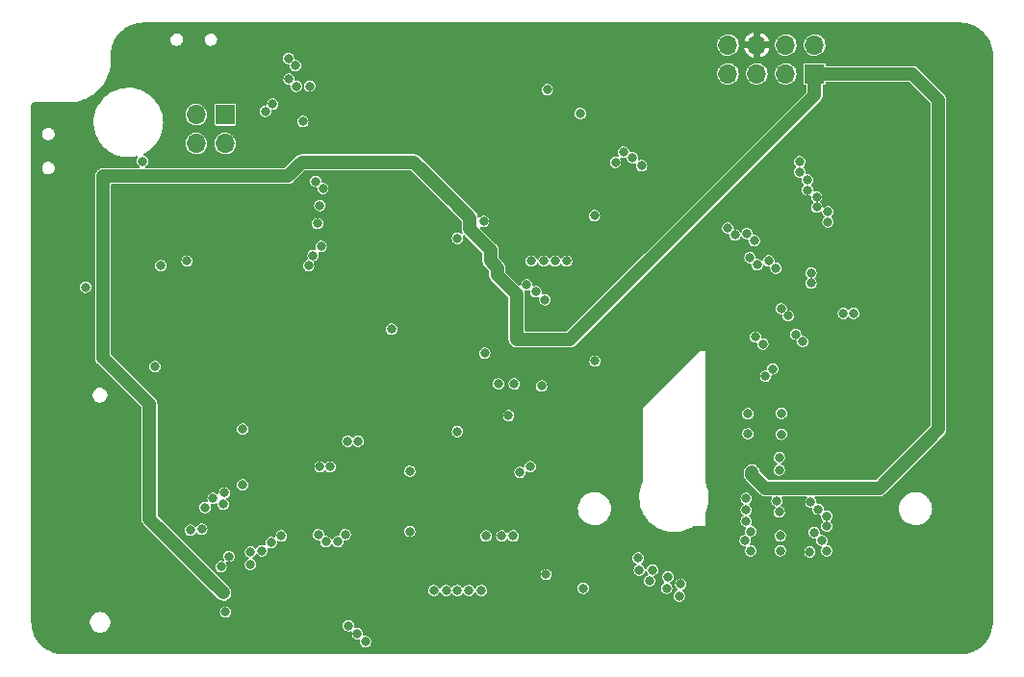
<source format=gbr>
%TF.GenerationSoftware,KiCad,Pcbnew,(5.99.0-10407-g1e8b23402c)*%
%TF.CreationDate,2021-07-06T19:16:57-06:00*%
%TF.ProjectId,lobby,6c6f6262-792e-46b6-9963-61645f706362,rev?*%
%TF.SameCoordinates,Original*%
%TF.FileFunction,Copper,L2,Inr*%
%TF.FilePolarity,Positive*%
%FSLAX46Y46*%
G04 Gerber Fmt 4.6, Leading zero omitted, Abs format (unit mm)*
G04 Created by KiCad (PCBNEW (5.99.0-10407-g1e8b23402c)) date 2021-07-06 19:16:57*
%MOMM*%
%LPD*%
G01*
G04 APERTURE LIST*
%TA.AperFunction,ComponentPad*%
%ADD10R,1.700000X1.700000*%
%TD*%
%TA.AperFunction,ComponentPad*%
%ADD11O,1.700000X1.700000*%
%TD*%
%TA.AperFunction,ViaPad*%
%ADD12C,0.800000*%
%TD*%
%TA.AperFunction,Conductor*%
%ADD13C,1.200000*%
%TD*%
G04 APERTURE END LIST*
D10*
%TO.N,/+3.3v*%
%TO.C,J2*%
X89113646Y-24720153D03*
D11*
%TO.N,/+5v*%
X89113646Y-22180153D03*
%TO.N,/GPIO2*%
X86573646Y-24720153D03*
%TO.N,/+5v*%
X86573646Y-22180153D03*
%TO.N,/GPIO3*%
X84033646Y-24720153D03*
%TO.N,GND*%
X84033646Y-22180153D03*
%TO.N,N/C*%
X81493646Y-24720153D03*
%TO.N,/GPIO14*%
X81493646Y-22180153D03*
%TD*%
D10*
%TO.N,/TR1_TAP*%
%TO.C,J1*%
X37263646Y-28310153D03*
D11*
%TO.N,/TR2_TAP*%
X34723646Y-28310153D03*
%TO.N,/TR0_TAP*%
X37263646Y-30850153D03*
%TO.N,/TR3_TAP*%
X34723646Y-30850153D03*
%TD*%
D12*
%TO.N,/sd/SD_PWR*%
X45400000Y-37900000D03*
X25000000Y-43500000D03*
%TO.N,GND*%
X55000000Y-68000000D03*
X26200000Y-68100000D03*
X47500000Y-45000000D03*
X47000000Y-69000000D03*
X47500000Y-38500000D03*
X40000000Y-42500000D03*
X70000000Y-57500000D03*
X35000000Y-35000000D03*
X70750000Y-31250000D03*
X47850000Y-28940000D03*
X60000000Y-67500000D03*
X61000000Y-35250000D03*
X62000000Y-40100000D03*
X79300000Y-42400000D03*
X54500000Y-51100000D03*
X86600000Y-51300000D03*
X65000000Y-21000000D03*
X35750000Y-64000000D03*
X47500000Y-52500000D03*
X78600000Y-70350000D03*
X23000000Y-71800000D03*
X62500000Y-67500000D03*
X30000000Y-75000000D03*
X45000000Y-47500000D03*
X69350000Y-66550000D03*
X34750000Y-62000000D03*
X50700000Y-59900000D03*
X59000000Y-71350000D03*
X72500000Y-71700000D03*
X37500000Y-75000000D03*
X27000000Y-62300000D03*
X23080000Y-62765500D03*
X85100000Y-49600000D03*
X87700000Y-46400000D03*
X83050000Y-53450000D03*
X30000000Y-40000000D03*
X88400000Y-49400000D03*
X40000000Y-22500000D03*
X40000000Y-54000000D03*
X55000000Y-22500000D03*
X23000000Y-57000000D03*
X54550000Y-69200000D03*
X23000000Y-59000000D03*
X28000000Y-49000000D03*
X52500000Y-42500000D03*
X50750000Y-28500000D03*
X42500000Y-75000000D03*
X74000000Y-21000000D03*
X68000000Y-21000000D03*
X50000000Y-42500000D03*
X62500000Y-70000000D03*
X92400000Y-44600000D03*
X45000000Y-55000000D03*
X68000000Y-67700000D03*
X56000000Y-67000000D03*
X67500000Y-50000000D03*
X80000000Y-21000000D03*
X44500000Y-27250000D03*
X35000000Y-60000000D03*
X64700000Y-31000000D03*
X83500000Y-72250000D03*
X42500000Y-70000000D03*
X35900000Y-36500000D03*
X25000000Y-75000000D03*
X27500000Y-75000000D03*
X32500000Y-75000000D03*
X45000000Y-50000000D03*
X77000000Y-21000000D03*
X40500000Y-55000000D03*
X88500000Y-47200000D03*
X86800000Y-41400000D03*
X23000000Y-55000000D03*
X45000000Y-52500000D03*
X26200000Y-66900000D03*
X24100000Y-69000000D03*
X23000000Y-61000000D03*
X56000000Y-21000000D03*
X25000000Y-70900000D03*
X92950000Y-71900000D03*
X30000000Y-42500000D03*
X47500000Y-35500000D03*
X46010000Y-29210000D03*
X30250000Y-65250000D03*
X62200000Y-25600000D03*
X52500000Y-45000000D03*
X65600000Y-73400000D03*
X44000000Y-66000000D03*
X62000000Y-21000000D03*
X47500000Y-50000000D03*
X32500000Y-62500000D03*
X67500000Y-57500000D03*
X52500000Y-25000000D03*
X69200000Y-54800000D03*
X70800000Y-54800000D03*
X69500000Y-32750000D03*
X56400000Y-28300000D03*
X59200000Y-68500000D03*
X47500000Y-55000000D03*
X59000000Y-21000000D03*
X52000000Y-28500000D03*
X45000000Y-75000000D03*
X32500000Y-35000000D03*
X37500000Y-42500000D03*
X70000000Y-60000000D03*
X91600000Y-43700000D03*
X35000000Y-75000000D03*
X59000000Y-25200000D03*
X21100000Y-69100000D03*
X70700000Y-68650000D03*
X50000000Y-50000000D03*
X58500000Y-35250000D03*
X29500000Y-22500000D03*
X93100000Y-69550000D03*
X54200000Y-42000000D03*
X49900000Y-69100000D03*
X47150000Y-72850000D03*
X88550000Y-56200000D03*
X37500000Y-35000000D03*
X50000000Y-55000000D03*
X63900000Y-66600000D03*
X32750000Y-42250000D03*
X85500000Y-48700000D03*
X88550000Y-57700000D03*
X47500000Y-47500000D03*
X80250000Y-38250000D03*
X88600000Y-70900000D03*
X45750000Y-26000000D03*
X86100000Y-64400000D03*
X61850000Y-71250000D03*
X86000000Y-70200000D03*
X53500000Y-28500000D03*
X50000000Y-22500000D03*
X52000000Y-59300000D03*
X37500000Y-25000000D03*
X25200000Y-45300000D03*
X31000000Y-67300000D03*
X88600000Y-72250000D03*
X54200000Y-48000000D03*
X64600000Y-26100000D03*
X40000000Y-52500000D03*
X49500000Y-28500000D03*
X54250000Y-38500000D03*
X39500000Y-60000000D03*
X37500000Y-45000000D03*
X40000000Y-75000000D03*
X59100000Y-66050000D03*
X67500000Y-60000000D03*
X54200000Y-45000000D03*
X82250000Y-36400000D03*
X71000000Y-21000000D03*
X95050000Y-43600000D03*
X24500000Y-46000000D03*
X40000000Y-70000000D03*
X40000000Y-35000000D03*
X32500000Y-40000000D03*
X56000000Y-68800000D03*
X21000000Y-51200000D03*
X54250000Y-35500000D03*
X42000000Y-64000000D03*
X50000000Y-52500000D03*
X25200000Y-50800000D03*
X90500000Y-38850000D03*
X65300000Y-66800000D03*
X50000000Y-47500000D03*
%TO.N,/+3.3v*%
X29850000Y-53050000D03*
X57600000Y-36200000D03*
X73425000Y-42275000D03*
X26525000Y-33750000D03*
X30500000Y-53700000D03*
X29200000Y-52400000D03*
X83600000Y-59800000D03*
X74700000Y-41000000D03*
X74100000Y-41600000D03*
X37100000Y-70400000D03*
X62900000Y-48100000D03*
X30600000Y-63900000D03*
X30600000Y-54600000D03*
X61200000Y-42400000D03*
X28550000Y-51750000D03*
%TO.N,/+5v*%
X64200000Y-41200000D03*
X66300000Y-41200000D03*
X62600000Y-65400000D03*
X86000000Y-59600000D03*
X61600000Y-65400000D03*
X67300000Y-41200000D03*
X86000000Y-58500000D03*
X60200000Y-65400000D03*
X65300000Y-41200000D03*
%TO.N,/TR1_TAP*%
X86200000Y-54600000D03*
%TO.N,/SD_DAT1*%
X35500000Y-62900000D03*
X39500000Y-67900000D03*
X58700000Y-70200000D03*
%TO.N,/SD_DAT0*%
X57700000Y-70200000D03*
X39500000Y-66800000D03*
X36200000Y-62100000D03*
%TO.N,/SD_CLK*%
X55600000Y-70200000D03*
X37200000Y-61600000D03*
X41300000Y-66000000D03*
%TO.N,/SD_CMD*%
X38800000Y-56000000D03*
%TO.N,/SD_DAT3*%
X56700000Y-70200000D03*
X37100000Y-62600000D03*
X40500000Y-66700000D03*
%TO.N,/SD_DAT2*%
X42200000Y-65400000D03*
X59800000Y-70200000D03*
X38800000Y-60900000D03*
%TO.N,/CAM_GPIO*%
X65500000Y-68800000D03*
X37300000Y-72100000D03*
%TO.N,/TR2_TAP*%
X86200000Y-56450000D03*
%TO.N,/SCL0*%
X61300000Y-52000000D03*
%TO.N,/SDA0*%
X62700000Y-52000000D03*
%TO.N,/nRPIBOOT*%
X65100000Y-52200000D03*
X44600000Y-41600000D03*
X33900000Y-41200000D03*
%TO.N,/EEPROM_nWP*%
X51900000Y-47200000D03*
%TO.N,/BT_nDis*%
X65400000Y-44600000D03*
%TO.N,/WL_nDis*%
X64600000Y-43900000D03*
%TO.N,/GPIO_VREF*%
X73900000Y-32800000D03*
X60000000Y-37700000D03*
X60100000Y-49300000D03*
%TO.N,/+1.8v*%
X57700000Y-39200000D03*
X57700000Y-56200000D03*
X62200000Y-54800000D03*
%TO.N,/TRD3_P*%
X84804619Y-51322271D03*
X45485337Y-65285337D03*
X84804619Y-51322271D03*
%TO.N,/TRD1_P*%
X87435337Y-47642945D03*
X45605000Y-59318677D03*
X87435337Y-47642945D03*
%TO.N,/TRD3_N*%
X46114663Y-65914663D03*
X85433945Y-50692945D03*
X85433945Y-50692945D03*
%TO.N,/TRD1_N*%
X88064663Y-48272271D03*
X88064663Y-48272271D03*
X46495000Y-59318677D03*
%TO.N,/TRD2_N*%
X47185337Y-65914663D03*
X83935337Y-47885337D03*
%TO.N,/TRD0_N*%
X86173909Y-45396765D03*
X86173909Y-45396765D03*
X48055000Y-57056000D03*
%TO.N,/TRD2_P*%
X84564663Y-48514663D03*
X47814663Y-65285337D03*
%TO.N,/TRD0_P*%
X48945000Y-57056000D03*
X86803235Y-46026091D03*
X86803235Y-46026091D03*
%TO.N,/ETH_LEDY*%
X48100000Y-73300000D03*
X83100000Y-62100000D03*
%TO.N,/ETH_LEDG*%
X83100000Y-63100000D03*
X48900000Y-74000000D03*
%TO.N,/nPI_LED_ACTIVITY*%
X49600000Y-74700000D03*
X83100000Y-64100000D03*
%TO.N,/TR0_TAP*%
X83250000Y-56400000D03*
%TO.N,/TR3_TAP*%
X83250000Y-54650000D03*
%TO.N,/GPIO14*%
X71600000Y-32500000D03*
X53500000Y-59700000D03*
X53500000Y-65000000D03*
%TO.N,/GPIO3*%
X72300000Y-31600000D03*
%TO.N,/GPIO2*%
X73100000Y-32100000D03*
%TO.N,/SD_PWR_ON*%
X63800000Y-43300000D03*
%TO.N,/AnalogIP1*%
X63200000Y-59800000D03*
X85800000Y-62300000D03*
%TO.N,/nPI_LED_PWR*%
X68750000Y-70000000D03*
X83500000Y-65000000D03*
%TO.N,/AnalogIP0*%
X86000000Y-63300000D03*
X64100000Y-59300000D03*
%TO.N,/USBOTG_ID*%
X45600000Y-36300000D03*
X30000000Y-32400000D03*
%TO.N,/PCIE_CLK_nREQ*%
X37600000Y-67200000D03*
X35200000Y-64800000D03*
X44700000Y-25800000D03*
%TO.N,/USB2_N*%
X45232527Y-34179023D03*
%TO.N,/USB2_P*%
X45861853Y-34808349D03*
%TO.N,/PCIE_nRST*%
X36900000Y-68100000D03*
X44100000Y-28900000D03*
X34200000Y-64900000D03*
%TO.N,/PCIE_CLK_P*%
X43514663Y-25814663D03*
%TO.N,/PCIE_CLK_N*%
X42885337Y-25185337D03*
%TO.N,/PCIE_RX_P*%
X41437585Y-27385337D03*
%TO.N,/PCIE_RX_N*%
X40808259Y-28014663D03*
%TO.N,/PCIE_TX_P*%
X43446161Y-23983165D03*
%TO.N,/PCIE_TX_N*%
X42816835Y-23353839D03*
%TO.N,/HDMI1_HOTPLUG*%
X77200000Y-70700000D03*
X89100000Y-65100000D03*
%TO.N,/HDMI1_SDA*%
X90200000Y-66700000D03*
X77350000Y-69650000D03*
%TO.N,/HDMI1_TX2_P*%
X91655000Y-45800000D03*
X88800000Y-43145000D03*
X88800000Y-43145000D03*
%TO.N,/HDMI1_SCL*%
X76100000Y-70000000D03*
X88700000Y-66800000D03*
%TO.N,/HDMI1_TX2_N*%
X88800000Y-42255000D03*
X88800000Y-42255000D03*
X92545000Y-45800000D03*
%TO.N,/HDMI1_CEC*%
X76200000Y-69000000D03*
X89750000Y-65800000D03*
%TO.N,/HDMI0_CEC*%
X86100000Y-66700000D03*
X74600000Y-69350000D03*
%TO.N,/HDMI1_TX1_P*%
X87800000Y-32455000D03*
X81485337Y-38285337D03*
X87800000Y-32455000D03*
%TO.N,/HDMI0_HOTPLUG*%
X86100000Y-65400000D03*
X74850000Y-68400000D03*
%TO.N,/HDMI1_TX1_N*%
X87800000Y-33345000D03*
X87800000Y-33345000D03*
X82114663Y-38914663D03*
%TO.N,/HDMI1_CLK_P*%
X83185337Y-38785337D03*
X83185337Y-38785337D03*
X88496714Y-34050609D03*
%TO.N,/HDMI1_CLK_N*%
X83814663Y-39414663D03*
X83814663Y-39414663D03*
X88496714Y-34940609D03*
%TO.N,/HDMI0_TX2_P*%
X83436258Y-40885897D03*
X83436258Y-40885897D03*
X89296238Y-35564093D03*
%TO.N,/HDMI0_TX2_N*%
X89296238Y-36454093D03*
X84065584Y-41515223D03*
X84065584Y-41515223D03*
%TO.N,/HDMI0_TX0_P*%
X85085337Y-41185337D03*
X85085337Y-41185337D03*
X90300000Y-36855000D03*
%TO.N,/HDMI0_TX0_N*%
X85714663Y-41814663D03*
X85714663Y-41814663D03*
X90300000Y-37745000D03*
%TO.N,/HDMI0_SDA*%
X73600000Y-67350000D03*
X83007823Y-65800000D03*
%TO.N,/HDMI0_SCL*%
X73700000Y-68400000D03*
X68500000Y-28200000D03*
X83500000Y-66700000D03*
X65600000Y-26100000D03*
%TO.N,Net-(J3-Pad9)*%
X31600000Y-41600000D03*
X45700000Y-39900000D03*
%TO.N,Net-(J3-Pad10)*%
X45000000Y-40700000D03*
X31100000Y-50500000D03*
%TO.N,/USB2_HOST_N*%
X89414663Y-63049163D03*
%TO.N,/USB2_HOST_P*%
X88785337Y-62419837D03*
%TO.N,/USB2_DEV_N*%
X90198771Y-63639026D03*
%TO.N,/USB2_DEV_P*%
X90198771Y-64529026D03*
%TO.N,Net-(R9-Pad1)*%
X69800000Y-50000000D03*
X69750000Y-37200000D03*
%TD*%
D13*
%TO.N,/+3.3v*%
X30600000Y-54200000D02*
X30600000Y-54600000D01*
X57600000Y-36200000D02*
X53900000Y-32500000D01*
X30600000Y-54600000D02*
X30600000Y-55600000D01*
X74700000Y-41000000D02*
X67600000Y-48100000D01*
X58800000Y-38400000D02*
X60600000Y-40200000D01*
X26575000Y-33700000D02*
X26525000Y-33750000D01*
X62900000Y-44100000D02*
X61200000Y-42400000D01*
X30600000Y-55600000D02*
X30600000Y-63900000D01*
X26525000Y-33750000D02*
X26525000Y-49725000D01*
X62900000Y-48100000D02*
X62900000Y-44100000D01*
X29850000Y-53050000D02*
X30100000Y-53300000D01*
X61200000Y-42400000D02*
X61200000Y-41800000D01*
X28800000Y-52000000D02*
X29200000Y-52400000D01*
X28150000Y-51350000D02*
X28550000Y-51750000D01*
X83600000Y-60000000D02*
X84800000Y-61200000D01*
X83600000Y-59800000D02*
X83600000Y-60000000D01*
X42800000Y-33700000D02*
X26575000Y-33700000D01*
X89113646Y-26586354D02*
X89113646Y-24720153D01*
X94800000Y-61200000D02*
X98000000Y-58000000D01*
X100000000Y-27000000D02*
X97720153Y-24720153D01*
X61200000Y-41800000D02*
X60600000Y-41200000D01*
X30600000Y-63900000D02*
X37100000Y-70400000D01*
X44000000Y-32500000D02*
X42800000Y-33700000D01*
X67600000Y-48100000D02*
X62900000Y-48100000D01*
X29200000Y-52400000D02*
X29450000Y-52650000D01*
X30500000Y-53700000D02*
X30600000Y-53800000D01*
X26525000Y-49725000D02*
X26600000Y-49800000D01*
X94800000Y-61200000D02*
X100000000Y-56000000D01*
X28550000Y-51750000D02*
X28800000Y-52000000D01*
X84800000Y-61200000D02*
X94800000Y-61200000D01*
X53900000Y-32500000D02*
X44000000Y-32500000D01*
X30600000Y-53800000D02*
X30600000Y-54200000D01*
X26600000Y-49800000D02*
X27939521Y-51139521D01*
X57600000Y-36200000D02*
X58800000Y-37400000D01*
X74700000Y-41000000D02*
X89113646Y-26586354D01*
X58800000Y-37400000D02*
X58800000Y-38400000D01*
X26600000Y-49800000D02*
X28150000Y-51350000D01*
X100000000Y-56000000D02*
X100000000Y-27000000D01*
X30100000Y-53300000D02*
X30500000Y-53700000D01*
X97720153Y-24720153D02*
X89113646Y-24720153D01*
X29450000Y-52650000D02*
X29850000Y-53050000D01*
X60600000Y-40200000D02*
X60600000Y-41200000D01*
%TD*%
%TA.AperFunction,Conductor*%
%TO.N,GND*%
G36*
X101967512Y-20202820D02*
G01*
X101969737Y-20203363D01*
X101969748Y-20203364D01*
X101975183Y-20204690D01*
X101980784Y-20204764D01*
X101984031Y-20204807D01*
X102107398Y-20206437D01*
X102111609Y-20206582D01*
X102136456Y-20207978D01*
X102187661Y-20210854D01*
X102193193Y-20211320D01*
X102365026Y-20230680D01*
X102432202Y-20238249D01*
X102437682Y-20239024D01*
X102498765Y-20249402D01*
X102504203Y-20250484D01*
X102738674Y-20304000D01*
X102738692Y-20304004D01*
X102744067Y-20305391D01*
X102773318Y-20313818D01*
X102803622Y-20322548D01*
X102808873Y-20324222D01*
X102979214Y-20383827D01*
X103035901Y-20403663D01*
X103041081Y-20405640D01*
X103098332Y-20429354D01*
X103103400Y-20431622D01*
X103187696Y-20472217D01*
X103320086Y-20535972D01*
X103324991Y-20538506D01*
X103379257Y-20568498D01*
X103384010Y-20571301D01*
X103510517Y-20650790D01*
X103587657Y-20699261D01*
X103592274Y-20702346D01*
X103642821Y-20738211D01*
X103647259Y-20741551D01*
X103835297Y-20891507D01*
X103839521Y-20895073D01*
X103885728Y-20936367D01*
X103889744Y-20940163D01*
X104059827Y-21110246D01*
X104063642Y-21114282D01*
X104104931Y-21160485D01*
X104108513Y-21164728D01*
X104258446Y-21352738D01*
X104261786Y-21357175D01*
X104297651Y-21407722D01*
X104300735Y-21412338D01*
X104428680Y-21615959D01*
X104431502Y-21620743D01*
X104461484Y-21674992D01*
X104464033Y-21679925D01*
X104478467Y-21709897D01*
X104568384Y-21896612D01*
X104570639Y-21901651D01*
X104570646Y-21901668D01*
X104594360Y-21958921D01*
X104596339Y-21964107D01*
X104675770Y-22191105D01*
X104677457Y-22196396D01*
X104694610Y-22255933D01*
X104694613Y-22255945D01*
X104695999Y-22261320D01*
X104746699Y-22483448D01*
X104749513Y-22495777D01*
X104750595Y-22501220D01*
X104760804Y-22561298D01*
X104760976Y-22562313D01*
X104761751Y-22567797D01*
X104769419Y-22635854D01*
X104788681Y-22806822D01*
X104789147Y-22812355D01*
X104793416Y-22888368D01*
X104793563Y-22892611D01*
X104793594Y-22894957D01*
X104795307Y-23024625D01*
X104797221Y-23032531D01*
X104800000Y-23055823D01*
X104800000Y-72944053D01*
X104797180Y-72967512D01*
X104796637Y-72969737D01*
X104796636Y-72969748D01*
X104795310Y-72975183D01*
X104793801Y-73089462D01*
X104793564Y-73107381D01*
X104793418Y-73111609D01*
X104792198Y-73133330D01*
X104789145Y-73187676D01*
X104788682Y-73193178D01*
X104762929Y-73421750D01*
X104761753Y-73432183D01*
X104760976Y-73437680D01*
X104750599Y-73498757D01*
X104749517Y-73504202D01*
X104696803Y-73735158D01*
X104695996Y-73738692D01*
X104694610Y-73744064D01*
X104690492Y-73758360D01*
X104677452Y-73803621D01*
X104675774Y-73808886D01*
X104596340Y-74035896D01*
X104594373Y-74041049D01*
X104570640Y-74098345D01*
X104568372Y-74103414D01*
X104464026Y-74320088D01*
X104461477Y-74325021D01*
X104435824Y-74371438D01*
X104431510Y-74379243D01*
X104428689Y-74384026D01*
X104385759Y-74452349D01*
X104312335Y-74569203D01*
X104300736Y-74587662D01*
X104297650Y-74592280D01*
X104261786Y-74642825D01*
X104258447Y-74647262D01*
X104108508Y-74835279D01*
X104104926Y-74839521D01*
X104063642Y-74885718D01*
X104059827Y-74889754D01*
X103889754Y-75059827D01*
X103885718Y-75063642D01*
X103839515Y-75104931D01*
X103835272Y-75108513D01*
X103647262Y-75258446D01*
X103642827Y-75261784D01*
X103621973Y-75276582D01*
X103592260Y-75297664D01*
X103587690Y-75300718D01*
X103384019Y-75428693D01*
X103379273Y-75431493D01*
X103326459Y-75460682D01*
X103325005Y-75461486D01*
X103320073Y-75464034D01*
X103103408Y-75568375D01*
X103098338Y-75570643D01*
X103041069Y-75594364D01*
X103035882Y-75596344D01*
X102897371Y-75644811D01*
X102808883Y-75675775D01*
X102803613Y-75677455D01*
X102773833Y-75686034D01*
X102744064Y-75694610D01*
X102738688Y-75695997D01*
X102504223Y-75749513D01*
X102498780Y-75750595D01*
X102437672Y-75760978D01*
X102432203Y-75761751D01*
X102329806Y-75773288D01*
X102193178Y-75788681D01*
X102187645Y-75789147D01*
X102111632Y-75793416D01*
X102107389Y-75793563D01*
X102051140Y-75794306D01*
X101975375Y-75795307D01*
X101967467Y-75797221D01*
X101944177Y-75800000D01*
X23055947Y-75800000D01*
X23032488Y-75797180D01*
X23030263Y-75796637D01*
X23030252Y-75796636D01*
X23024817Y-75795310D01*
X23019216Y-75795236D01*
X23015969Y-75795193D01*
X22892602Y-75793563D01*
X22888391Y-75793418D01*
X22866670Y-75792198D01*
X22812324Y-75789145D01*
X22806794Y-75788679D01*
X22567804Y-75761751D01*
X22562320Y-75760976D01*
X22501243Y-75750599D01*
X22495795Y-75749516D01*
X22495782Y-75749513D01*
X22261297Y-75695993D01*
X22255931Y-75694609D01*
X22196379Y-75677452D01*
X22191114Y-75675774D01*
X21964104Y-75596340D01*
X21958951Y-75594373D01*
X21901655Y-75570640D01*
X21896586Y-75568372D01*
X21679912Y-75464026D01*
X21674979Y-75461477D01*
X21620757Y-75431510D01*
X21615974Y-75428689D01*
X21412338Y-75300736D01*
X21407720Y-75297650D01*
X21357175Y-75261786D01*
X21352738Y-75258447D01*
X21164721Y-75108508D01*
X21160479Y-75104926D01*
X21114282Y-75063642D01*
X21110246Y-75059827D01*
X20940173Y-74889754D01*
X20936358Y-74885718D01*
X20895069Y-74839515D01*
X20891487Y-74835272D01*
X20741554Y-74647262D01*
X20738216Y-74642827D01*
X20723418Y-74621973D01*
X20702336Y-74592260D01*
X20699282Y-74587690D01*
X20571307Y-74384019D01*
X20568507Y-74379273D01*
X20538514Y-74325005D01*
X20535966Y-74320073D01*
X20431625Y-74103408D01*
X20429357Y-74098338D01*
X20405636Y-74041069D01*
X20403656Y-74035882D01*
X20339208Y-73851702D01*
X20324225Y-73808883D01*
X20322542Y-73803602D01*
X20305390Y-73744064D01*
X20304003Y-73738688D01*
X20250487Y-73504223D01*
X20249404Y-73498777D01*
X20240779Y-73448016D01*
X20239022Y-73437672D01*
X20238247Y-73432187D01*
X20237882Y-73428942D01*
X20225170Y-73316120D01*
X20211319Y-73193178D01*
X20210853Y-73187645D01*
X20206584Y-73111632D01*
X20206437Y-73107389D01*
X20204766Y-72980932D01*
X20204693Y-72975375D01*
X20202779Y-72967467D01*
X20200000Y-72944177D01*
X20200000Y-72905349D01*
X25349460Y-72905349D01*
X25349460Y-73094651D01*
X25388818Y-73279815D01*
X25390926Y-73284549D01*
X25390927Y-73284553D01*
X25458329Y-73435939D01*
X25465814Y-73452750D01*
X25577082Y-73605898D01*
X25580931Y-73609364D01*
X25580935Y-73609368D01*
X25706368Y-73722308D01*
X25717760Y-73732565D01*
X25722250Y-73735157D01*
X25722251Y-73735158D01*
X25833048Y-73799126D01*
X25881700Y-73827215D01*
X25886637Y-73828819D01*
X25886639Y-73828820D01*
X25957062Y-73851702D01*
X26061736Y-73885713D01*
X26202427Y-73900500D01*
X26297573Y-73900500D01*
X26438264Y-73885713D01*
X26542938Y-73851702D01*
X26613361Y-73828820D01*
X26613363Y-73828819D01*
X26618300Y-73827215D01*
X26666952Y-73799126D01*
X26777749Y-73735158D01*
X26777750Y-73735157D01*
X26782240Y-73732565D01*
X26793632Y-73722308D01*
X26919065Y-73609368D01*
X26919069Y-73609364D01*
X26922918Y-73605898D01*
X27034186Y-73452750D01*
X27041671Y-73435939D01*
X27104945Y-73293824D01*
X47594538Y-73293824D01*
X47613121Y-73435939D01*
X47615962Y-73442395D01*
X47615962Y-73442396D01*
X47666703Y-73557712D01*
X47670845Y-73567126D01*
X47675382Y-73572523D01*
X47675383Y-73572525D01*
X47729003Y-73636313D01*
X47763068Y-73676838D01*
X47882377Y-73756257D01*
X47889104Y-73758359D01*
X47889107Y-73758360D01*
X48012448Y-73796894D01*
X48012449Y-73796894D01*
X48019180Y-73798997D01*
X48090831Y-73800311D01*
X48155427Y-73801495D01*
X48155429Y-73801495D01*
X48162481Y-73801624D01*
X48288719Y-73767207D01*
X48349832Y-73770142D01*
X48397550Y-73808439D01*
X48413644Y-73867470D01*
X48412579Y-73877952D01*
X48407936Y-73907776D01*
X48394538Y-73993824D01*
X48395453Y-74000822D01*
X48400038Y-74035882D01*
X48413121Y-74135939D01*
X48415962Y-74142395D01*
X48415962Y-74142396D01*
X48461735Y-74246421D01*
X48470845Y-74267126D01*
X48475382Y-74272523D01*
X48475383Y-74272525D01*
X48519498Y-74325005D01*
X48563068Y-74376838D01*
X48682377Y-74456257D01*
X48689104Y-74458359D01*
X48689107Y-74458360D01*
X48812448Y-74496894D01*
X48812449Y-74496894D01*
X48819180Y-74498997D01*
X48890831Y-74500311D01*
X48955427Y-74501495D01*
X48955429Y-74501495D01*
X48962481Y-74501624D01*
X48969282Y-74499770D01*
X48969288Y-74499769D01*
X48984283Y-74495680D01*
X49045398Y-74498614D01*
X49093116Y-74536910D01*
X49109211Y-74595941D01*
X49108146Y-74606424D01*
X49094538Y-74693824D01*
X49113121Y-74835939D01*
X49115962Y-74842395D01*
X49115962Y-74842396D01*
X49129188Y-74872453D01*
X49170845Y-74967126D01*
X49263068Y-75076838D01*
X49268939Y-75080746D01*
X49268940Y-75080747D01*
X49281235Y-75088931D01*
X49382377Y-75156257D01*
X49389104Y-75158359D01*
X49389107Y-75158360D01*
X49512448Y-75196894D01*
X49512449Y-75196894D01*
X49519180Y-75198997D01*
X49590830Y-75200310D01*
X49655427Y-75201495D01*
X49655429Y-75201495D01*
X49662481Y-75201624D01*
X49669284Y-75199769D01*
X49669286Y-75199769D01*
X49716065Y-75187015D01*
X49800758Y-75163925D01*
X49922897Y-75088931D01*
X49938731Y-75071438D01*
X50014346Y-74987900D01*
X50014346Y-74987899D01*
X50019078Y-74982672D01*
X50081570Y-74853689D01*
X50084115Y-74838566D01*
X50104715Y-74716120D01*
X50104715Y-74716117D01*
X50105349Y-74712350D01*
X50105500Y-74700000D01*
X50085182Y-74558123D01*
X50082257Y-74551688D01*
X50028780Y-74434073D01*
X50028780Y-74434072D01*
X50025860Y-74427651D01*
X49932303Y-74319074D01*
X49812033Y-74241118D01*
X49805275Y-74239097D01*
X49805273Y-74239096D01*
X49681479Y-74202074D01*
X49674718Y-74200052D01*
X49588694Y-74199527D01*
X49538448Y-74199220D01*
X49531396Y-74199177D01*
X49524620Y-74201114D01*
X49524617Y-74201114D01*
X49521259Y-74202074D01*
X49516830Y-74203340D01*
X49455684Y-74201153D01*
X49407502Y-74163443D01*
X49390686Y-74104613D01*
X49391995Y-74091728D01*
X49404714Y-74016123D01*
X49405349Y-74012350D01*
X49405500Y-74000000D01*
X49385182Y-73858123D01*
X49360402Y-73803621D01*
X49328780Y-73734073D01*
X49328780Y-73734072D01*
X49325860Y-73727651D01*
X49232303Y-73619074D01*
X49112033Y-73541118D01*
X49105275Y-73539097D01*
X49105273Y-73539096D01*
X48981479Y-73502074D01*
X48974718Y-73500052D01*
X48888694Y-73499527D01*
X48838448Y-73499220D01*
X48831396Y-73499177D01*
X48824620Y-73501114D01*
X48824617Y-73501114D01*
X48711776Y-73533364D01*
X48650629Y-73531175D01*
X48602448Y-73493463D01*
X48585634Y-73434633D01*
X48586943Y-73421750D01*
X48604715Y-73316120D01*
X48604715Y-73316117D01*
X48605349Y-73312350D01*
X48605500Y-73300000D01*
X48585182Y-73158123D01*
X48573910Y-73133330D01*
X48528780Y-73034073D01*
X48528780Y-73034072D01*
X48525860Y-73027651D01*
X48432303Y-72919074D01*
X48312033Y-72841118D01*
X48305275Y-72839097D01*
X48305273Y-72839096D01*
X48181479Y-72802074D01*
X48174718Y-72800052D01*
X48088694Y-72799527D01*
X48038448Y-72799220D01*
X48031396Y-72799177D01*
X48024620Y-72801114D01*
X48024617Y-72801114D01*
X47900369Y-72836624D01*
X47900367Y-72836625D01*
X47893589Y-72838562D01*
X47772375Y-72915042D01*
X47677499Y-73022469D01*
X47616588Y-73152206D01*
X47594538Y-73293824D01*
X27104945Y-73293824D01*
X27109073Y-73284553D01*
X27109074Y-73284549D01*
X27111182Y-73279815D01*
X27150540Y-73094651D01*
X27150540Y-72905349D01*
X27111182Y-72720185D01*
X27109074Y-72715451D01*
X27109073Y-72715447D01*
X27036294Y-72551984D01*
X27036293Y-72551982D01*
X27034186Y-72547250D01*
X26922918Y-72394102D01*
X26919069Y-72390636D01*
X26919065Y-72390632D01*
X26786096Y-72270907D01*
X26782240Y-72267435D01*
X26746380Y-72246731D01*
X26622793Y-72175379D01*
X26618300Y-72172785D01*
X26613363Y-72171181D01*
X26613361Y-72171180D01*
X26443905Y-72116120D01*
X26438264Y-72114287D01*
X26297573Y-72099500D01*
X26202427Y-72099500D01*
X26061736Y-72114287D01*
X26056095Y-72116120D01*
X25886639Y-72171180D01*
X25886637Y-72171181D01*
X25881700Y-72172785D01*
X25877207Y-72175379D01*
X25753621Y-72246731D01*
X25717760Y-72267435D01*
X25713904Y-72270907D01*
X25580935Y-72390632D01*
X25580931Y-72390636D01*
X25577082Y-72394102D01*
X25465814Y-72547250D01*
X25463707Y-72551982D01*
X25463706Y-72551984D01*
X25390927Y-72715447D01*
X25390926Y-72715451D01*
X25388818Y-72720185D01*
X25349460Y-72905349D01*
X20200000Y-72905349D01*
X20200000Y-72093824D01*
X36794538Y-72093824D01*
X36813121Y-72235939D01*
X36815962Y-72242395D01*
X36815962Y-72242396D01*
X36826980Y-72267435D01*
X36870845Y-72367126D01*
X36963068Y-72476838D01*
X36968939Y-72480746D01*
X36968940Y-72480747D01*
X36981235Y-72488931D01*
X37082377Y-72556257D01*
X37089104Y-72558359D01*
X37089107Y-72558360D01*
X37212448Y-72596894D01*
X37212449Y-72596894D01*
X37219180Y-72598997D01*
X37290830Y-72600310D01*
X37355427Y-72601495D01*
X37355429Y-72601495D01*
X37362481Y-72601624D01*
X37369284Y-72599769D01*
X37369286Y-72599769D01*
X37416065Y-72587015D01*
X37500758Y-72563925D01*
X37622897Y-72488931D01*
X37719078Y-72382672D01*
X37781570Y-72253689D01*
X37784557Y-72235939D01*
X37804715Y-72116120D01*
X37804715Y-72116117D01*
X37805349Y-72112350D01*
X37805500Y-72100000D01*
X37785182Y-71958123D01*
X37725860Y-71827651D01*
X37632303Y-71719074D01*
X37512033Y-71641118D01*
X37505275Y-71639097D01*
X37505273Y-71639096D01*
X37381479Y-71602074D01*
X37374718Y-71600052D01*
X37288694Y-71599527D01*
X37238448Y-71599220D01*
X37231396Y-71599177D01*
X37224620Y-71601114D01*
X37224617Y-71601114D01*
X37100369Y-71636624D01*
X37100367Y-71636625D01*
X37093589Y-71638562D01*
X36972375Y-71715042D01*
X36877499Y-71822469D01*
X36816588Y-71952206D01*
X36794538Y-72093824D01*
X20200000Y-72093824D01*
X20200000Y-52958841D01*
X25595793Y-52958841D01*
X25606111Y-53122828D01*
X25656886Y-53279098D01*
X25744929Y-53417831D01*
X25749465Y-53422091D01*
X25749467Y-53422093D01*
X25764426Y-53436140D01*
X25864707Y-53530311D01*
X25870168Y-53533313D01*
X25870169Y-53533314D01*
X25936701Y-53569890D01*
X26008694Y-53609468D01*
X26107768Y-53634906D01*
X26163325Y-53649171D01*
X26163328Y-53649171D01*
X26167844Y-53650331D01*
X26170530Y-53650500D01*
X26289579Y-53650500D01*
X26391367Y-53637641D01*
X26406835Y-53635687D01*
X26406836Y-53635687D01*
X26413016Y-53634906D01*
X26565790Y-53574419D01*
X26698721Y-53477839D01*
X26702687Y-53473045D01*
X26702690Y-53473042D01*
X26799487Y-53356033D01*
X26803457Y-53351234D01*
X26873418Y-53202561D01*
X26904207Y-53041159D01*
X26893889Y-52877172D01*
X26843114Y-52720902D01*
X26829295Y-52699126D01*
X26758407Y-52587426D01*
X26755071Y-52582169D01*
X26750535Y-52577909D01*
X26750533Y-52577907D01*
X26694671Y-52525449D01*
X26635293Y-52469689D01*
X26624809Y-52463925D01*
X26496768Y-52393535D01*
X26491306Y-52390532D01*
X26388836Y-52364222D01*
X26336675Y-52350829D01*
X26336672Y-52350829D01*
X26332156Y-52349669D01*
X26329470Y-52349500D01*
X26210421Y-52349500D01*
X26127006Y-52360038D01*
X26093165Y-52364313D01*
X26093164Y-52364313D01*
X26086984Y-52365094D01*
X25934210Y-52425581D01*
X25885914Y-52460670D01*
X25833162Y-52498997D01*
X25801279Y-52522161D01*
X25797313Y-52526955D01*
X25797310Y-52526958D01*
X25751636Y-52582169D01*
X25696543Y-52648766D01*
X25626582Y-52797439D01*
X25595793Y-52958841D01*
X20200000Y-52958841D01*
X20200000Y-43493824D01*
X24494538Y-43493824D01*
X24513121Y-43635939D01*
X24515962Y-43642395D01*
X24515962Y-43642396D01*
X24566884Y-43758123D01*
X24570845Y-43767126D01*
X24575382Y-43772523D01*
X24575383Y-43772525D01*
X24593725Y-43794345D01*
X24663068Y-43876838D01*
X24668939Y-43880746D01*
X24668940Y-43880747D01*
X24701581Y-43902474D01*
X24782377Y-43956257D01*
X24789104Y-43958359D01*
X24789107Y-43958360D01*
X24912448Y-43996894D01*
X24912449Y-43996894D01*
X24919180Y-43998997D01*
X24990831Y-44000311D01*
X25055427Y-44001495D01*
X25055429Y-44001495D01*
X25062481Y-44001624D01*
X25069284Y-43999769D01*
X25069286Y-43999769D01*
X25116065Y-43987015D01*
X25200758Y-43963925D01*
X25322897Y-43888931D01*
X25338731Y-43871438D01*
X25414346Y-43787900D01*
X25414346Y-43787899D01*
X25419078Y-43782672D01*
X25481570Y-43653689D01*
X25482781Y-43646495D01*
X25504715Y-43516120D01*
X25504715Y-43516117D01*
X25505349Y-43512350D01*
X25505500Y-43500000D01*
X25485182Y-43358123D01*
X25475918Y-43337746D01*
X25428780Y-43234073D01*
X25428780Y-43234072D01*
X25425860Y-43227651D01*
X25332303Y-43119074D01*
X25212033Y-43041118D01*
X25205275Y-43039097D01*
X25205273Y-43039096D01*
X25081479Y-43002074D01*
X25074718Y-43000052D01*
X24988694Y-42999527D01*
X24938448Y-42999220D01*
X24931396Y-42999177D01*
X24924620Y-43001114D01*
X24924617Y-43001114D01*
X24800369Y-43036624D01*
X24800367Y-43036625D01*
X24793589Y-43038562D01*
X24672375Y-43115042D01*
X24577499Y-43222469D01*
X24516588Y-43352206D01*
X24494538Y-43493824D01*
X20200000Y-43493824D01*
X20200000Y-33034880D01*
X21145596Y-33034880D01*
X21146930Y-33041495D01*
X21146930Y-33041497D01*
X21165416Y-33133177D01*
X21175399Y-33182685D01*
X21178459Y-33188691D01*
X21178460Y-33188693D01*
X21194110Y-33219407D01*
X21243852Y-33317031D01*
X21248415Y-33321994D01*
X21248417Y-33321996D01*
X21305922Y-33384532D01*
X21345911Y-33428020D01*
X21474058Y-33507475D01*
X21618851Y-33549541D01*
X21624021Y-33549921D01*
X21624023Y-33549921D01*
X21630110Y-33550368D01*
X21630117Y-33550368D01*
X21631911Y-33550500D01*
X21736501Y-33550500D01*
X21741400Y-33549829D01*
X21754248Y-33548069D01*
X21849385Y-33535037D01*
X21855571Y-33532360D01*
X21855575Y-33532359D01*
X21981570Y-33477836D01*
X21981574Y-33477834D01*
X21987764Y-33475155D01*
X22104942Y-33380266D01*
X22139047Y-33332276D01*
X22188379Y-33262859D01*
X22188380Y-33262858D01*
X22192286Y-33257361D01*
X22194570Y-33251017D01*
X22194572Y-33251013D01*
X22241076Y-33121843D01*
X22241077Y-33121840D01*
X22243361Y-33115495D01*
X22246036Y-33079073D01*
X22253910Y-32971854D01*
X22253910Y-32971850D01*
X22254404Y-32965120D01*
X22241155Y-32899410D01*
X22225934Y-32823926D01*
X22224601Y-32817315D01*
X22220125Y-32808529D01*
X22189786Y-32748987D01*
X22156148Y-32682969D01*
X22151585Y-32678006D01*
X22151583Y-32678004D01*
X22076998Y-32596894D01*
X22054089Y-32571980D01*
X21925942Y-32492525D01*
X21781149Y-32450459D01*
X21775979Y-32450079D01*
X21775977Y-32450079D01*
X21769890Y-32449632D01*
X21769883Y-32449632D01*
X21768089Y-32449500D01*
X21663499Y-32449500D01*
X21550615Y-32464963D01*
X21544429Y-32467640D01*
X21544425Y-32467641D01*
X21418430Y-32522164D01*
X21418426Y-32522166D01*
X21412236Y-32524845D01*
X21295058Y-32619734D01*
X21291150Y-32625233D01*
X21253685Y-32677952D01*
X21207714Y-32742639D01*
X21205430Y-32748983D01*
X21205428Y-32748987D01*
X21161343Y-32871438D01*
X21156639Y-32884505D01*
X21156145Y-32891233D01*
X21146090Y-33028146D01*
X21146090Y-33028150D01*
X21145596Y-33034880D01*
X20200000Y-33034880D01*
X20200000Y-30034880D01*
X21145596Y-30034880D01*
X21175399Y-30182685D01*
X21178459Y-30188691D01*
X21178460Y-30188693D01*
X21208445Y-30247541D01*
X21243852Y-30317031D01*
X21248415Y-30321994D01*
X21248417Y-30321996D01*
X21308786Y-30387647D01*
X21345911Y-30428020D01*
X21474058Y-30507475D01*
X21618851Y-30549541D01*
X21624021Y-30549921D01*
X21624023Y-30549921D01*
X21630110Y-30550368D01*
X21630117Y-30550368D01*
X21631911Y-30550500D01*
X21736501Y-30550500D01*
X21849385Y-30535037D01*
X21855571Y-30532360D01*
X21855575Y-30532359D01*
X21981570Y-30477836D01*
X21981574Y-30477834D01*
X21987764Y-30475155D01*
X22104942Y-30380266D01*
X22192286Y-30257361D01*
X22194570Y-30251017D01*
X22194572Y-30251013D01*
X22241076Y-30121843D01*
X22241077Y-30121840D01*
X22243361Y-30115495D01*
X22249776Y-30028146D01*
X22253910Y-29971854D01*
X22253910Y-29971850D01*
X22254404Y-29965120D01*
X22224601Y-29817315D01*
X22156148Y-29682969D01*
X22151585Y-29678006D01*
X22151583Y-29678004D01*
X22058657Y-29576948D01*
X22054089Y-29571980D01*
X21925942Y-29492525D01*
X21781149Y-29450459D01*
X21775979Y-29450079D01*
X21775977Y-29450079D01*
X21769890Y-29449632D01*
X21769883Y-29449632D01*
X21768089Y-29449500D01*
X21663499Y-29449500D01*
X21550615Y-29464963D01*
X21544429Y-29467640D01*
X21544425Y-29467641D01*
X21418430Y-29522164D01*
X21418426Y-29522166D01*
X21412236Y-29524845D01*
X21295058Y-29619734D01*
X21207714Y-29742639D01*
X21205430Y-29748983D01*
X21205428Y-29748987D01*
X21158924Y-29878157D01*
X21156639Y-29884505D01*
X21156145Y-29891233D01*
X21146090Y-30028146D01*
X21146090Y-30028150D01*
X21145596Y-30034880D01*
X20200000Y-30034880D01*
X20200000Y-29106635D01*
X25696361Y-29106635D01*
X25728062Y-29451632D01*
X25728635Y-29454388D01*
X25728636Y-29454393D01*
X25754128Y-29576948D01*
X25798614Y-29790822D01*
X25799493Y-29793488D01*
X25799495Y-29793495D01*
X25836561Y-29905901D01*
X25907109Y-30119844D01*
X25973040Y-30262859D01*
X26049181Y-30428020D01*
X26052154Y-30434470D01*
X26053614Y-30436876D01*
X26190835Y-30663010D01*
X26231882Y-30730654D01*
X26322406Y-30847567D01*
X26400411Y-30948311D01*
X26443985Y-31004588D01*
X26685734Y-31252751D01*
X26687914Y-31254532D01*
X26687916Y-31254534D01*
X26922043Y-31445823D01*
X26954022Y-31471951D01*
X26956373Y-31473463D01*
X26956381Y-31473469D01*
X27243047Y-31657859D01*
X27243053Y-31657863D01*
X27245400Y-31659372D01*
X27556121Y-31812603D01*
X27882191Y-31929674D01*
X27884910Y-31930314D01*
X27884916Y-31930316D01*
X27994478Y-31956114D01*
X28219418Y-32009080D01*
X28222196Y-32009409D01*
X28222197Y-32009409D01*
X28269790Y-32015042D01*
X28563466Y-32049801D01*
X28712939Y-32050453D01*
X28907098Y-32051301D01*
X28907103Y-32051301D01*
X28909913Y-32051313D01*
X28926723Y-32049472D01*
X29251513Y-32013902D01*
X29251521Y-32013901D01*
X29254303Y-32013596D01*
X29257040Y-32012977D01*
X29257044Y-32012976D01*
X29480039Y-31962517D01*
X29540968Y-31968116D01*
X29586969Y-32008458D01*
X29600473Y-32068135D01*
X29584633Y-32113429D01*
X29582166Y-32117184D01*
X29577499Y-32122469D01*
X29516588Y-32252206D01*
X29494538Y-32393824D01*
X29495453Y-32400822D01*
X29503721Y-32464048D01*
X29513121Y-32535939D01*
X29515962Y-32542395D01*
X29515962Y-32542396D01*
X29566884Y-32658123D01*
X29570845Y-32667126D01*
X29575382Y-32672523D01*
X29575383Y-32672525D01*
X29621616Y-32727525D01*
X29663068Y-32776838D01*
X29668939Y-32780746D01*
X29668940Y-32780747D01*
X29725038Y-32818089D01*
X29763001Y-32866073D01*
X29765510Y-32927207D01*
X29731606Y-32978139D01*
X29670180Y-32999500D01*
X26600622Y-32999500D01*
X26593888Y-32999271D01*
X26589869Y-32998997D01*
X26538077Y-32995466D01*
X26503531Y-33001495D01*
X26475183Y-33006442D01*
X26470058Y-33007199D01*
X26450995Y-33009506D01*
X26406715Y-33014865D01*
X26398119Y-33018113D01*
X26380150Y-33023029D01*
X26378547Y-33023308D01*
X26376967Y-33023584D01*
X26376966Y-33023584D01*
X26371088Y-33024610D01*
X26365623Y-33027009D01*
X26312632Y-33050271D01*
X26307831Y-33052230D01*
X26291986Y-33058217D01*
X26248145Y-33074783D01*
X26240568Y-33079991D01*
X26224292Y-33089050D01*
X26215872Y-33092746D01*
X26211140Y-33096377D01*
X26211135Y-33096380D01*
X26165241Y-33131596D01*
X26161049Y-33134642D01*
X26108444Y-33170797D01*
X26103062Y-33176838D01*
X26068658Y-33215452D01*
X26064745Y-33219598D01*
X26047773Y-33236570D01*
X26042849Y-33241169D01*
X26031565Y-33251013D01*
X26000711Y-33277928D01*
X25997280Y-33282810D01*
X25997278Y-33282812D01*
X25964008Y-33330150D01*
X25960919Y-33334310D01*
X25952537Y-33345000D01*
X25921541Y-33384532D01*
X25919086Y-33389970D01*
X25917761Y-33392904D01*
X25908529Y-33409089D01*
X25903240Y-33416615D01*
X25901075Y-33422169D01*
X25901073Y-33422172D01*
X25880059Y-33476072D01*
X25878050Y-33480851D01*
X25854239Y-33533585D01*
X25854237Y-33533591D01*
X25851783Y-33539026D01*
X25850696Y-33544890D01*
X25850695Y-33544894D01*
X25850107Y-33548069D01*
X25845001Y-33565992D01*
X25841665Y-33574549D01*
X25840887Y-33580460D01*
X25840886Y-33580463D01*
X25833334Y-33637827D01*
X25832525Y-33642935D01*
X25820892Y-33705702D01*
X25821946Y-33723979D01*
X25824336Y-33765431D01*
X25824500Y-33771130D01*
X25824500Y-49699378D01*
X25824271Y-49706112D01*
X25820466Y-49761923D01*
X25821492Y-49767800D01*
X25831442Y-49824817D01*
X25832199Y-49829942D01*
X25839865Y-49893285D01*
X25843112Y-49901876D01*
X25848029Y-49919850D01*
X25849610Y-49928912D01*
X25875263Y-49987350D01*
X25877221Y-49992147D01*
X25899783Y-50051855D01*
X25904996Y-50059440D01*
X25914052Y-50075711D01*
X25917747Y-50084128D01*
X25956608Y-50134774D01*
X25959618Y-50138915D01*
X25995797Y-50191556D01*
X26030493Y-50222469D01*
X26040452Y-50231342D01*
X26044598Y-50235255D01*
X29870504Y-54061161D01*
X29898281Y-54115678D01*
X29899500Y-54131165D01*
X29899500Y-63874378D01*
X29899271Y-63881112D01*
X29895466Y-63936923D01*
X29897086Y-63946205D01*
X29906442Y-63999817D01*
X29907199Y-64004942D01*
X29907868Y-64010466D01*
X29914865Y-64068285D01*
X29918112Y-64076876D01*
X29923029Y-64094850D01*
X29924610Y-64103912D01*
X29950263Y-64162350D01*
X29952221Y-64167147D01*
X29974783Y-64226855D01*
X29979996Y-64234440D01*
X29989052Y-64250711D01*
X29989948Y-64252751D01*
X29992747Y-64259128D01*
X30031608Y-64309774D01*
X30034618Y-64313915D01*
X30070797Y-64366556D01*
X30093910Y-64387149D01*
X30115452Y-64406342D01*
X30119598Y-64410255D01*
X36633887Y-70924544D01*
X36734532Y-71003459D01*
X36811779Y-71038338D01*
X36883586Y-71070760D01*
X36883588Y-71070761D01*
X36889026Y-71073216D01*
X37055702Y-71104108D01*
X37124451Y-71100144D01*
X37218974Y-71094694D01*
X37218977Y-71094693D01*
X37224934Y-71094350D01*
X37386952Y-71044507D01*
X37532406Y-70957455D01*
X37630847Y-70860038D01*
X37648655Y-70842415D01*
X37652895Y-70838219D01*
X37736680Y-70701495D01*
X37738347Y-70698775D01*
X37738348Y-70698774D01*
X37741466Y-70693685D01*
X37793003Y-70532197D01*
X37804534Y-70363077D01*
X37803509Y-70357202D01*
X37776416Y-70201970D01*
X37776415Y-70201967D01*
X37775389Y-70196088D01*
X37774395Y-70193824D01*
X55094538Y-70193824D01*
X55095453Y-70200822D01*
X55110389Y-70315042D01*
X55113121Y-70335939D01*
X55115962Y-70342395D01*
X55115962Y-70342396D01*
X55159831Y-70442094D01*
X55170845Y-70467126D01*
X55175382Y-70472523D01*
X55175383Y-70472525D01*
X55178579Y-70476327D01*
X55263068Y-70576838D01*
X55268939Y-70580746D01*
X55268940Y-70580747D01*
X55281235Y-70588931D01*
X55382377Y-70656257D01*
X55389104Y-70658359D01*
X55389107Y-70658360D01*
X55512448Y-70696894D01*
X55512449Y-70696894D01*
X55519180Y-70698997D01*
X55590830Y-70700310D01*
X55655427Y-70701495D01*
X55655429Y-70701495D01*
X55662481Y-70701624D01*
X55669284Y-70699769D01*
X55669286Y-70699769D01*
X55716671Y-70686850D01*
X55800758Y-70663925D01*
X55922897Y-70588931D01*
X55956595Y-70551702D01*
X56014346Y-70487900D01*
X56014346Y-70487899D01*
X56019078Y-70482672D01*
X56061185Y-70395764D01*
X56103572Y-70351641D01*
X56163799Y-70340859D01*
X56218862Y-70367537D01*
X56240893Y-70399058D01*
X56268002Y-70460667D01*
X56268004Y-70460670D01*
X56270845Y-70467126D01*
X56275382Y-70472523D01*
X56275383Y-70472525D01*
X56278579Y-70476327D01*
X56363068Y-70576838D01*
X56368939Y-70580746D01*
X56368940Y-70580747D01*
X56381235Y-70588931D01*
X56482377Y-70656257D01*
X56489104Y-70658359D01*
X56489107Y-70658360D01*
X56612448Y-70696894D01*
X56612449Y-70696894D01*
X56619180Y-70698997D01*
X56690830Y-70700310D01*
X56755427Y-70701495D01*
X56755429Y-70701495D01*
X56762481Y-70701624D01*
X56769284Y-70699769D01*
X56769286Y-70699769D01*
X56816671Y-70686850D01*
X56900758Y-70663925D01*
X57022897Y-70588931D01*
X57061917Y-70545823D01*
X57102040Y-70501495D01*
X57119078Y-70482672D01*
X57120098Y-70480567D01*
X57166607Y-70444230D01*
X57227755Y-70442094D01*
X57276251Y-70473557D01*
X57363068Y-70576838D01*
X57368939Y-70580746D01*
X57368940Y-70580747D01*
X57381235Y-70588931D01*
X57482377Y-70656257D01*
X57489104Y-70658359D01*
X57489107Y-70658360D01*
X57612448Y-70696894D01*
X57612449Y-70696894D01*
X57619180Y-70698997D01*
X57690830Y-70700310D01*
X57755427Y-70701495D01*
X57755429Y-70701495D01*
X57762481Y-70701624D01*
X57769284Y-70699769D01*
X57769286Y-70699769D01*
X57816671Y-70686850D01*
X57900758Y-70663925D01*
X58022897Y-70588931D01*
X58061917Y-70545823D01*
X58102040Y-70501495D01*
X58119078Y-70482672D01*
X58120098Y-70480567D01*
X58166607Y-70444230D01*
X58227755Y-70442094D01*
X58276251Y-70473557D01*
X58363068Y-70576838D01*
X58368939Y-70580746D01*
X58368940Y-70580747D01*
X58381235Y-70588931D01*
X58482377Y-70656257D01*
X58489104Y-70658359D01*
X58489107Y-70658360D01*
X58612448Y-70696894D01*
X58612449Y-70696894D01*
X58619180Y-70698997D01*
X58690830Y-70700310D01*
X58755427Y-70701495D01*
X58755429Y-70701495D01*
X58762481Y-70701624D01*
X58769284Y-70699769D01*
X58769286Y-70699769D01*
X58816671Y-70686850D01*
X58900758Y-70663925D01*
X59022897Y-70588931D01*
X59056595Y-70551702D01*
X59114346Y-70487900D01*
X59114346Y-70487899D01*
X59119078Y-70482672D01*
X59161185Y-70395764D01*
X59203572Y-70351641D01*
X59263799Y-70340859D01*
X59318862Y-70367537D01*
X59340893Y-70399058D01*
X59368002Y-70460667D01*
X59368004Y-70460670D01*
X59370845Y-70467126D01*
X59375382Y-70472523D01*
X59375383Y-70472525D01*
X59378579Y-70476327D01*
X59463068Y-70576838D01*
X59468939Y-70580746D01*
X59468940Y-70580747D01*
X59481235Y-70588931D01*
X59582377Y-70656257D01*
X59589104Y-70658359D01*
X59589107Y-70658360D01*
X59712448Y-70696894D01*
X59712449Y-70696894D01*
X59719180Y-70698997D01*
X59790830Y-70700310D01*
X59855427Y-70701495D01*
X59855429Y-70701495D01*
X59862481Y-70701624D01*
X59869284Y-70699769D01*
X59869286Y-70699769D01*
X59891091Y-70693824D01*
X76694538Y-70693824D01*
X76713121Y-70835939D01*
X76715962Y-70842395D01*
X76715962Y-70842396D01*
X76766590Y-70957455D01*
X76770845Y-70967126D01*
X76863068Y-71076838D01*
X76868939Y-71080746D01*
X76868940Y-71080747D01*
X76901581Y-71102474D01*
X76982377Y-71156257D01*
X76989104Y-71158359D01*
X76989107Y-71158360D01*
X77112448Y-71196894D01*
X77112449Y-71196894D01*
X77119180Y-71198997D01*
X77190830Y-71200310D01*
X77255427Y-71201495D01*
X77255429Y-71201495D01*
X77262481Y-71201624D01*
X77269284Y-71199769D01*
X77269286Y-71199769D01*
X77316065Y-71187015D01*
X77400758Y-71163925D01*
X77522897Y-71088931D01*
X77565883Y-71041441D01*
X77614346Y-70987900D01*
X77614346Y-70987899D01*
X77619078Y-70982672D01*
X77681570Y-70853689D01*
X77684557Y-70835939D01*
X77704715Y-70716120D01*
X77704715Y-70716117D01*
X77705349Y-70712350D01*
X77705500Y-70700000D01*
X77703782Y-70688000D01*
X77686182Y-70565106D01*
X77685182Y-70558123D01*
X77675980Y-70537883D01*
X77628780Y-70434073D01*
X77628780Y-70434072D01*
X77625860Y-70427651D01*
X77532303Y-70319074D01*
X77500688Y-70298582D01*
X77462143Y-70251066D01*
X77458888Y-70189967D01*
X77492168Y-70138624D01*
X77528497Y-70119994D01*
X77550758Y-70113925D01*
X77672897Y-70038931D01*
X77713726Y-69993824D01*
X77764346Y-69937900D01*
X77764346Y-69937899D01*
X77769078Y-69932672D01*
X77825975Y-69815237D01*
X77828494Y-69810038D01*
X77831570Y-69803689D01*
X77834557Y-69785939D01*
X77854715Y-69666120D01*
X77854715Y-69666117D01*
X77855349Y-69662350D01*
X77855500Y-69650000D01*
X77853019Y-69632672D01*
X77836182Y-69515106D01*
X77835182Y-69508123D01*
X77832228Y-69501624D01*
X77778780Y-69384073D01*
X77778780Y-69384072D01*
X77775860Y-69377651D01*
X77682303Y-69269074D01*
X77562033Y-69191118D01*
X77555275Y-69189097D01*
X77555273Y-69189096D01*
X77431479Y-69152074D01*
X77424718Y-69150052D01*
X77338694Y-69149527D01*
X77288448Y-69149220D01*
X77281396Y-69149177D01*
X77274620Y-69151114D01*
X77274617Y-69151114D01*
X77150369Y-69186624D01*
X77150367Y-69186625D01*
X77143589Y-69188562D01*
X77022375Y-69265042D01*
X76927499Y-69372469D01*
X76866588Y-69502206D01*
X76844538Y-69643824D01*
X76845453Y-69650822D01*
X76856673Y-69736624D01*
X76863121Y-69785939D01*
X76865962Y-69792395D01*
X76865962Y-69792396D01*
X76897956Y-69865106D01*
X76920845Y-69917126D01*
X76925382Y-69922523D01*
X76925383Y-69922525D01*
X76937165Y-69936541D01*
X77013068Y-70026838D01*
X77018939Y-70030746D01*
X77018940Y-70030747D01*
X77051388Y-70052346D01*
X77089351Y-70100329D01*
X77091860Y-70161463D01*
X77057956Y-70212396D01*
X77023736Y-70229945D01*
X77000374Y-70236622D01*
X77000369Y-70236624D01*
X76993589Y-70238562D01*
X76872375Y-70315042D01*
X76777499Y-70422469D01*
X76716588Y-70552206D01*
X76694538Y-70693824D01*
X59891091Y-70693824D01*
X59916671Y-70686850D01*
X60000758Y-70663925D01*
X60122897Y-70588931D01*
X60156595Y-70551702D01*
X60214346Y-70487900D01*
X60214346Y-70487899D01*
X60219078Y-70482672D01*
X60281570Y-70353689D01*
X60284557Y-70335939D01*
X60304715Y-70216120D01*
X60304715Y-70216117D01*
X60305349Y-70212350D01*
X60305500Y-70200000D01*
X60285182Y-70058123D01*
X60279825Y-70046339D01*
X60255948Y-69993824D01*
X68244538Y-69993824D01*
X68263121Y-70135939D01*
X68265962Y-70142395D01*
X68265962Y-70142396D01*
X68298402Y-70216120D01*
X68320845Y-70267126D01*
X68325382Y-70272523D01*
X68325383Y-70272525D01*
X68372807Y-70328942D01*
X68413068Y-70376838D01*
X68418939Y-70380746D01*
X68418940Y-70380747D01*
X68451581Y-70402474D01*
X68532377Y-70456257D01*
X68539104Y-70458359D01*
X68539107Y-70458360D01*
X68662448Y-70496894D01*
X68662449Y-70496894D01*
X68669180Y-70498997D01*
X68740830Y-70500310D01*
X68805427Y-70501495D01*
X68805429Y-70501495D01*
X68812481Y-70501624D01*
X68819284Y-70499769D01*
X68819286Y-70499769D01*
X68905268Y-70476327D01*
X68950758Y-70463925D01*
X69072897Y-70388931D01*
X69111095Y-70346731D01*
X69164346Y-70287900D01*
X69164346Y-70287899D01*
X69169078Y-70282672D01*
X69212125Y-70193824D01*
X69228494Y-70160038D01*
X69231570Y-70153689D01*
X69234557Y-70135939D01*
X69254715Y-70016120D01*
X69254715Y-70016117D01*
X69255349Y-70012350D01*
X69255500Y-70000000D01*
X69254616Y-69993824D01*
X75594538Y-69993824D01*
X75613121Y-70135939D01*
X75615962Y-70142395D01*
X75615962Y-70142396D01*
X75648402Y-70216120D01*
X75670845Y-70267126D01*
X75675382Y-70272523D01*
X75675383Y-70272525D01*
X75722807Y-70328942D01*
X75763068Y-70376838D01*
X75768939Y-70380746D01*
X75768940Y-70380747D01*
X75801581Y-70402474D01*
X75882377Y-70456257D01*
X75889104Y-70458359D01*
X75889107Y-70458360D01*
X76012448Y-70496894D01*
X76012449Y-70496894D01*
X76019180Y-70498997D01*
X76090830Y-70500310D01*
X76155427Y-70501495D01*
X76155429Y-70501495D01*
X76162481Y-70501624D01*
X76169284Y-70499769D01*
X76169286Y-70499769D01*
X76255268Y-70476327D01*
X76300758Y-70463925D01*
X76422897Y-70388931D01*
X76461095Y-70346731D01*
X76514346Y-70287900D01*
X76514346Y-70287899D01*
X76519078Y-70282672D01*
X76562125Y-70193824D01*
X76578494Y-70160038D01*
X76581570Y-70153689D01*
X76584557Y-70135939D01*
X76604715Y-70016120D01*
X76604715Y-70016117D01*
X76605349Y-70012350D01*
X76605500Y-70000000D01*
X76585182Y-69858123D01*
X76582228Y-69851624D01*
X76528780Y-69734073D01*
X76528780Y-69734072D01*
X76525860Y-69727651D01*
X76432303Y-69619074D01*
X76425701Y-69614795D01*
X76425277Y-69614272D01*
X76421072Y-69610604D01*
X76421709Y-69609874D01*
X76387155Y-69567281D01*
X76383898Y-69506182D01*
X76417177Y-69454838D01*
X76427747Y-69447354D01*
X76516884Y-69392623D01*
X76522897Y-69388931D01*
X76537798Y-69372469D01*
X76614346Y-69287900D01*
X76614346Y-69287899D01*
X76619078Y-69282672D01*
X76681570Y-69153689D01*
X76684557Y-69135939D01*
X76704715Y-69016120D01*
X76704715Y-69016117D01*
X76705349Y-69012350D01*
X76705500Y-69000000D01*
X76701565Y-68972519D01*
X76691054Y-68899126D01*
X76685182Y-68858123D01*
X76666085Y-68816120D01*
X76628780Y-68734073D01*
X76628780Y-68734072D01*
X76625860Y-68727651D01*
X76532303Y-68619074D01*
X76412033Y-68541118D01*
X76405275Y-68539097D01*
X76405273Y-68539096D01*
X76281479Y-68502074D01*
X76274718Y-68500052D01*
X76188694Y-68499527D01*
X76138448Y-68499220D01*
X76131396Y-68499177D01*
X76124620Y-68501114D01*
X76124617Y-68501114D01*
X76000369Y-68536624D01*
X76000367Y-68536625D01*
X75993589Y-68538562D01*
X75872375Y-68615042D01*
X75777499Y-68722469D01*
X75716588Y-68852206D01*
X75694538Y-68993824D01*
X75713121Y-69135939D01*
X75715962Y-69142395D01*
X75715962Y-69142396D01*
X75747956Y-69215106D01*
X75770845Y-69267126D01*
X75863068Y-69376838D01*
X75875504Y-69385116D01*
X75913467Y-69433099D01*
X75915976Y-69494233D01*
X75882072Y-69545166D01*
X75873473Y-69551254D01*
X75772375Y-69615042D01*
X75677499Y-69722469D01*
X75616588Y-69852206D01*
X75594538Y-69993824D01*
X69254616Y-69993824D01*
X69235182Y-69858123D01*
X69232228Y-69851624D01*
X69178780Y-69734073D01*
X69178780Y-69734072D01*
X69175860Y-69727651D01*
X69082303Y-69619074D01*
X68962033Y-69541118D01*
X68955275Y-69539097D01*
X68955273Y-69539096D01*
X68831479Y-69502074D01*
X68824718Y-69500052D01*
X68738694Y-69499527D01*
X68688448Y-69499220D01*
X68681396Y-69499177D01*
X68674620Y-69501114D01*
X68674617Y-69501114D01*
X68550369Y-69536624D01*
X68550367Y-69536625D01*
X68543589Y-69538562D01*
X68422375Y-69615042D01*
X68327499Y-69722469D01*
X68266588Y-69852206D01*
X68244538Y-69993824D01*
X60255948Y-69993824D01*
X60228780Y-69934073D01*
X60228780Y-69934072D01*
X60225860Y-69927651D01*
X60132303Y-69819074D01*
X60012033Y-69741118D01*
X60005275Y-69739097D01*
X60005273Y-69739096D01*
X59881479Y-69702074D01*
X59874718Y-69700052D01*
X59788694Y-69699527D01*
X59738448Y-69699220D01*
X59731396Y-69699177D01*
X59724620Y-69701114D01*
X59724617Y-69701114D01*
X59600369Y-69736624D01*
X59600367Y-69736625D01*
X59593589Y-69738562D01*
X59472375Y-69815042D01*
X59377499Y-69922469D01*
X59370254Y-69937900D01*
X59339521Y-70003360D01*
X59297676Y-70047999D01*
X59237584Y-70059516D01*
X59182199Y-70033513D01*
X59159784Y-70002262D01*
X59128780Y-69934073D01*
X59128780Y-69934072D01*
X59125860Y-69927651D01*
X59032303Y-69819074D01*
X58912033Y-69741118D01*
X58905275Y-69739097D01*
X58905273Y-69739096D01*
X58781479Y-69702074D01*
X58774718Y-69700052D01*
X58688694Y-69699527D01*
X58638448Y-69699220D01*
X58631396Y-69699177D01*
X58624620Y-69701114D01*
X58624617Y-69701114D01*
X58500369Y-69736624D01*
X58500367Y-69736625D01*
X58493589Y-69738562D01*
X58372375Y-69815042D01*
X58277499Y-69922469D01*
X58276346Y-69921451D01*
X58234965Y-69954604D01*
X58173848Y-69957488D01*
X58124971Y-69926619D01*
X58036910Y-69824419D01*
X58036904Y-69824414D01*
X58032303Y-69819074D01*
X57912033Y-69741118D01*
X57905275Y-69739097D01*
X57905273Y-69739096D01*
X57781479Y-69702074D01*
X57774718Y-69700052D01*
X57688694Y-69699527D01*
X57638448Y-69699220D01*
X57631396Y-69699177D01*
X57624620Y-69701114D01*
X57624617Y-69701114D01*
X57500369Y-69736624D01*
X57500367Y-69736625D01*
X57493589Y-69738562D01*
X57372375Y-69815042D01*
X57277499Y-69922469D01*
X57276346Y-69921451D01*
X57234965Y-69954604D01*
X57173848Y-69957488D01*
X57124971Y-69926619D01*
X57036910Y-69824419D01*
X57036904Y-69824414D01*
X57032303Y-69819074D01*
X56912033Y-69741118D01*
X56905275Y-69739097D01*
X56905273Y-69739096D01*
X56781479Y-69702074D01*
X56774718Y-69700052D01*
X56688694Y-69699527D01*
X56638448Y-69699220D01*
X56631396Y-69699177D01*
X56624620Y-69701114D01*
X56624617Y-69701114D01*
X56500369Y-69736624D01*
X56500367Y-69736625D01*
X56493589Y-69738562D01*
X56372375Y-69815042D01*
X56277499Y-69922469D01*
X56270254Y-69937900D01*
X56239521Y-70003360D01*
X56197676Y-70047999D01*
X56137584Y-70059516D01*
X56082199Y-70033513D01*
X56059784Y-70002262D01*
X56028780Y-69934073D01*
X56028780Y-69934072D01*
X56025860Y-69927651D01*
X55932303Y-69819074D01*
X55812033Y-69741118D01*
X55805275Y-69739097D01*
X55805273Y-69739096D01*
X55681479Y-69702074D01*
X55674718Y-69700052D01*
X55588694Y-69699527D01*
X55538448Y-69699220D01*
X55531396Y-69699177D01*
X55524620Y-69701114D01*
X55524617Y-69701114D01*
X55400369Y-69736624D01*
X55400367Y-69736625D01*
X55393589Y-69738562D01*
X55272375Y-69815042D01*
X55177499Y-69922469D01*
X55116588Y-70052206D01*
X55094538Y-70193824D01*
X37774395Y-70193824D01*
X37707253Y-70040872D01*
X37627197Y-69936541D01*
X36484480Y-68793824D01*
X64994538Y-68793824D01*
X64995453Y-68800822D01*
X65006673Y-68886624D01*
X65013121Y-68935939D01*
X65015962Y-68942395D01*
X65015962Y-68942396D01*
X65048402Y-69016120D01*
X65070845Y-69067126D01*
X65075382Y-69072523D01*
X65075383Y-69072525D01*
X65088307Y-69087900D01*
X65163068Y-69176838D01*
X65168939Y-69180746D01*
X65168940Y-69180747D01*
X65201178Y-69202206D01*
X65282377Y-69256257D01*
X65289104Y-69258359D01*
X65289107Y-69258360D01*
X65412448Y-69296894D01*
X65412449Y-69296894D01*
X65419180Y-69298997D01*
X65490831Y-69300311D01*
X65555427Y-69301495D01*
X65555429Y-69301495D01*
X65562481Y-69301624D01*
X65569284Y-69299769D01*
X65569286Y-69299769D01*
X65655268Y-69276327D01*
X65700758Y-69263925D01*
X65822897Y-69188931D01*
X65858089Y-69150052D01*
X65914346Y-69087900D01*
X65914346Y-69087899D01*
X65919078Y-69082672D01*
X65974116Y-68969074D01*
X65978494Y-68960038D01*
X65981570Y-68953689D01*
X65984557Y-68935939D01*
X66004715Y-68816120D01*
X66004715Y-68816117D01*
X66005349Y-68812350D01*
X66005500Y-68800000D01*
X65985182Y-68658123D01*
X65969857Y-68624416D01*
X65928780Y-68534073D01*
X65928780Y-68534072D01*
X65925860Y-68527651D01*
X65832303Y-68419074D01*
X65712033Y-68341118D01*
X65705275Y-68339097D01*
X65705273Y-68339096D01*
X65581479Y-68302074D01*
X65574718Y-68300052D01*
X65488694Y-68299527D01*
X65438448Y-68299220D01*
X65431396Y-68299177D01*
X65424620Y-68301114D01*
X65424617Y-68301114D01*
X65300369Y-68336624D01*
X65300367Y-68336625D01*
X65293589Y-68338562D01*
X65172375Y-68415042D01*
X65077499Y-68522469D01*
X65016588Y-68652206D01*
X64994538Y-68793824D01*
X36484480Y-68793824D01*
X35784480Y-68093824D01*
X36394538Y-68093824D01*
X36413121Y-68235939D01*
X36415962Y-68242395D01*
X36415962Y-68242396D01*
X36457424Y-68336624D01*
X36470845Y-68367126D01*
X36475382Y-68372523D01*
X36475383Y-68372525D01*
X36529003Y-68436313D01*
X36563068Y-68476838D01*
X36568939Y-68480746D01*
X36568940Y-68480747D01*
X36581235Y-68488931D01*
X36682377Y-68556257D01*
X36689104Y-68558359D01*
X36689107Y-68558360D01*
X36812448Y-68596894D01*
X36812449Y-68596894D01*
X36819180Y-68598997D01*
X36890830Y-68600310D01*
X36955427Y-68601495D01*
X36955429Y-68601495D01*
X36962481Y-68601624D01*
X36969284Y-68599769D01*
X36969286Y-68599769D01*
X37016065Y-68587015D01*
X37100758Y-68563925D01*
X37222897Y-68488931D01*
X37293184Y-68411279D01*
X37314346Y-68387900D01*
X37314346Y-68387899D01*
X37319078Y-68382672D01*
X37372971Y-68271438D01*
X37378494Y-68260038D01*
X37381570Y-68253689D01*
X37382894Y-68245823D01*
X37404715Y-68116120D01*
X37404715Y-68116117D01*
X37405349Y-68112350D01*
X37405500Y-68100000D01*
X37385182Y-67958123D01*
X37379196Y-67944956D01*
X37328779Y-67834071D01*
X37325860Y-67827651D01*
X37321257Y-67822309D01*
X37319632Y-67819768D01*
X37304209Y-67760558D01*
X37326535Y-67703591D01*
X37378081Y-67670627D01*
X37432556Y-67671934D01*
X37519180Y-67698997D01*
X37590830Y-67700310D01*
X37655427Y-67701495D01*
X37655429Y-67701495D01*
X37662481Y-67701624D01*
X37669284Y-67699769D01*
X37669286Y-67699769D01*
X37716065Y-67687015D01*
X37800758Y-67663925D01*
X37922897Y-67588931D01*
X37993184Y-67511279D01*
X38014346Y-67487900D01*
X38014346Y-67487899D01*
X38019078Y-67482672D01*
X38081570Y-67353689D01*
X38084557Y-67335939D01*
X38104715Y-67216120D01*
X38104715Y-67216117D01*
X38105349Y-67212350D01*
X38105500Y-67200000D01*
X38085182Y-67058123D01*
X38060605Y-67004067D01*
X38028780Y-66934073D01*
X38028780Y-66934072D01*
X38025860Y-66927651D01*
X37932303Y-66819074D01*
X37893347Y-66793824D01*
X38994538Y-66793824D01*
X38995453Y-66800822D01*
X39006673Y-66886624D01*
X39013121Y-66935939D01*
X39015962Y-66942395D01*
X39015962Y-66942396D01*
X39066884Y-67058123D01*
X39070845Y-67067126D01*
X39075382Y-67072523D01*
X39075383Y-67072525D01*
X39129003Y-67136313D01*
X39163068Y-67176838D01*
X39168939Y-67180746D01*
X39168940Y-67180747D01*
X39211648Y-67209176D01*
X39282377Y-67256257D01*
X39289108Y-67258360D01*
X39294041Y-67260713D01*
X39338422Y-67302832D01*
X39349571Y-67362993D01*
X39323228Y-67418217D01*
X39295105Y-67438129D01*
X39293589Y-67438562D01*
X39287624Y-67442325D01*
X39287623Y-67442326D01*
X39218501Y-67485939D01*
X39172375Y-67515042D01*
X39077499Y-67622469D01*
X39016588Y-67752206D01*
X38994538Y-67893824D01*
X38995453Y-67900822D01*
X39010389Y-68015042D01*
X39013121Y-68035939D01*
X39015962Y-68042395D01*
X39015962Y-68042396D01*
X39048402Y-68116120D01*
X39070845Y-68167126D01*
X39163068Y-68276838D01*
X39168939Y-68280746D01*
X39168940Y-68280747D01*
X39194293Y-68297623D01*
X39282377Y-68356257D01*
X39289104Y-68358359D01*
X39289107Y-68358360D01*
X39412448Y-68396894D01*
X39412449Y-68396894D01*
X39419180Y-68398997D01*
X39490830Y-68400310D01*
X39555427Y-68401495D01*
X39555429Y-68401495D01*
X39562481Y-68401624D01*
X39569284Y-68399769D01*
X39569286Y-68399769D01*
X39655268Y-68376327D01*
X39700758Y-68363925D01*
X39822897Y-68288931D01*
X39861095Y-68246731D01*
X39914346Y-68187900D01*
X39914346Y-68187899D01*
X39919078Y-68182672D01*
X39981570Y-68053689D01*
X39984557Y-68035939D01*
X40004715Y-67916120D01*
X40004715Y-67916117D01*
X40005349Y-67912350D01*
X40005500Y-67900000D01*
X39985182Y-67758123D01*
X39968503Y-67721438D01*
X39928780Y-67634073D01*
X39928780Y-67634072D01*
X39925860Y-67627651D01*
X39832303Y-67519074D01*
X39712033Y-67441118D01*
X39706561Y-67439482D01*
X39662119Y-67398327D01*
X39651328Y-67343824D01*
X73094538Y-67343824D01*
X73095453Y-67350822D01*
X73097045Y-67362993D01*
X73113121Y-67485939D01*
X73115962Y-67492395D01*
X73115962Y-67492396D01*
X73163800Y-67601114D01*
X73170845Y-67617126D01*
X73175382Y-67622523D01*
X73175383Y-67622525D01*
X73187235Y-67636624D01*
X73263068Y-67726838D01*
X73268939Y-67730746D01*
X73268940Y-67730747D01*
X73301178Y-67752206D01*
X73382377Y-67806257D01*
X73392494Y-67809418D01*
X73394894Y-67811120D01*
X73395477Y-67811398D01*
X73395429Y-67811499D01*
X73442399Y-67844815D01*
X73461968Y-67902787D01*
X73443724Y-67961189D01*
X73415803Y-67987641D01*
X73372375Y-68015042D01*
X73277499Y-68122469D01*
X73216588Y-68252206D01*
X73194538Y-68393824D01*
X73195453Y-68400822D01*
X73198004Y-68420327D01*
X73213121Y-68535939D01*
X73215962Y-68542395D01*
X73215962Y-68542396D01*
X73266884Y-68658123D01*
X73270845Y-68667126D01*
X73275382Y-68672523D01*
X73275383Y-68672525D01*
X73327120Y-68734073D01*
X73363068Y-68776838D01*
X73368939Y-68780746D01*
X73368940Y-68780747D01*
X73401581Y-68802474D01*
X73482377Y-68856257D01*
X73489104Y-68858359D01*
X73489107Y-68858360D01*
X73612448Y-68896894D01*
X73612449Y-68896894D01*
X73619180Y-68898997D01*
X73690830Y-68900310D01*
X73755427Y-68901495D01*
X73755429Y-68901495D01*
X73762481Y-68901624D01*
X73769284Y-68899769D01*
X73769286Y-68899769D01*
X73817500Y-68886624D01*
X73900758Y-68863925D01*
X74022897Y-68788931D01*
X74078365Y-68727651D01*
X74114346Y-68687900D01*
X74114346Y-68687899D01*
X74119078Y-68682672D01*
X74160637Y-68596894D01*
X74178495Y-68560036D01*
X74178495Y-68560035D01*
X74181570Y-68553689D01*
X74182081Y-68550652D01*
X74216724Y-68502444D01*
X74274816Y-68483234D01*
X74333104Y-68501839D01*
X74365947Y-68542361D01*
X74416884Y-68658123D01*
X74420845Y-68667126D01*
X74425382Y-68672523D01*
X74425383Y-68672525D01*
X74467366Y-68722469D01*
X74490336Y-68779179D01*
X74475586Y-68838559D01*
X74428749Y-68877930D01*
X74418788Y-68881360D01*
X74400369Y-68886624D01*
X74400367Y-68886625D01*
X74393589Y-68888562D01*
X74272375Y-68965042D01*
X74177499Y-69072469D01*
X74116588Y-69202206D01*
X74094538Y-69343824D01*
X74113121Y-69485939D01*
X74115962Y-69492395D01*
X74115962Y-69492396D01*
X74148913Y-69567281D01*
X74170845Y-69617126D01*
X74175382Y-69622523D01*
X74175383Y-69622525D01*
X74201695Y-69653826D01*
X74263068Y-69726838D01*
X74268939Y-69730746D01*
X74268940Y-69730747D01*
X74281235Y-69738931D01*
X74382377Y-69806257D01*
X74389104Y-69808359D01*
X74389107Y-69808360D01*
X74512448Y-69846894D01*
X74512449Y-69846894D01*
X74519180Y-69848997D01*
X74590830Y-69850310D01*
X74655427Y-69851495D01*
X74655429Y-69851495D01*
X74662481Y-69851624D01*
X74669284Y-69849769D01*
X74669286Y-69849769D01*
X74716065Y-69837015D01*
X74800758Y-69813925D01*
X74922897Y-69738931D01*
X74937798Y-69722469D01*
X75014346Y-69637900D01*
X75014346Y-69637899D01*
X75019078Y-69632672D01*
X75065613Y-69536624D01*
X75078494Y-69510038D01*
X75081570Y-69503689D01*
X75082894Y-69495823D01*
X75104715Y-69366120D01*
X75104715Y-69366117D01*
X75105349Y-69362350D01*
X75105500Y-69350000D01*
X75098307Y-69299769D01*
X75086182Y-69215106D01*
X75085182Y-69208123D01*
X75079196Y-69194956D01*
X75028780Y-69084073D01*
X75028780Y-69084072D01*
X75025860Y-69077651D01*
X75021258Y-69072310D01*
X75021254Y-69072304D01*
X74983892Y-69028944D01*
X74960231Y-68972519D01*
X74974255Y-68912963D01*
X75020606Y-68873023D01*
X75032851Y-68868807D01*
X75050758Y-68863925D01*
X75172897Y-68788931D01*
X75228365Y-68727651D01*
X75264346Y-68687900D01*
X75264346Y-68687899D01*
X75269078Y-68682672D01*
X75331570Y-68553689D01*
X75333040Y-68544956D01*
X75354715Y-68416120D01*
X75354715Y-68416117D01*
X75355349Y-68412350D01*
X75355500Y-68400000D01*
X75353019Y-68382672D01*
X75336182Y-68265106D01*
X75335182Y-68258123D01*
X75332233Y-68251635D01*
X75278780Y-68134073D01*
X75278780Y-68134072D01*
X75275860Y-68127651D01*
X75182303Y-68019074D01*
X75062033Y-67941118D01*
X75055275Y-67939097D01*
X75055273Y-67939096D01*
X74931479Y-67902074D01*
X74924718Y-67900052D01*
X74838694Y-67899527D01*
X74788448Y-67899220D01*
X74781396Y-67899177D01*
X74774620Y-67901114D01*
X74774617Y-67901114D01*
X74650369Y-67936624D01*
X74650367Y-67936625D01*
X74643589Y-67938562D01*
X74522375Y-68015042D01*
X74427499Y-68122469D01*
X74366588Y-68252206D01*
X74365372Y-68251635D01*
X74334607Y-68295582D01*
X74276757Y-68315507D01*
X74218243Y-68297623D01*
X74184898Y-68257498D01*
X74128780Y-68134073D01*
X74128780Y-68134072D01*
X74125860Y-68127651D01*
X74032303Y-68019074D01*
X73912033Y-67941118D01*
X73905273Y-67939096D01*
X73898873Y-67936139D01*
X73900028Y-67933640D01*
X73859612Y-67905713D01*
X73839333Y-67847986D01*
X73856858Y-67789364D01*
X73886503Y-67761277D01*
X73891640Y-67758123D01*
X73922897Y-67738931D01*
X73944520Y-67715042D01*
X74014346Y-67637900D01*
X74014346Y-67637899D01*
X74019078Y-67632672D01*
X74075975Y-67515237D01*
X74078494Y-67510038D01*
X74081570Y-67503689D01*
X74084227Y-67487900D01*
X74104715Y-67366120D01*
X74104715Y-67366117D01*
X74105349Y-67362350D01*
X74105500Y-67350000D01*
X74098307Y-67299769D01*
X74086182Y-67215106D01*
X74085182Y-67208123D01*
X74082228Y-67201624D01*
X74028780Y-67084073D01*
X74028780Y-67084072D01*
X74025860Y-67077651D01*
X73932303Y-66969074D01*
X73812033Y-66891118D01*
X73805275Y-66889097D01*
X73805273Y-66889096D01*
X73681479Y-66852074D01*
X73674718Y-66850052D01*
X73588694Y-66849527D01*
X73538448Y-66849220D01*
X73531396Y-66849177D01*
X73524620Y-66851114D01*
X73524617Y-66851114D01*
X73400369Y-66886624D01*
X73400367Y-66886625D01*
X73393589Y-66888562D01*
X73272375Y-66965042D01*
X73177499Y-67072469D01*
X73116588Y-67202206D01*
X73094538Y-67343824D01*
X39651328Y-67343824D01*
X39650236Y-67338306D01*
X39675901Y-67282764D01*
X39701289Y-67264791D01*
X39700758Y-67263925D01*
X39801277Y-67202206D01*
X39822897Y-67188931D01*
X39845531Y-67163925D01*
X39914346Y-67087900D01*
X39914346Y-67087899D01*
X39919078Y-67082672D01*
X39943486Y-67032295D01*
X39985874Y-66988171D01*
X40046102Y-66977389D01*
X40101165Y-67004067D01*
X40108363Y-67011759D01*
X40163068Y-67076838D01*
X40168939Y-67080746D01*
X40168940Y-67080747D01*
X40173937Y-67084073D01*
X40282377Y-67156257D01*
X40289104Y-67158359D01*
X40289107Y-67158360D01*
X40412448Y-67196894D01*
X40412449Y-67196894D01*
X40419180Y-67198997D01*
X40490831Y-67200311D01*
X40555427Y-67201495D01*
X40555429Y-67201495D01*
X40562481Y-67201624D01*
X40569284Y-67199769D01*
X40569286Y-67199769D01*
X40639056Y-67180747D01*
X40700758Y-67163925D01*
X40822897Y-67088931D01*
X40827632Y-67083700D01*
X40914346Y-66987900D01*
X40914346Y-66987899D01*
X40919078Y-66982672D01*
X40981570Y-66853689D01*
X40984557Y-66835939D01*
X41004715Y-66716120D01*
X41004715Y-66716117D01*
X41005349Y-66712350D01*
X41005500Y-66700000D01*
X40987601Y-66575017D01*
X40998068Y-66514735D01*
X41041969Y-66472117D01*
X41102537Y-66463443D01*
X41115123Y-66466488D01*
X41212448Y-66496894D01*
X41212449Y-66496894D01*
X41219180Y-66498997D01*
X41290831Y-66500311D01*
X41355427Y-66501495D01*
X41355429Y-66501495D01*
X41362481Y-66501624D01*
X41369284Y-66499769D01*
X41369286Y-66499769D01*
X41416065Y-66487015D01*
X41500758Y-66463925D01*
X41622897Y-66388931D01*
X41666175Y-66341118D01*
X41714346Y-66287900D01*
X41714346Y-66287899D01*
X41719078Y-66282672D01*
X41781570Y-66153689D01*
X41782958Y-66145442D01*
X41804715Y-66016120D01*
X41804715Y-66016117D01*
X41805349Y-66012350D01*
X41805500Y-66000000D01*
X41798868Y-65953689D01*
X41795482Y-65930045D01*
X41805949Y-65869762D01*
X41849851Y-65827144D01*
X41910418Y-65818470D01*
X41948340Y-65833600D01*
X41982377Y-65856257D01*
X41989104Y-65858359D01*
X41989107Y-65858360D01*
X42112448Y-65896894D01*
X42112449Y-65896894D01*
X42119180Y-65898997D01*
X42190830Y-65900310D01*
X42255427Y-65901495D01*
X42255429Y-65901495D01*
X42262481Y-65901624D01*
X42269284Y-65899769D01*
X42269286Y-65899769D01*
X42316065Y-65887015D01*
X42400758Y-65863925D01*
X42522897Y-65788931D01*
X42546199Y-65763187D01*
X42614346Y-65687900D01*
X42614346Y-65687899D01*
X42619078Y-65682672D01*
X42681570Y-65553689D01*
X42682863Y-65546007D01*
X42704715Y-65416120D01*
X42704715Y-65416117D01*
X42705349Y-65412350D01*
X42705500Y-65400000D01*
X42700166Y-65362750D01*
X42691052Y-65299115D01*
X42688195Y-65279161D01*
X44979875Y-65279161D01*
X44980790Y-65286155D01*
X44980790Y-65286159D01*
X44994229Y-65388931D01*
X44998458Y-65421276D01*
X45001299Y-65427732D01*
X45001299Y-65427733D01*
X45049213Y-65536624D01*
X45056182Y-65552463D01*
X45060719Y-65557860D01*
X45060720Y-65557862D01*
X45097506Y-65601624D01*
X45148405Y-65662175D01*
X45154276Y-65666083D01*
X45154277Y-65666084D01*
X45165504Y-65673557D01*
X45267714Y-65741594D01*
X45274441Y-65743696D01*
X45274444Y-65743697D01*
X45397785Y-65782231D01*
X45397786Y-65782231D01*
X45404517Y-65784334D01*
X45491813Y-65785934D01*
X45514429Y-65786349D01*
X45572263Y-65806319D01*
X45607314Y-65856470D01*
X45610003Y-65894461D01*
X45610373Y-65894466D01*
X45610319Y-65898921D01*
X45610435Y-65900563D01*
X45609201Y-65908487D01*
X45610116Y-65915485D01*
X45622283Y-66008529D01*
X45627784Y-66050602D01*
X45630625Y-66057058D01*
X45630625Y-66057059D01*
X45673144Y-66153689D01*
X45685508Y-66181789D01*
X45690045Y-66187186D01*
X45690046Y-66187188D01*
X45701752Y-66201114D01*
X45777731Y-66291501D01*
X45783602Y-66295409D01*
X45783603Y-66295410D01*
X45795898Y-66303594D01*
X45897040Y-66370920D01*
X45903767Y-66373022D01*
X45903770Y-66373023D01*
X46027111Y-66411557D01*
X46027112Y-66411557D01*
X46033843Y-66413660D01*
X46105494Y-66414974D01*
X46170090Y-66416158D01*
X46170092Y-66416158D01*
X46177144Y-66416287D01*
X46183947Y-66414432D01*
X46183949Y-66414432D01*
X46230728Y-66401678D01*
X46315421Y-66378588D01*
X46437560Y-66303594D01*
X46478504Y-66258360D01*
X46529009Y-66202563D01*
X46529009Y-66202562D01*
X46533741Y-66197335D01*
X46560479Y-66142148D01*
X46602867Y-66098024D01*
X46663095Y-66087242D01*
X46718158Y-66113920D01*
X46740189Y-66145441D01*
X46756182Y-66181789D01*
X46760719Y-66187186D01*
X46760720Y-66187188D01*
X46772426Y-66201114D01*
X46848405Y-66291501D01*
X46854276Y-66295409D01*
X46854277Y-66295410D01*
X46866572Y-66303594D01*
X46967714Y-66370920D01*
X46974441Y-66373022D01*
X46974444Y-66373023D01*
X47097785Y-66411557D01*
X47097786Y-66411557D01*
X47104517Y-66413660D01*
X47176168Y-66414974D01*
X47240764Y-66416158D01*
X47240766Y-66416158D01*
X47247818Y-66416287D01*
X47254621Y-66414432D01*
X47254623Y-66414432D01*
X47301402Y-66401678D01*
X47386095Y-66378588D01*
X47508234Y-66303594D01*
X47549178Y-66258360D01*
X47599683Y-66202563D01*
X47599683Y-66202562D01*
X47604415Y-66197335D01*
X47666907Y-66068352D01*
X47668200Y-66060670D01*
X47690052Y-65930783D01*
X47690052Y-65930780D01*
X47690686Y-65927013D01*
X47690837Y-65914663D01*
X47688970Y-65901624D01*
X47688501Y-65898350D01*
X47698968Y-65838066D01*
X47742871Y-65795449D01*
X47788315Y-65785333D01*
X47870090Y-65786832D01*
X47870092Y-65786832D01*
X47877144Y-65786961D01*
X47883947Y-65785106D01*
X47883949Y-65785106D01*
X47934081Y-65771438D01*
X48015421Y-65749262D01*
X48137560Y-65674268D01*
X48157986Y-65651702D01*
X48229009Y-65573237D01*
X48229009Y-65573236D01*
X48233741Y-65568009D01*
X48283271Y-65465779D01*
X48293157Y-65445375D01*
X48296233Y-65439026D01*
X48299220Y-65421276D01*
X48319378Y-65301457D01*
X48319378Y-65301454D01*
X48320012Y-65297687D01*
X48320163Y-65285337D01*
X48316631Y-65260670D01*
X48300845Y-65150443D01*
X48299845Y-65143460D01*
X48296426Y-65135939D01*
X48243443Y-65019410D01*
X48243443Y-65019409D01*
X48240523Y-65012988D01*
X48224010Y-64993824D01*
X52994538Y-64993824D01*
X52995453Y-65000822D01*
X53011227Y-65121451D01*
X53013121Y-65135939D01*
X53015962Y-65142395D01*
X53015962Y-65142396D01*
X53066884Y-65258123D01*
X53070845Y-65267126D01*
X53075382Y-65272523D01*
X53075383Y-65272525D01*
X53129003Y-65336313D01*
X53163068Y-65376838D01*
X53168939Y-65380746D01*
X53168940Y-65380747D01*
X53200110Y-65401495D01*
X53282377Y-65456257D01*
X53289104Y-65458359D01*
X53289107Y-65458360D01*
X53412448Y-65496894D01*
X53412449Y-65496894D01*
X53419180Y-65498997D01*
X53490830Y-65500310D01*
X53555427Y-65501495D01*
X53555429Y-65501495D01*
X53562481Y-65501624D01*
X53569284Y-65499769D01*
X53569286Y-65499769D01*
X53639056Y-65480747D01*
X53700758Y-65463925D01*
X53814928Y-65393824D01*
X59694538Y-65393824D01*
X59695453Y-65400822D01*
X59702640Y-65455781D01*
X59713121Y-65535939D01*
X59715962Y-65542395D01*
X59715962Y-65542396D01*
X59766884Y-65658123D01*
X59770845Y-65667126D01*
X59775382Y-65672523D01*
X59775383Y-65672525D01*
X59824478Y-65730930D01*
X59863068Y-65776838D01*
X59868939Y-65780746D01*
X59868940Y-65780747D01*
X59901581Y-65802474D01*
X59982377Y-65856257D01*
X59989104Y-65858359D01*
X59989107Y-65858360D01*
X60112448Y-65896894D01*
X60112449Y-65896894D01*
X60119180Y-65898997D01*
X60190830Y-65900310D01*
X60255427Y-65901495D01*
X60255429Y-65901495D01*
X60262481Y-65901624D01*
X60269284Y-65899769D01*
X60269286Y-65899769D01*
X60316065Y-65887015D01*
X60400758Y-65863925D01*
X60522897Y-65788931D01*
X60546199Y-65763187D01*
X60614346Y-65687900D01*
X60614346Y-65687899D01*
X60619078Y-65682672D01*
X60681570Y-65553689D01*
X60682863Y-65546007D01*
X60704715Y-65416120D01*
X60704715Y-65416117D01*
X60705349Y-65412350D01*
X60705500Y-65400000D01*
X60704616Y-65393824D01*
X61094538Y-65393824D01*
X61095453Y-65400822D01*
X61102640Y-65455781D01*
X61113121Y-65535939D01*
X61115962Y-65542395D01*
X61115962Y-65542396D01*
X61166884Y-65658123D01*
X61170845Y-65667126D01*
X61175382Y-65672523D01*
X61175383Y-65672525D01*
X61224478Y-65730930D01*
X61263068Y-65776838D01*
X61268939Y-65780746D01*
X61268940Y-65780747D01*
X61301581Y-65802474D01*
X61382377Y-65856257D01*
X61389104Y-65858359D01*
X61389107Y-65858360D01*
X61512448Y-65896894D01*
X61512449Y-65896894D01*
X61519180Y-65898997D01*
X61590830Y-65900310D01*
X61655427Y-65901495D01*
X61655429Y-65901495D01*
X61662481Y-65901624D01*
X61669284Y-65899769D01*
X61669286Y-65899769D01*
X61716065Y-65887015D01*
X61800758Y-65863925D01*
X61922897Y-65788931D01*
X61957126Y-65751116D01*
X62014343Y-65687903D01*
X62019078Y-65682672D01*
X62020098Y-65680567D01*
X62066607Y-65644230D01*
X62127755Y-65642094D01*
X62176251Y-65673557D01*
X62263068Y-65776838D01*
X62268939Y-65780746D01*
X62268940Y-65780747D01*
X62301581Y-65802474D01*
X62382377Y-65856257D01*
X62389104Y-65858359D01*
X62389107Y-65858360D01*
X62512448Y-65896894D01*
X62512449Y-65896894D01*
X62519180Y-65898997D01*
X62590830Y-65900310D01*
X62655427Y-65901495D01*
X62655429Y-65901495D01*
X62662481Y-65901624D01*
X62669284Y-65899769D01*
X62669286Y-65899769D01*
X62716065Y-65887015D01*
X62800758Y-65863925D01*
X62914928Y-65793824D01*
X82502361Y-65793824D01*
X82503276Y-65800822D01*
X82516104Y-65898921D01*
X82520944Y-65935939D01*
X82523785Y-65942395D01*
X82523785Y-65942396D01*
X82574590Y-66057857D01*
X82578668Y-66067126D01*
X82583205Y-66072523D01*
X82583206Y-66072525D01*
X82618003Y-66113920D01*
X82670891Y-66176838D01*
X82676762Y-66180746D01*
X82676763Y-66180747D01*
X82689058Y-66188931D01*
X82790200Y-66256257D01*
X82796927Y-66258359D01*
X82796930Y-66258360D01*
X82920271Y-66296894D01*
X82920272Y-66296894D01*
X82927003Y-66298997D01*
X82980978Y-66299986D01*
X83038811Y-66319956D01*
X83073862Y-66370106D01*
X83072741Y-66431281D01*
X83068778Y-66441042D01*
X83030549Y-66522469D01*
X83016588Y-66552206D01*
X82994538Y-66693824D01*
X82995453Y-66700822D01*
X83010389Y-66815042D01*
X83013121Y-66835939D01*
X83015962Y-66842395D01*
X83015962Y-66842396D01*
X83064933Y-66953689D01*
X83070845Y-66967126D01*
X83163068Y-67076838D01*
X83168939Y-67080746D01*
X83168940Y-67080747D01*
X83173937Y-67084073D01*
X83282377Y-67156257D01*
X83289104Y-67158359D01*
X83289107Y-67158360D01*
X83412448Y-67196894D01*
X83412449Y-67196894D01*
X83419180Y-67198997D01*
X83490831Y-67200311D01*
X83555427Y-67201495D01*
X83555429Y-67201495D01*
X83562481Y-67201624D01*
X83569284Y-67199769D01*
X83569286Y-67199769D01*
X83639056Y-67180747D01*
X83700758Y-67163925D01*
X83822897Y-67088931D01*
X83827632Y-67083700D01*
X83914346Y-66987900D01*
X83914346Y-66987899D01*
X83919078Y-66982672D01*
X83981570Y-66853689D01*
X83984557Y-66835939D01*
X84004715Y-66716120D01*
X84004715Y-66716117D01*
X84005349Y-66712350D01*
X84005500Y-66700000D01*
X84004616Y-66693824D01*
X85594538Y-66693824D01*
X85595453Y-66700822D01*
X85610389Y-66815042D01*
X85613121Y-66835939D01*
X85615962Y-66842395D01*
X85615962Y-66842396D01*
X85664933Y-66953689D01*
X85670845Y-66967126D01*
X85763068Y-67076838D01*
X85768939Y-67080746D01*
X85768940Y-67080747D01*
X85773937Y-67084073D01*
X85882377Y-67156257D01*
X85889104Y-67158359D01*
X85889107Y-67158360D01*
X86012448Y-67196894D01*
X86012449Y-67196894D01*
X86019180Y-67198997D01*
X86090831Y-67200311D01*
X86155427Y-67201495D01*
X86155429Y-67201495D01*
X86162481Y-67201624D01*
X86169284Y-67199769D01*
X86169286Y-67199769D01*
X86239056Y-67180747D01*
X86300758Y-67163925D01*
X86422897Y-67088931D01*
X86427632Y-67083700D01*
X86514346Y-66987900D01*
X86514346Y-66987899D01*
X86519078Y-66982672D01*
X86581570Y-66853689D01*
X86584557Y-66835939D01*
X86591642Y-66793824D01*
X88194538Y-66793824D01*
X88195453Y-66800822D01*
X88206673Y-66886624D01*
X88213121Y-66935939D01*
X88215962Y-66942395D01*
X88215962Y-66942396D01*
X88266884Y-67058123D01*
X88270845Y-67067126D01*
X88275382Y-67072523D01*
X88275383Y-67072525D01*
X88329003Y-67136313D01*
X88363068Y-67176838D01*
X88368939Y-67180746D01*
X88368940Y-67180747D01*
X88401178Y-67202206D01*
X88482377Y-67256257D01*
X88489104Y-67258359D01*
X88489107Y-67258360D01*
X88612448Y-67296894D01*
X88612449Y-67296894D01*
X88619180Y-67298997D01*
X88690830Y-67300310D01*
X88755427Y-67301495D01*
X88755429Y-67301495D01*
X88762481Y-67301624D01*
X88769284Y-67299769D01*
X88769286Y-67299769D01*
X88831658Y-67282764D01*
X88900758Y-67263925D01*
X89022897Y-67188931D01*
X89045531Y-67163925D01*
X89114346Y-67087900D01*
X89114346Y-67087899D01*
X89119078Y-67082672D01*
X89175975Y-66965237D01*
X89178494Y-66960038D01*
X89181570Y-66953689D01*
X89184557Y-66935939D01*
X89204715Y-66816120D01*
X89204715Y-66816117D01*
X89205349Y-66812350D01*
X89205500Y-66800000D01*
X89185182Y-66658123D01*
X89137025Y-66552206D01*
X89128780Y-66534073D01*
X89128780Y-66534072D01*
X89125860Y-66527651D01*
X89032303Y-66419074D01*
X88912033Y-66341118D01*
X88905275Y-66339097D01*
X88905273Y-66339096D01*
X88781479Y-66302074D01*
X88774718Y-66300052D01*
X88688694Y-66299527D01*
X88638448Y-66299220D01*
X88631396Y-66299177D01*
X88624620Y-66301114D01*
X88624617Y-66301114D01*
X88500369Y-66336624D01*
X88500367Y-66336625D01*
X88493589Y-66338562D01*
X88372375Y-66415042D01*
X88277499Y-66522469D01*
X88216588Y-66652206D01*
X88194538Y-66793824D01*
X86591642Y-66793824D01*
X86604715Y-66716120D01*
X86604715Y-66716117D01*
X86605349Y-66712350D01*
X86605500Y-66700000D01*
X86598656Y-66652206D01*
X86586182Y-66565106D01*
X86585182Y-66558123D01*
X86579589Y-66545820D01*
X86528780Y-66434073D01*
X86528780Y-66434072D01*
X86525860Y-66427651D01*
X86432303Y-66319074D01*
X86312033Y-66241118D01*
X86305275Y-66239097D01*
X86305273Y-66239096D01*
X86181479Y-66202074D01*
X86174718Y-66200052D01*
X86088694Y-66199527D01*
X86038448Y-66199220D01*
X86031396Y-66199177D01*
X86024620Y-66201114D01*
X86024617Y-66201114D01*
X85900369Y-66236624D01*
X85900367Y-66236625D01*
X85893589Y-66238562D01*
X85772375Y-66315042D01*
X85677499Y-66422469D01*
X85616588Y-66552206D01*
X85594538Y-66693824D01*
X84004616Y-66693824D01*
X83998656Y-66652206D01*
X83986182Y-66565106D01*
X83985182Y-66558123D01*
X83979589Y-66545820D01*
X83928780Y-66434073D01*
X83928780Y-66434072D01*
X83925860Y-66427651D01*
X83832303Y-66319074D01*
X83712033Y-66241118D01*
X83705275Y-66239097D01*
X83705273Y-66239096D01*
X83581479Y-66202074D01*
X83574718Y-66200052D01*
X83527538Y-66199764D01*
X83469463Y-66180502D01*
X83433802Y-66130783D01*
X83434176Y-66069599D01*
X83439048Y-66057600D01*
X83486317Y-65960038D01*
X83489393Y-65953689D01*
X83492380Y-65935939D01*
X83512538Y-65816120D01*
X83512538Y-65816117D01*
X83513172Y-65812350D01*
X83513323Y-65800000D01*
X83511080Y-65784334D01*
X83494005Y-65665106D01*
X83493005Y-65658123D01*
X83484684Y-65639822D01*
X83477811Y-65579024D01*
X83507986Y-65525797D01*
X83560445Y-65501587D01*
X83562481Y-65501624D01*
X83700758Y-65463925D01*
X83814928Y-65393824D01*
X85594538Y-65393824D01*
X85595453Y-65400822D01*
X85602640Y-65455781D01*
X85613121Y-65535939D01*
X85615962Y-65542395D01*
X85615962Y-65542396D01*
X85666884Y-65658123D01*
X85670845Y-65667126D01*
X85675382Y-65672523D01*
X85675383Y-65672525D01*
X85724478Y-65730930D01*
X85763068Y-65776838D01*
X85768939Y-65780746D01*
X85768940Y-65780747D01*
X85801581Y-65802474D01*
X85882377Y-65856257D01*
X85889104Y-65858359D01*
X85889107Y-65858360D01*
X86012448Y-65896894D01*
X86012449Y-65896894D01*
X86019180Y-65898997D01*
X86090830Y-65900310D01*
X86155427Y-65901495D01*
X86155429Y-65901495D01*
X86162481Y-65901624D01*
X86169284Y-65899769D01*
X86169286Y-65899769D01*
X86216065Y-65887015D01*
X86300758Y-65863925D01*
X86422897Y-65788931D01*
X86446199Y-65763187D01*
X86514346Y-65687900D01*
X86514346Y-65687899D01*
X86519078Y-65682672D01*
X86581570Y-65553689D01*
X86582863Y-65546007D01*
X86604715Y-65416120D01*
X86604715Y-65416117D01*
X86605349Y-65412350D01*
X86605500Y-65400000D01*
X86600166Y-65362750D01*
X86591052Y-65299115D01*
X86585182Y-65258123D01*
X86578032Y-65242396D01*
X86528780Y-65134073D01*
X86528780Y-65134072D01*
X86525860Y-65127651D01*
X86496712Y-65093824D01*
X88594538Y-65093824D01*
X88595453Y-65100822D01*
X88601942Y-65150443D01*
X88613121Y-65235939D01*
X88615962Y-65242395D01*
X88615962Y-65242396D01*
X88661159Y-65345112D01*
X88670845Y-65367126D01*
X88675382Y-65372523D01*
X88675383Y-65372525D01*
X88721791Y-65427733D01*
X88763068Y-65476838D01*
X88768939Y-65480746D01*
X88768940Y-65480747D01*
X88799537Y-65501114D01*
X88882377Y-65556257D01*
X88889104Y-65558359D01*
X88889107Y-65558360D01*
X89012448Y-65596894D01*
X89012449Y-65596894D01*
X89019180Y-65598997D01*
X89154163Y-65601472D01*
X89160680Y-65601591D01*
X89218514Y-65621561D01*
X89253565Y-65671712D01*
X89256686Y-65715803D01*
X89244538Y-65793824D01*
X89245453Y-65800822D01*
X89258281Y-65898921D01*
X89263121Y-65935939D01*
X89265962Y-65942395D01*
X89265962Y-65942396D01*
X89316767Y-66057857D01*
X89320845Y-66067126D01*
X89325382Y-66072523D01*
X89325383Y-66072525D01*
X89360180Y-66113920D01*
X89413068Y-66176838D01*
X89418939Y-66180746D01*
X89418940Y-66180747D01*
X89431235Y-66188931D01*
X89532377Y-66256257D01*
X89539104Y-66258359D01*
X89539107Y-66258360D01*
X89662448Y-66296894D01*
X89662449Y-66296894D01*
X89669180Y-66298997D01*
X89680100Y-66299197D01*
X89681339Y-66299220D01*
X89739173Y-66319191D01*
X89774223Y-66369342D01*
X89773101Y-66430517D01*
X89769138Y-66440277D01*
X89757165Y-66465779D01*
X89716588Y-66552206D01*
X89694538Y-66693824D01*
X89695453Y-66700822D01*
X89710389Y-66815042D01*
X89713121Y-66835939D01*
X89715962Y-66842395D01*
X89715962Y-66842396D01*
X89764933Y-66953689D01*
X89770845Y-66967126D01*
X89863068Y-67076838D01*
X89868939Y-67080746D01*
X89868940Y-67080747D01*
X89873937Y-67084073D01*
X89982377Y-67156257D01*
X89989104Y-67158359D01*
X89989107Y-67158360D01*
X90112448Y-67196894D01*
X90112449Y-67196894D01*
X90119180Y-67198997D01*
X90190831Y-67200311D01*
X90255427Y-67201495D01*
X90255429Y-67201495D01*
X90262481Y-67201624D01*
X90269284Y-67199769D01*
X90269286Y-67199769D01*
X90339056Y-67180747D01*
X90400758Y-67163925D01*
X90522897Y-67088931D01*
X90527632Y-67083700D01*
X90614346Y-66987900D01*
X90614346Y-66987899D01*
X90619078Y-66982672D01*
X90681570Y-66853689D01*
X90684557Y-66835939D01*
X90704715Y-66716120D01*
X90704715Y-66716117D01*
X90705349Y-66712350D01*
X90705500Y-66700000D01*
X90698656Y-66652206D01*
X90686182Y-66565106D01*
X90685182Y-66558123D01*
X90679589Y-66545820D01*
X90628780Y-66434073D01*
X90628780Y-66434072D01*
X90625860Y-66427651D01*
X90532303Y-66319074D01*
X90412033Y-66241118D01*
X90405275Y-66239097D01*
X90405273Y-66239096D01*
X90281479Y-66202074D01*
X90274718Y-66200052D01*
X90267661Y-66200009D01*
X90260689Y-66198967D01*
X90260960Y-66197157D01*
X90211521Y-66180762D01*
X90175857Y-66131046D01*
X90176227Y-66069862D01*
X90181101Y-66057857D01*
X90228494Y-65960038D01*
X90231570Y-65953689D01*
X90234557Y-65935939D01*
X90254715Y-65816120D01*
X90254715Y-65816117D01*
X90255349Y-65812350D01*
X90255500Y-65800000D01*
X90253257Y-65784334D01*
X90236182Y-65665106D01*
X90235182Y-65658123D01*
X90228866Y-65644230D01*
X90178780Y-65534073D01*
X90178780Y-65534072D01*
X90175860Y-65527651D01*
X90082303Y-65419074D01*
X89962033Y-65341118D01*
X89955275Y-65339097D01*
X89955273Y-65339096D01*
X89840938Y-65304903D01*
X89824718Y-65300052D01*
X89690350Y-65299232D01*
X89632277Y-65279970D01*
X89596615Y-65230252D01*
X89593327Y-65183809D01*
X89604715Y-65116120D01*
X89604715Y-65116117D01*
X89605349Y-65112350D01*
X89605500Y-65100000D01*
X89603019Y-65082672D01*
X89586182Y-64965106D01*
X89585182Y-64958123D01*
X89580003Y-64946731D01*
X89528780Y-64834073D01*
X89528780Y-64834072D01*
X89525860Y-64827651D01*
X89432303Y-64719074D01*
X89312033Y-64641118D01*
X89305275Y-64639097D01*
X89305273Y-64639096D01*
X89181479Y-64602074D01*
X89174718Y-64600052D01*
X89088694Y-64599527D01*
X89038448Y-64599220D01*
X89031396Y-64599177D01*
X89024620Y-64601114D01*
X89024617Y-64601114D01*
X88900369Y-64636624D01*
X88900367Y-64636625D01*
X88893589Y-64638562D01*
X88772375Y-64715042D01*
X88677499Y-64822469D01*
X88616588Y-64952206D01*
X88594538Y-65093824D01*
X86496712Y-65093824D01*
X86432303Y-65019074D01*
X86312033Y-64941118D01*
X86305275Y-64939097D01*
X86305273Y-64939096D01*
X86181479Y-64902074D01*
X86174718Y-64900052D01*
X86088694Y-64899527D01*
X86038448Y-64899220D01*
X86031396Y-64899177D01*
X86024620Y-64901114D01*
X86024617Y-64901114D01*
X85900369Y-64936624D01*
X85900367Y-64936625D01*
X85893589Y-64938562D01*
X85772375Y-65015042D01*
X85677499Y-65122469D01*
X85616588Y-65252206D01*
X85594538Y-65393824D01*
X83814928Y-65393824D01*
X83822897Y-65388931D01*
X83848478Y-65360670D01*
X83914346Y-65287900D01*
X83914346Y-65287899D01*
X83919078Y-65282672D01*
X83981570Y-65153689D01*
X83984287Y-65137543D01*
X84004715Y-65016120D01*
X84004715Y-65016117D01*
X84005349Y-65012350D01*
X84005500Y-65000000D01*
X83998656Y-64952206D01*
X83986182Y-64865106D01*
X83985182Y-64858123D01*
X83974248Y-64834073D01*
X83928780Y-64734073D01*
X83928780Y-64734072D01*
X83925860Y-64727651D01*
X83832303Y-64619074D01*
X83712033Y-64541118D01*
X83587893Y-64503992D01*
X83537561Y-64469206D01*
X83517287Y-64411477D01*
X83527166Y-64365978D01*
X83529267Y-64361643D01*
X83581570Y-64253689D01*
X83584557Y-64235939D01*
X83604715Y-64116120D01*
X83604715Y-64116117D01*
X83605349Y-64112350D01*
X83605500Y-64100000D01*
X83603309Y-64084697D01*
X83586182Y-63965106D01*
X83585182Y-63958123D01*
X83579764Y-63946205D01*
X83528780Y-63834073D01*
X83528780Y-63834072D01*
X83525860Y-63827651D01*
X83432303Y-63719074D01*
X83377054Y-63683263D01*
X83338507Y-63635747D01*
X83335252Y-63574648D01*
X83368532Y-63523305D01*
X83379091Y-63515828D01*
X83422897Y-63488931D01*
X83461095Y-63446731D01*
X83514346Y-63387900D01*
X83514346Y-63387899D01*
X83519078Y-63382672D01*
X83581570Y-63253689D01*
X83584557Y-63235939D01*
X83604715Y-63116120D01*
X83604715Y-63116117D01*
X83605349Y-63112350D01*
X83605500Y-63100000D01*
X83601737Y-63073720D01*
X83586182Y-62965106D01*
X83585182Y-62958123D01*
X83577315Y-62940819D01*
X83528780Y-62834073D01*
X83528780Y-62834072D01*
X83525860Y-62827651D01*
X83432303Y-62719074D01*
X83377054Y-62683263D01*
X83338507Y-62635747D01*
X83335252Y-62574648D01*
X83368532Y-62523305D01*
X83379091Y-62515828D01*
X83422897Y-62488931D01*
X83433843Y-62476838D01*
X83514346Y-62387900D01*
X83514346Y-62387899D01*
X83519078Y-62382672D01*
X83581570Y-62253689D01*
X83583470Y-62242399D01*
X83604715Y-62116120D01*
X83604715Y-62116117D01*
X83605349Y-62112350D01*
X83605500Y-62100000D01*
X83585182Y-61958123D01*
X83576271Y-61938523D01*
X83528780Y-61834073D01*
X83528780Y-61834072D01*
X83525860Y-61827651D01*
X83432303Y-61719074D01*
X83312033Y-61641118D01*
X83305275Y-61639097D01*
X83305273Y-61639096D01*
X83181479Y-61602074D01*
X83174718Y-61600052D01*
X83088694Y-61599527D01*
X83038448Y-61599220D01*
X83031396Y-61599177D01*
X83024620Y-61601114D01*
X83024617Y-61601114D01*
X82900369Y-61636624D01*
X82900367Y-61636625D01*
X82893589Y-61638562D01*
X82772375Y-61715042D01*
X82677499Y-61822469D01*
X82616588Y-61952206D01*
X82594538Y-62093824D01*
X82595453Y-62100822D01*
X82610389Y-62215042D01*
X82613121Y-62235939D01*
X82615962Y-62242395D01*
X82615962Y-62242396D01*
X82657743Y-62337349D01*
X82670845Y-62367126D01*
X82675382Y-62372523D01*
X82675383Y-62372525D01*
X82722323Y-62428366D01*
X82763068Y-62476838D01*
X82768939Y-62480746D01*
X82768940Y-62480747D01*
X82824165Y-62517508D01*
X82862128Y-62565492D01*
X82864637Y-62626626D01*
X82830733Y-62677559D01*
X82822136Y-62683645D01*
X82772375Y-62715042D01*
X82677499Y-62822469D01*
X82616588Y-62952206D01*
X82594538Y-63093824D01*
X82595453Y-63100822D01*
X82609275Y-63206523D01*
X82613121Y-63235939D01*
X82615962Y-63242395D01*
X82615962Y-63242396D01*
X82660138Y-63342792D01*
X82670845Y-63367126D01*
X82763068Y-63476838D01*
X82768939Y-63480746D01*
X82768940Y-63480747D01*
X82824165Y-63517508D01*
X82862128Y-63565492D01*
X82864637Y-63626626D01*
X82830733Y-63677559D01*
X82822136Y-63683645D01*
X82772375Y-63715042D01*
X82677499Y-63822469D01*
X82616588Y-63952206D01*
X82594538Y-64093824D01*
X82613121Y-64235939D01*
X82615962Y-64242395D01*
X82615962Y-64242396D01*
X82666091Y-64356321D01*
X82670845Y-64367126D01*
X82675382Y-64372523D01*
X82675383Y-64372525D01*
X82729003Y-64436313D01*
X82763068Y-64476838D01*
X82882377Y-64556257D01*
X82889104Y-64558359D01*
X82889107Y-64558360D01*
X82975258Y-64585275D01*
X83012270Y-64596838D01*
X83062175Y-64632238D01*
X83081742Y-64690211D01*
X83072363Y-64733408D01*
X83047958Y-64785389D01*
X83016588Y-64852206D01*
X82994538Y-64993824D01*
X82995453Y-65000822D01*
X83011227Y-65121451D01*
X83013121Y-65135939D01*
X83015961Y-65142393D01*
X83015962Y-65142397D01*
X83024218Y-65161159D01*
X83030348Y-65222037D01*
X82999524Y-65274891D01*
X82947037Y-65299115D01*
X82946270Y-65299220D01*
X82939219Y-65299177D01*
X82932443Y-65301114D01*
X82932440Y-65301114D01*
X82808192Y-65336624D01*
X82808190Y-65336625D01*
X82801412Y-65338562D01*
X82680198Y-65415042D01*
X82585322Y-65522469D01*
X82524411Y-65652206D01*
X82502361Y-65793824D01*
X62914928Y-65793824D01*
X62922897Y-65788931D01*
X62946199Y-65763187D01*
X63014346Y-65687900D01*
X63014346Y-65687899D01*
X63019078Y-65682672D01*
X63081570Y-65553689D01*
X63082863Y-65546007D01*
X63104715Y-65416120D01*
X63104715Y-65416117D01*
X63105349Y-65412350D01*
X63105500Y-65400000D01*
X63100166Y-65362750D01*
X63091052Y-65299115D01*
X63085182Y-65258123D01*
X63078032Y-65242396D01*
X63028780Y-65134073D01*
X63028780Y-65134072D01*
X63025860Y-65127651D01*
X62932303Y-65019074D01*
X62812033Y-64941118D01*
X62805275Y-64939097D01*
X62805273Y-64939096D01*
X62681479Y-64902074D01*
X62674718Y-64900052D01*
X62588694Y-64899527D01*
X62538448Y-64899220D01*
X62531396Y-64899177D01*
X62524620Y-64901114D01*
X62524617Y-64901114D01*
X62400369Y-64936624D01*
X62400367Y-64936625D01*
X62393589Y-64938562D01*
X62272375Y-65015042D01*
X62177499Y-65122469D01*
X62176346Y-65121451D01*
X62134965Y-65154604D01*
X62073848Y-65157488D01*
X62024971Y-65126619D01*
X61936910Y-65024419D01*
X61936904Y-65024414D01*
X61932303Y-65019074D01*
X61812033Y-64941118D01*
X61805275Y-64939097D01*
X61805273Y-64939096D01*
X61681479Y-64902074D01*
X61674718Y-64900052D01*
X61588694Y-64899527D01*
X61538448Y-64899220D01*
X61531396Y-64899177D01*
X61524620Y-64901114D01*
X61524617Y-64901114D01*
X61400369Y-64936624D01*
X61400367Y-64936625D01*
X61393589Y-64938562D01*
X61272375Y-65015042D01*
X61177499Y-65122469D01*
X61116588Y-65252206D01*
X61094538Y-65393824D01*
X60704616Y-65393824D01*
X60700166Y-65362750D01*
X60691052Y-65299115D01*
X60685182Y-65258123D01*
X60678032Y-65242396D01*
X60628780Y-65134073D01*
X60628780Y-65134072D01*
X60625860Y-65127651D01*
X60532303Y-65019074D01*
X60412033Y-64941118D01*
X60405275Y-64939097D01*
X60405273Y-64939096D01*
X60281479Y-64902074D01*
X60274718Y-64900052D01*
X60188694Y-64899527D01*
X60138448Y-64899220D01*
X60131396Y-64899177D01*
X60124620Y-64901114D01*
X60124617Y-64901114D01*
X60000369Y-64936624D01*
X60000367Y-64936625D01*
X59993589Y-64938562D01*
X59872375Y-65015042D01*
X59777499Y-65122469D01*
X59716588Y-65252206D01*
X59694538Y-65393824D01*
X53814928Y-65393824D01*
X53822897Y-65388931D01*
X53848478Y-65360670D01*
X53914346Y-65287900D01*
X53914346Y-65287899D01*
X53919078Y-65282672D01*
X53981570Y-65153689D01*
X53984287Y-65137543D01*
X54004715Y-65016120D01*
X54004715Y-65016117D01*
X54005349Y-65012350D01*
X54005500Y-65000000D01*
X53998656Y-64952206D01*
X53986182Y-64865106D01*
X53985182Y-64858123D01*
X53974248Y-64834073D01*
X53928780Y-64734073D01*
X53928780Y-64734072D01*
X53925860Y-64727651D01*
X53832303Y-64619074D01*
X53712033Y-64541118D01*
X53705275Y-64539097D01*
X53705273Y-64539096D01*
X53581479Y-64502074D01*
X53574718Y-64500052D01*
X53488694Y-64499527D01*
X53438448Y-64499220D01*
X53431396Y-64499177D01*
X53424620Y-64501114D01*
X53424617Y-64501114D01*
X53300369Y-64536624D01*
X53300367Y-64536625D01*
X53293589Y-64538562D01*
X53172375Y-64615042D01*
X53077499Y-64722469D01*
X53016588Y-64852206D01*
X52994538Y-64993824D01*
X48224010Y-64993824D01*
X48146966Y-64904411D01*
X48026696Y-64826455D01*
X48019938Y-64824434D01*
X48019936Y-64824433D01*
X47896142Y-64787411D01*
X47889381Y-64785389D01*
X47803357Y-64784864D01*
X47753111Y-64784557D01*
X47746059Y-64784514D01*
X47739283Y-64786451D01*
X47739280Y-64786451D01*
X47615032Y-64821961D01*
X47615030Y-64821962D01*
X47608252Y-64823899D01*
X47487038Y-64900379D01*
X47392162Y-65007806D01*
X47331251Y-65137543D01*
X47309201Y-65279161D01*
X47312197Y-65302074D01*
X47312266Y-65302599D01*
X47301061Y-65362750D01*
X47256641Y-65404827D01*
X47213497Y-65414431D01*
X47139632Y-65413980D01*
X47123785Y-65413883D01*
X47116733Y-65413840D01*
X47109957Y-65415777D01*
X47109954Y-65415777D01*
X46985706Y-65451287D01*
X46985704Y-65451288D01*
X46978926Y-65453225D01*
X46857712Y-65529705D01*
X46762836Y-65637132D01*
X46749702Y-65665106D01*
X46739756Y-65686291D01*
X46697910Y-65730930D01*
X46637819Y-65742447D01*
X46582434Y-65716444D01*
X46560019Y-65685193D01*
X46543443Y-65648736D01*
X46543443Y-65648735D01*
X46540523Y-65642314D01*
X46446966Y-65533737D01*
X46326696Y-65455781D01*
X46319938Y-65453760D01*
X46319936Y-65453759D01*
X46196142Y-65416737D01*
X46189381Y-65414715D01*
X46159942Y-65414535D01*
X46087544Y-65414093D01*
X46029470Y-65394831D01*
X45993809Y-65345112D01*
X45990989Y-65305381D01*
X45989710Y-65305266D01*
X45990052Y-65301456D01*
X45990686Y-65297687D01*
X45990837Y-65285337D01*
X45987305Y-65260670D01*
X45971519Y-65150443D01*
X45970519Y-65143460D01*
X45967100Y-65135939D01*
X45914117Y-65019410D01*
X45914117Y-65019409D01*
X45911197Y-65012988D01*
X45817640Y-64904411D01*
X45697370Y-64826455D01*
X45690612Y-64824434D01*
X45690610Y-64824433D01*
X45566816Y-64787411D01*
X45560055Y-64785389D01*
X45474031Y-64784864D01*
X45423785Y-64784557D01*
X45416733Y-64784514D01*
X45409957Y-64786451D01*
X45409954Y-64786451D01*
X45285706Y-64821961D01*
X45285704Y-64821962D01*
X45278926Y-64823899D01*
X45157712Y-64900379D01*
X45062836Y-65007806D01*
X45001925Y-65137543D01*
X44979875Y-65279161D01*
X42688195Y-65279161D01*
X42685182Y-65258123D01*
X42678032Y-65242396D01*
X42628780Y-65134073D01*
X42628780Y-65134072D01*
X42625860Y-65127651D01*
X42532303Y-65019074D01*
X42412033Y-64941118D01*
X42405275Y-64939097D01*
X42405273Y-64939096D01*
X42281479Y-64902074D01*
X42274718Y-64900052D01*
X42188694Y-64899527D01*
X42138448Y-64899220D01*
X42131396Y-64899177D01*
X42124620Y-64901114D01*
X42124617Y-64901114D01*
X42000369Y-64936624D01*
X42000367Y-64936625D01*
X41993589Y-64938562D01*
X41872375Y-65015042D01*
X41777499Y-65122469D01*
X41716588Y-65252206D01*
X41694538Y-65393824D01*
X41695453Y-65400822D01*
X41704703Y-65471561D01*
X41693500Y-65531712D01*
X41649081Y-65573790D01*
X41588412Y-65581723D01*
X41552692Y-65567472D01*
X41529360Y-65552349D01*
X41512033Y-65541118D01*
X41505275Y-65539097D01*
X41505273Y-65539096D01*
X41381479Y-65502074D01*
X41374718Y-65500052D01*
X41288694Y-65499527D01*
X41238448Y-65499220D01*
X41231396Y-65499177D01*
X41224620Y-65501114D01*
X41224617Y-65501114D01*
X41100369Y-65536624D01*
X41100367Y-65536625D01*
X41093589Y-65538562D01*
X40972375Y-65615042D01*
X40877499Y-65722469D01*
X40816588Y-65852206D01*
X40794538Y-65993824D01*
X40808164Y-66098024D01*
X40811745Y-66125413D01*
X40800543Y-66185564D01*
X40756123Y-66227642D01*
X40695455Y-66235575D01*
X40685220Y-66233099D01*
X40574718Y-66200052D01*
X40488694Y-66199527D01*
X40438448Y-66199220D01*
X40431396Y-66199177D01*
X40424620Y-66201114D01*
X40424617Y-66201114D01*
X40300369Y-66236624D01*
X40300367Y-66236625D01*
X40293589Y-66238562D01*
X40172375Y-66315042D01*
X40077499Y-66422469D01*
X40074504Y-66428849D01*
X40074501Y-66428853D01*
X40056963Y-66466209D01*
X40015118Y-66510848D01*
X39955026Y-66522366D01*
X39899641Y-66496363D01*
X39892349Y-66488760D01*
X39840727Y-66428851D01*
X39832303Y-66419074D01*
X39712033Y-66341118D01*
X39705275Y-66339097D01*
X39705273Y-66339096D01*
X39581479Y-66302074D01*
X39574718Y-66300052D01*
X39488694Y-66299527D01*
X39438448Y-66299220D01*
X39431396Y-66299177D01*
X39424620Y-66301114D01*
X39424617Y-66301114D01*
X39300369Y-66336624D01*
X39300367Y-66336625D01*
X39293589Y-66338562D01*
X39172375Y-66415042D01*
X39077499Y-66522469D01*
X39016588Y-66652206D01*
X38994538Y-66793824D01*
X37893347Y-66793824D01*
X37812033Y-66741118D01*
X37805275Y-66739097D01*
X37805273Y-66739096D01*
X37681479Y-66702074D01*
X37674718Y-66700052D01*
X37588694Y-66699527D01*
X37538448Y-66699220D01*
X37531396Y-66699177D01*
X37524620Y-66701114D01*
X37524617Y-66701114D01*
X37400369Y-66736624D01*
X37400367Y-66736625D01*
X37393589Y-66738562D01*
X37272375Y-66815042D01*
X37177499Y-66922469D01*
X37116588Y-67052206D01*
X37094538Y-67193824D01*
X37113121Y-67335939D01*
X37115962Y-67342395D01*
X37115962Y-67342396D01*
X37161089Y-67444953D01*
X37170845Y-67467126D01*
X37175383Y-67472525D01*
X37179110Y-67478512D01*
X37177065Y-67479785D01*
X37195928Y-67526332D01*
X37181188Y-67585716D01*
X37134358Y-67625094D01*
X37068811Y-67628191D01*
X36981482Y-67602074D01*
X36981476Y-67602073D01*
X36974718Y-67600052D01*
X36888694Y-67599527D01*
X36838448Y-67599220D01*
X36831396Y-67599177D01*
X36824620Y-67601114D01*
X36824617Y-67601114D01*
X36700369Y-67636624D01*
X36700367Y-67636625D01*
X36693589Y-67638562D01*
X36572375Y-67715042D01*
X36477499Y-67822469D01*
X36416588Y-67952206D01*
X36394538Y-68093824D01*
X35784480Y-68093824D01*
X32584481Y-64893824D01*
X33694538Y-64893824D01*
X33695453Y-64900822D01*
X33710389Y-65015042D01*
X33713121Y-65035939D01*
X33715962Y-65042395D01*
X33715962Y-65042396D01*
X33764933Y-65153689D01*
X33770845Y-65167126D01*
X33775382Y-65172523D01*
X33775383Y-65172525D01*
X33817003Y-65222037D01*
X33863068Y-65276838D01*
X33868939Y-65280746D01*
X33868940Y-65280747D01*
X33894389Y-65297687D01*
X33982377Y-65356257D01*
X33989104Y-65358359D01*
X33989107Y-65358360D01*
X34112448Y-65396894D01*
X34112449Y-65396894D01*
X34119180Y-65398997D01*
X34190830Y-65400310D01*
X34255427Y-65401495D01*
X34255429Y-65401495D01*
X34262481Y-65401624D01*
X34269284Y-65399769D01*
X34269286Y-65399769D01*
X34339056Y-65380747D01*
X34400758Y-65363925D01*
X34522897Y-65288931D01*
X34527632Y-65283700D01*
X34614346Y-65187900D01*
X34614346Y-65187899D01*
X34619078Y-65182672D01*
X34641720Y-65135939D01*
X34643486Y-65132295D01*
X34685874Y-65088171D01*
X34746102Y-65077389D01*
X34801165Y-65104067D01*
X34808363Y-65111759D01*
X34822807Y-65128942D01*
X34863068Y-65176838D01*
X34868939Y-65180746D01*
X34868940Y-65180747D01*
X34873540Y-65183809D01*
X34982377Y-65256257D01*
X34989104Y-65258359D01*
X34989107Y-65258360D01*
X35112448Y-65296894D01*
X35112449Y-65296894D01*
X35119180Y-65298997D01*
X35190831Y-65300311D01*
X35255427Y-65301495D01*
X35255429Y-65301495D01*
X35262481Y-65301624D01*
X35269284Y-65299769D01*
X35269286Y-65299769D01*
X35341906Y-65279970D01*
X35400758Y-65263925D01*
X35522897Y-65188931D01*
X35527632Y-65183700D01*
X35614346Y-65087900D01*
X35614346Y-65087899D01*
X35619078Y-65082672D01*
X35668156Y-64981375D01*
X35678494Y-64960038D01*
X35681570Y-64953689D01*
X35682894Y-64945823D01*
X35704715Y-64816120D01*
X35704715Y-64816117D01*
X35705349Y-64812350D01*
X35705500Y-64800000D01*
X35698656Y-64752206D01*
X35686182Y-64665106D01*
X35685182Y-64658123D01*
X35679196Y-64644956D01*
X35628780Y-64534073D01*
X35628780Y-64534072D01*
X35625860Y-64527651D01*
X35532303Y-64419074D01*
X35412033Y-64341118D01*
X35405275Y-64339097D01*
X35405273Y-64339096D01*
X35281479Y-64302074D01*
X35274718Y-64300052D01*
X35188694Y-64299527D01*
X35138448Y-64299220D01*
X35131396Y-64299177D01*
X35124620Y-64301114D01*
X35124617Y-64301114D01*
X35000369Y-64336624D01*
X35000367Y-64336625D01*
X34993589Y-64338562D01*
X34872375Y-64415042D01*
X34777499Y-64522469D01*
X34774504Y-64528849D01*
X34774501Y-64528853D01*
X34756963Y-64566209D01*
X34715118Y-64610848D01*
X34655026Y-64622366D01*
X34599641Y-64596363D01*
X34592349Y-64588760D01*
X34540729Y-64528853D01*
X34532303Y-64519074D01*
X34412033Y-64441118D01*
X34405275Y-64439097D01*
X34405273Y-64439096D01*
X34281479Y-64402074D01*
X34274718Y-64400052D01*
X34188694Y-64399527D01*
X34138448Y-64399220D01*
X34131396Y-64399177D01*
X34124620Y-64401114D01*
X34124617Y-64401114D01*
X34000369Y-64436624D01*
X34000367Y-64436625D01*
X33993589Y-64438562D01*
X33872375Y-64515042D01*
X33777499Y-64622469D01*
X33716588Y-64752206D01*
X33694538Y-64893824D01*
X32584481Y-64893824D01*
X31329496Y-63638839D01*
X31301719Y-63584322D01*
X31300500Y-63568835D01*
X31300500Y-62893824D01*
X34994538Y-62893824D01*
X35013121Y-63035939D01*
X35015962Y-63042395D01*
X35015962Y-63042396D01*
X35066884Y-63158123D01*
X35070845Y-63167126D01*
X35075382Y-63172523D01*
X35075383Y-63172525D01*
X35100876Y-63202852D01*
X35163068Y-63276838D01*
X35168939Y-63280746D01*
X35168940Y-63280747D01*
X35201581Y-63302474D01*
X35282377Y-63356257D01*
X35289104Y-63358359D01*
X35289107Y-63358360D01*
X35412448Y-63396894D01*
X35412449Y-63396894D01*
X35419180Y-63398997D01*
X35490830Y-63400310D01*
X35555427Y-63401495D01*
X35555429Y-63401495D01*
X35562481Y-63401624D01*
X35569284Y-63399769D01*
X35569286Y-63399769D01*
X35655268Y-63376327D01*
X35700758Y-63363925D01*
X35822897Y-63288931D01*
X35861095Y-63246731D01*
X35914346Y-63187900D01*
X35914346Y-63187899D01*
X35919078Y-63182672D01*
X35976611Y-63063925D01*
X35978494Y-63060038D01*
X35981570Y-63053689D01*
X35982970Y-63045371D01*
X36004715Y-62916120D01*
X36004715Y-62916117D01*
X36005349Y-62912350D01*
X36005500Y-62900000D01*
X36003019Y-62882672D01*
X35991061Y-62799177D01*
X35985182Y-62758123D01*
X35980003Y-62746731D01*
X35970270Y-62725326D01*
X35963397Y-62664528D01*
X35993572Y-62611301D01*
X36049270Y-62585977D01*
X36089914Y-62589854D01*
X36112448Y-62596894D01*
X36112449Y-62596894D01*
X36119180Y-62598997D01*
X36190830Y-62600310D01*
X36255427Y-62601495D01*
X36255429Y-62601495D01*
X36262481Y-62601624D01*
X36269284Y-62599769D01*
X36269286Y-62599769D01*
X36355268Y-62576327D01*
X36400758Y-62563925D01*
X36411449Y-62557361D01*
X36446356Y-62535928D01*
X36505839Y-62521592D01*
X36562387Y-62544958D01*
X36594402Y-62597099D01*
X36596320Y-62607454D01*
X36597593Y-62617185D01*
X36610389Y-62715042D01*
X36613121Y-62735939D01*
X36615962Y-62742395D01*
X36615962Y-62742396D01*
X36655687Y-62832676D01*
X36670845Y-62867126D01*
X36675382Y-62872523D01*
X36675383Y-62872525D01*
X36721271Y-62927115D01*
X36763068Y-62976838D01*
X36768939Y-62980746D01*
X36768940Y-62980747D01*
X36781235Y-62988931D01*
X36882377Y-63056257D01*
X36889104Y-63058359D01*
X36889107Y-63058360D01*
X37012448Y-63096894D01*
X37012449Y-63096894D01*
X37019180Y-63098997D01*
X37090831Y-63100311D01*
X37155427Y-63101495D01*
X37155429Y-63101495D01*
X37162481Y-63101624D01*
X37169284Y-63099769D01*
X37169286Y-63099769D01*
X37216671Y-63086850D01*
X37300758Y-63063925D01*
X37422897Y-62988931D01*
X37438731Y-62971438D01*
X37445066Y-62964439D01*
X68294934Y-62964439D01*
X68308665Y-63202566D01*
X68361103Y-63435254D01*
X68362632Y-63439018D01*
X68362633Y-63439023D01*
X68448861Y-63651376D01*
X68450841Y-63656252D01*
X68452965Y-63659718D01*
X68452967Y-63659722D01*
X68573343Y-63856158D01*
X68575469Y-63859627D01*
X68578130Y-63862699D01*
X68578133Y-63862703D01*
X68711414Y-64016566D01*
X68731640Y-64039915D01*
X68915159Y-64192276D01*
X69121099Y-64312617D01*
X69343928Y-64397707D01*
X69347903Y-64398516D01*
X69347904Y-64398516D01*
X69573681Y-64444451D01*
X69573683Y-64444451D01*
X69577663Y-64445261D01*
X69581723Y-64445410D01*
X69581724Y-64445410D01*
X69622100Y-64446891D01*
X69816026Y-64454002D01*
X69820045Y-64453487D01*
X69820049Y-64453487D01*
X70048583Y-64424211D01*
X70048589Y-64424210D01*
X70052615Y-64423694D01*
X70056508Y-64422526D01*
X70056513Y-64422525D01*
X70262685Y-64360670D01*
X70281078Y-64355152D01*
X70495278Y-64250216D01*
X70506242Y-64242396D01*
X70644093Y-64144068D01*
X70689464Y-64111705D01*
X70858419Y-63943339D01*
X70921065Y-63856158D01*
X70995236Y-63752938D01*
X70995237Y-63752936D01*
X70997607Y-63749638D01*
X70999405Y-63746000D01*
X70999408Y-63745995D01*
X71101489Y-63539450D01*
X71101491Y-63539445D01*
X71103290Y-63535805D01*
X71135463Y-63429910D01*
X71171448Y-63311472D01*
X71171449Y-63311466D01*
X71172629Y-63307583D01*
X71174441Y-63293824D01*
X71192167Y-63159176D01*
X71203762Y-63071101D01*
X71203938Y-63063925D01*
X71204620Y-63036017D01*
X71205500Y-63000000D01*
X71202631Y-62965106D01*
X71186289Y-62766326D01*
X71186288Y-62766323D01*
X71185956Y-62762279D01*
X71184444Y-62756257D01*
X71132218Y-62548340D01*
X71127848Y-62530942D01*
X71066653Y-62390204D01*
X71034359Y-62315932D01*
X71034358Y-62315931D01*
X71032737Y-62312202D01*
X70938984Y-62167281D01*
X70905387Y-62115348D01*
X70905385Y-62115345D01*
X70903178Y-62111934D01*
X70898356Y-62106635D01*
X73696361Y-62106635D01*
X73728062Y-62451632D01*
X73728635Y-62454388D01*
X73728636Y-62454393D01*
X73759719Y-62603826D01*
X73798614Y-62790822D01*
X73799493Y-62793488D01*
X73799495Y-62793495D01*
X73875000Y-63022469D01*
X73907109Y-63119844D01*
X73995451Y-63311472D01*
X74050918Y-63431788D01*
X74052154Y-63434470D01*
X74053614Y-63436876D01*
X74228097Y-63724416D01*
X74231882Y-63730654D01*
X74311958Y-63834073D01*
X74440291Y-63999817D01*
X74443985Y-64004588D01*
X74685734Y-64252751D01*
X74687914Y-64254532D01*
X74687916Y-64254534D01*
X74921355Y-64445261D01*
X74954022Y-64471951D01*
X74956373Y-64473463D01*
X74956381Y-64473469D01*
X75243047Y-64657859D01*
X75243053Y-64657863D01*
X75245400Y-64659372D01*
X75556121Y-64812603D01*
X75882191Y-64929674D01*
X75884910Y-64930314D01*
X75884916Y-64930316D01*
X76003010Y-64958123D01*
X76219418Y-65009080D01*
X76222196Y-65009409D01*
X76222197Y-65009409D01*
X76262575Y-65014188D01*
X76563466Y-65049801D01*
X76712939Y-65050453D01*
X76907098Y-65051301D01*
X76907103Y-65051301D01*
X76909913Y-65051313D01*
X76926723Y-65049472D01*
X77251513Y-65013902D01*
X77251521Y-65013901D01*
X77254303Y-65013596D01*
X77257040Y-65012977D01*
X77257044Y-65012976D01*
X77589471Y-64937755D01*
X77589475Y-64937754D01*
X77592210Y-64937135D01*
X77919289Y-64822914D01*
X77921807Y-64821700D01*
X77921813Y-64821697D01*
X78228805Y-64673622D01*
X78228808Y-64673620D01*
X78231336Y-64672401D01*
X78243122Y-64664965D01*
X78480368Y-64515273D01*
X78533196Y-64500000D01*
X79500000Y-64500000D01*
X79500000Y-63342792D01*
X79509459Y-63300562D01*
X79581814Y-63147146D01*
X79581814Y-63147145D01*
X79583010Y-63144610D01*
X79694373Y-62816547D01*
X79767882Y-62477986D01*
X79768163Y-62475197D01*
X79802397Y-62135219D01*
X79802398Y-62135210D01*
X79802592Y-62133279D01*
X79802967Y-62116120D01*
X79804105Y-62063925D01*
X79805500Y-62000000D01*
X79805081Y-61992623D01*
X79786018Y-61656903D01*
X79786017Y-61656898D01*
X79785859Y-61654108D01*
X79727188Y-61312662D01*
X79718747Y-61283700D01*
X79631025Y-60982742D01*
X79631024Y-60982738D01*
X79630241Y-60980053D01*
X79600249Y-60908529D01*
X79507702Y-60687831D01*
X79500000Y-60649547D01*
X79500000Y-58493824D01*
X85494538Y-58493824D01*
X85513121Y-58635939D01*
X85515962Y-58642395D01*
X85515962Y-58642396D01*
X85517870Y-58646731D01*
X85570845Y-58767126D01*
X85575382Y-58772523D01*
X85575383Y-58772525D01*
X85613523Y-58817897D01*
X85663068Y-58876838D01*
X85668939Y-58880746D01*
X85668940Y-58880747D01*
X85681235Y-58888931D01*
X85782377Y-58956257D01*
X85789108Y-58958360D01*
X85794041Y-58960713D01*
X85838422Y-59002832D01*
X85849571Y-59062993D01*
X85823228Y-59118217D01*
X85795105Y-59138129D01*
X85793589Y-59138562D01*
X85787624Y-59142325D01*
X85787623Y-59142326D01*
X85751519Y-59165106D01*
X85672375Y-59215042D01*
X85577499Y-59322469D01*
X85516588Y-59452206D01*
X85494538Y-59593824D01*
X85495453Y-59600822D01*
X85499292Y-59630177D01*
X85513121Y-59735939D01*
X85515962Y-59742395D01*
X85515962Y-59742396D01*
X85564933Y-59853689D01*
X85570845Y-59867126D01*
X85663068Y-59976838D01*
X85668939Y-59980746D01*
X85668940Y-59980747D01*
X85679686Y-59987900D01*
X85782377Y-60056257D01*
X85789104Y-60058359D01*
X85789107Y-60058360D01*
X85912448Y-60096894D01*
X85912449Y-60096894D01*
X85919180Y-60098997D01*
X85990831Y-60100311D01*
X86055427Y-60101495D01*
X86055429Y-60101495D01*
X86062481Y-60101624D01*
X86069284Y-60099769D01*
X86069286Y-60099769D01*
X86139056Y-60080747D01*
X86200758Y-60063925D01*
X86322897Y-59988931D01*
X86327632Y-59983700D01*
X86414346Y-59887900D01*
X86414346Y-59887899D01*
X86419078Y-59882672D01*
X86481570Y-59753689D01*
X86483826Y-59740283D01*
X86504715Y-59616120D01*
X86504715Y-59616117D01*
X86505349Y-59612350D01*
X86505500Y-59600000D01*
X86503019Y-59582672D01*
X86486182Y-59465106D01*
X86485182Y-59458123D01*
X86480407Y-59447619D01*
X86428780Y-59334073D01*
X86428780Y-59334072D01*
X86425860Y-59327651D01*
X86332303Y-59219074D01*
X86238268Y-59158123D01*
X86217950Y-59144953D01*
X86217949Y-59144952D01*
X86212033Y-59141118D01*
X86206561Y-59139482D01*
X86162119Y-59098327D01*
X86150236Y-59038306D01*
X86175901Y-58982764D01*
X86201289Y-58964791D01*
X86200758Y-58963925D01*
X86316884Y-58892623D01*
X86322897Y-58888931D01*
X86351583Y-58857239D01*
X86414346Y-58787900D01*
X86414346Y-58787899D01*
X86419078Y-58782672D01*
X86481570Y-58653689D01*
X86484557Y-58635939D01*
X86504715Y-58516120D01*
X86504715Y-58516117D01*
X86505349Y-58512350D01*
X86505500Y-58500000D01*
X86485182Y-58358123D01*
X86425860Y-58227651D01*
X86332303Y-58119074D01*
X86212033Y-58041118D01*
X86205275Y-58039097D01*
X86205273Y-58039096D01*
X86081479Y-58002074D01*
X86074718Y-58000052D01*
X85988694Y-57999527D01*
X85938448Y-57999220D01*
X85931396Y-57999177D01*
X85924620Y-58001114D01*
X85924617Y-58001114D01*
X85800369Y-58036624D01*
X85800367Y-58036625D01*
X85793589Y-58038562D01*
X85672375Y-58115042D01*
X85577499Y-58222469D01*
X85516588Y-58352206D01*
X85494538Y-58493824D01*
X79500000Y-58493824D01*
X79500000Y-56393824D01*
X82744538Y-56393824D01*
X82745453Y-56400822D01*
X82747663Y-56417719D01*
X82763121Y-56535939D01*
X82765962Y-56542395D01*
X82765962Y-56542396D01*
X82795726Y-56610038D01*
X82820845Y-56667126D01*
X82825382Y-56672523D01*
X82825383Y-56672525D01*
X82864382Y-56718919D01*
X82913068Y-56776838D01*
X82918939Y-56780746D01*
X82918940Y-56780747D01*
X82936781Y-56792623D01*
X83032377Y-56856257D01*
X83039104Y-56858359D01*
X83039107Y-56858360D01*
X83162448Y-56896894D01*
X83162449Y-56896894D01*
X83169180Y-56898997D01*
X83240831Y-56900311D01*
X83305427Y-56901495D01*
X83305429Y-56901495D01*
X83312481Y-56901624D01*
X83319284Y-56899769D01*
X83319286Y-56899769D01*
X83366065Y-56887015D01*
X83450758Y-56863925D01*
X83572897Y-56788931D01*
X83582367Y-56778469D01*
X83664346Y-56687900D01*
X83664346Y-56687899D01*
X83669078Y-56682672D01*
X83731570Y-56553689D01*
X83734557Y-56535939D01*
X83750054Y-56443824D01*
X85694538Y-56443824D01*
X85695453Y-56450822D01*
X85709099Y-56555177D01*
X85713121Y-56585939D01*
X85715962Y-56592395D01*
X85715962Y-56592396D01*
X85763208Y-56699769D01*
X85770845Y-56717126D01*
X85775382Y-56722523D01*
X85775383Y-56722525D01*
X85799261Y-56750931D01*
X85863068Y-56826838D01*
X85868939Y-56830746D01*
X85868940Y-56830747D01*
X85881235Y-56838931D01*
X85982377Y-56906257D01*
X85989104Y-56908359D01*
X85989107Y-56908360D01*
X86112448Y-56946894D01*
X86112449Y-56946894D01*
X86119180Y-56948997D01*
X86190831Y-56950311D01*
X86255427Y-56951495D01*
X86255429Y-56951495D01*
X86262481Y-56951624D01*
X86269284Y-56949769D01*
X86269286Y-56949769D01*
X86316065Y-56937015D01*
X86400758Y-56913925D01*
X86522897Y-56838931D01*
X86579101Y-56776838D01*
X86614346Y-56737900D01*
X86614346Y-56737899D01*
X86619078Y-56732672D01*
X86681570Y-56603689D01*
X86684557Y-56585939D01*
X86704715Y-56466120D01*
X86704715Y-56466117D01*
X86705349Y-56462350D01*
X86705424Y-56456257D01*
X86705453Y-56453826D01*
X86705500Y-56450000D01*
X86698888Y-56403826D01*
X86686182Y-56315106D01*
X86685182Y-56308123D01*
X86675988Y-56287900D01*
X86628780Y-56184073D01*
X86628780Y-56184072D01*
X86625860Y-56177651D01*
X86532303Y-56069074D01*
X86412033Y-55991118D01*
X86405275Y-55989097D01*
X86405273Y-55989096D01*
X86281479Y-55952074D01*
X86274718Y-55950052D01*
X86188694Y-55949527D01*
X86138448Y-55949220D01*
X86131396Y-55949177D01*
X86124620Y-55951114D01*
X86124617Y-55951114D01*
X86000369Y-55986624D01*
X86000367Y-55986625D01*
X85993589Y-55988562D01*
X85872375Y-56065042D01*
X85777499Y-56172469D01*
X85716588Y-56302206D01*
X85694538Y-56443824D01*
X83750054Y-56443824D01*
X83754715Y-56416120D01*
X83754715Y-56416117D01*
X83755349Y-56412350D01*
X83755500Y-56400000D01*
X83735182Y-56258123D01*
X83716217Y-56216410D01*
X83678780Y-56134073D01*
X83678780Y-56134072D01*
X83675860Y-56127651D01*
X83582303Y-56019074D01*
X83462033Y-55941118D01*
X83455275Y-55939097D01*
X83455273Y-55939096D01*
X83331479Y-55902074D01*
X83324718Y-55900052D01*
X83238694Y-55899527D01*
X83188448Y-55899220D01*
X83181396Y-55899177D01*
X83174620Y-55901114D01*
X83174617Y-55901114D01*
X83050369Y-55936624D01*
X83050367Y-55936625D01*
X83043589Y-55938562D01*
X82922375Y-56015042D01*
X82827499Y-56122469D01*
X82766588Y-56252206D01*
X82744538Y-56393824D01*
X79500000Y-56393824D01*
X79500000Y-54643824D01*
X82744538Y-54643824D01*
X82763121Y-54785939D01*
X82765962Y-54792395D01*
X82765962Y-54792396D01*
X82796004Y-54860670D01*
X82820845Y-54917126D01*
X82825382Y-54922523D01*
X82825383Y-54922525D01*
X82856916Y-54960038D01*
X82913068Y-55026838D01*
X82918939Y-55030746D01*
X82918940Y-55030747D01*
X82931235Y-55038931D01*
X83032377Y-55106257D01*
X83039104Y-55108359D01*
X83039107Y-55108360D01*
X83162448Y-55146894D01*
X83162449Y-55146894D01*
X83169180Y-55148997D01*
X83240831Y-55150311D01*
X83305427Y-55151495D01*
X83305429Y-55151495D01*
X83312481Y-55151624D01*
X83319284Y-55149769D01*
X83319286Y-55149769D01*
X83366065Y-55137015D01*
X83450758Y-55113925D01*
X83572897Y-55038931D01*
X83633989Y-54971438D01*
X83664346Y-54937900D01*
X83664346Y-54937899D01*
X83669078Y-54932672D01*
X83731570Y-54803689D01*
X83734557Y-54785939D01*
X83754715Y-54666120D01*
X83754715Y-54666117D01*
X83755349Y-54662350D01*
X83755500Y-54650000D01*
X83748888Y-54603826D01*
X83747456Y-54593824D01*
X85694538Y-54593824D01*
X85713121Y-54735939D01*
X85715962Y-54742395D01*
X85715962Y-54742396D01*
X85748402Y-54816120D01*
X85770845Y-54867126D01*
X85775382Y-54872523D01*
X85775383Y-54872525D01*
X85817413Y-54922525D01*
X85863068Y-54976838D01*
X85868939Y-54980746D01*
X85868940Y-54980747D01*
X85881235Y-54988931D01*
X85982377Y-55056257D01*
X85989104Y-55058359D01*
X85989107Y-55058360D01*
X86112448Y-55096894D01*
X86112449Y-55096894D01*
X86119180Y-55098997D01*
X86190830Y-55100310D01*
X86255427Y-55101495D01*
X86255429Y-55101495D01*
X86262481Y-55101624D01*
X86269284Y-55099769D01*
X86269286Y-55099769D01*
X86355268Y-55076327D01*
X86400758Y-55063925D01*
X86522897Y-54988931D01*
X86561095Y-54946731D01*
X86614346Y-54887900D01*
X86614346Y-54887899D01*
X86619078Y-54882672D01*
X86681570Y-54753689D01*
X86684557Y-54735939D01*
X86704715Y-54616120D01*
X86704715Y-54616117D01*
X86705349Y-54612350D01*
X86705500Y-54600000D01*
X86685182Y-54458123D01*
X86669857Y-54424416D01*
X86628780Y-54334073D01*
X86628780Y-54334072D01*
X86625860Y-54327651D01*
X86532303Y-54219074D01*
X86412033Y-54141118D01*
X86405275Y-54139097D01*
X86405273Y-54139096D01*
X86281479Y-54102074D01*
X86274718Y-54100052D01*
X86188694Y-54099527D01*
X86138448Y-54099220D01*
X86131396Y-54099177D01*
X86124620Y-54101114D01*
X86124617Y-54101114D01*
X86000369Y-54136624D01*
X86000367Y-54136625D01*
X85993589Y-54138562D01*
X85872375Y-54215042D01*
X85777499Y-54322469D01*
X85716588Y-54452206D01*
X85694538Y-54593824D01*
X83747456Y-54593824D01*
X83736182Y-54515106D01*
X83735182Y-54508123D01*
X83715624Y-54465106D01*
X83678780Y-54384073D01*
X83678780Y-54384072D01*
X83675860Y-54377651D01*
X83582303Y-54269074D01*
X83462033Y-54191118D01*
X83455275Y-54189097D01*
X83455273Y-54189096D01*
X83331479Y-54152074D01*
X83324718Y-54150052D01*
X83238694Y-54149527D01*
X83188448Y-54149220D01*
X83181396Y-54149177D01*
X83174620Y-54151114D01*
X83174617Y-54151114D01*
X83050369Y-54186624D01*
X83050367Y-54186625D01*
X83043589Y-54188562D01*
X82922375Y-54265042D01*
X82827499Y-54372469D01*
X82766588Y-54502206D01*
X82744538Y-54643824D01*
X79500000Y-54643824D01*
X79500000Y-51316095D01*
X84299157Y-51316095D01*
X84317740Y-51458210D01*
X84320581Y-51464666D01*
X84320581Y-51464667D01*
X84354752Y-51542325D01*
X84375464Y-51589397D01*
X84380001Y-51594794D01*
X84380002Y-51594796D01*
X84433622Y-51658584D01*
X84467687Y-51699109D01*
X84473558Y-51703017D01*
X84473559Y-51703018D01*
X84485854Y-51711202D01*
X84586996Y-51778528D01*
X84593723Y-51780630D01*
X84593726Y-51780631D01*
X84717067Y-51819165D01*
X84717068Y-51819165D01*
X84723799Y-51821268D01*
X84795450Y-51822582D01*
X84860046Y-51823766D01*
X84860048Y-51823766D01*
X84867100Y-51823895D01*
X84873903Y-51822040D01*
X84873905Y-51822040D01*
X84920684Y-51809286D01*
X85005377Y-51786196D01*
X85127516Y-51711202D01*
X85136647Y-51701114D01*
X85218965Y-51610171D01*
X85218965Y-51610170D01*
X85223697Y-51604943D01*
X85274002Y-51501114D01*
X85283113Y-51482309D01*
X85286189Y-51475960D01*
X85289176Y-51458210D01*
X85309334Y-51338391D01*
X85309334Y-51338388D01*
X85309968Y-51334621D01*
X85310119Y-51322271D01*
X85307783Y-51305958D01*
X85318250Y-51245674D01*
X85362153Y-51203057D01*
X85407597Y-51192941D01*
X85489372Y-51194440D01*
X85489374Y-51194440D01*
X85496426Y-51194569D01*
X85503229Y-51192714D01*
X85503231Y-51192714D01*
X85550010Y-51179960D01*
X85634703Y-51156870D01*
X85756842Y-51081876D01*
X85829483Y-51001624D01*
X85848291Y-50980845D01*
X85848291Y-50980844D01*
X85853023Y-50975617D01*
X85903498Y-50871438D01*
X85912439Y-50852983D01*
X85915515Y-50846634D01*
X85918502Y-50828884D01*
X85938660Y-50709065D01*
X85938660Y-50709062D01*
X85939294Y-50705295D01*
X85939445Y-50692945D01*
X85919127Y-50551068D01*
X85897648Y-50503826D01*
X85862725Y-50427018D01*
X85862725Y-50427017D01*
X85859805Y-50420596D01*
X85766248Y-50312019D01*
X85645978Y-50234063D01*
X85639220Y-50232042D01*
X85639218Y-50232041D01*
X85515424Y-50195019D01*
X85508663Y-50192997D01*
X85422639Y-50192472D01*
X85372393Y-50192165D01*
X85365341Y-50192122D01*
X85358565Y-50194059D01*
X85358562Y-50194059D01*
X85234314Y-50229569D01*
X85234312Y-50229570D01*
X85227534Y-50231507D01*
X85106320Y-50307987D01*
X85011444Y-50415414D01*
X84950533Y-50545151D01*
X84928483Y-50686769D01*
X84931548Y-50710207D01*
X84920343Y-50770358D01*
X84875923Y-50812435D01*
X84832779Y-50822039D01*
X84758914Y-50821588D01*
X84743067Y-50821491D01*
X84736015Y-50821448D01*
X84729239Y-50823385D01*
X84729236Y-50823385D01*
X84604988Y-50858895D01*
X84604986Y-50858896D01*
X84598208Y-50860833D01*
X84476994Y-50937313D01*
X84382118Y-51044740D01*
X84321207Y-51174477D01*
X84299157Y-51316095D01*
X79500000Y-51316095D01*
X79500000Y-49100000D01*
X79000000Y-49100000D01*
X74000000Y-54100000D01*
X74000000Y-60652957D01*
X73989014Y-60698284D01*
X73958662Y-60757216D01*
X73957670Y-60759834D01*
X73957667Y-60759841D01*
X73836914Y-61078563D01*
X73835918Y-61081193D01*
X73750638Y-61416983D01*
X73703919Y-61760268D01*
X73701281Y-61881167D01*
X73696433Y-62103342D01*
X73696361Y-62106635D01*
X70898356Y-62106635D01*
X70860046Y-62064532D01*
X70754139Y-61948142D01*
X70742649Y-61935515D01*
X70739463Y-61932999D01*
X70739460Y-61932996D01*
X70558649Y-61790200D01*
X70558643Y-61790196D01*
X70555461Y-61787683D01*
X70346643Y-61672409D01*
X70342820Y-61671055D01*
X70342815Y-61671053D01*
X70125625Y-61594143D01*
X70125623Y-61594143D01*
X70121801Y-61592789D01*
X69886975Y-61550960D01*
X69882914Y-61550910D01*
X69882910Y-61550910D01*
X69773696Y-61549576D01*
X69648469Y-61548046D01*
X69412691Y-61584125D01*
X69408823Y-61585389D01*
X69408824Y-61585389D01*
X69189828Y-61656967D01*
X69189824Y-61656969D01*
X69185971Y-61658228D01*
X69182372Y-61660102D01*
X69182371Y-61660102D01*
X68978004Y-61766489D01*
X68978001Y-61766491D01*
X68974399Y-61768366D01*
X68783655Y-61911580D01*
X68618864Y-62084024D01*
X68616572Y-62087384D01*
X68486740Y-62277710D01*
X68486737Y-62277716D01*
X68484450Y-62281068D01*
X68482738Y-62284755D01*
X68482738Y-62284756D01*
X68386250Y-62492621D01*
X68384023Y-62497418D01*
X68369659Y-62549215D01*
X68324715Y-62711279D01*
X68320281Y-62727266D01*
X68294934Y-62964439D01*
X37445066Y-62964439D01*
X37514346Y-62887900D01*
X37514346Y-62887899D01*
X37519078Y-62882672D01*
X37575447Y-62766326D01*
X37578494Y-62760038D01*
X37581570Y-62753689D01*
X37582894Y-62745823D01*
X37604715Y-62616120D01*
X37604715Y-62616117D01*
X37605349Y-62612350D01*
X37605500Y-62600000D01*
X37603019Y-62582672D01*
X37586182Y-62465106D01*
X37585182Y-62458123D01*
X37580003Y-62446731D01*
X37528780Y-62334073D01*
X37528780Y-62334072D01*
X37525860Y-62327651D01*
X37432303Y-62219074D01*
X37425701Y-62214795D01*
X37425277Y-62214272D01*
X37421072Y-62210604D01*
X37421709Y-62209874D01*
X37387155Y-62167281D01*
X37383898Y-62106182D01*
X37417177Y-62054838D01*
X37427747Y-62047354D01*
X37516884Y-61992623D01*
X37522897Y-61988931D01*
X37530307Y-61980745D01*
X37614346Y-61887900D01*
X37614346Y-61887899D01*
X37619078Y-61882672D01*
X37659241Y-61799776D01*
X37678494Y-61760038D01*
X37681570Y-61753689D01*
X37684557Y-61735939D01*
X37704715Y-61616120D01*
X37704715Y-61616117D01*
X37705349Y-61612350D01*
X37705500Y-61600000D01*
X37703139Y-61583510D01*
X37686182Y-61465106D01*
X37685182Y-61458123D01*
X37667742Y-61419764D01*
X37628780Y-61334073D01*
X37628780Y-61334072D01*
X37625860Y-61327651D01*
X37532303Y-61219074D01*
X37412033Y-61141118D01*
X37405275Y-61139097D01*
X37405273Y-61139096D01*
X37281479Y-61102074D01*
X37274718Y-61100052D01*
X37188694Y-61099527D01*
X37138448Y-61099220D01*
X37131396Y-61099177D01*
X37124620Y-61101114D01*
X37124617Y-61101114D01*
X37000369Y-61136624D01*
X37000367Y-61136625D01*
X36993589Y-61138562D01*
X36872375Y-61215042D01*
X36777499Y-61322469D01*
X36716588Y-61452206D01*
X36694538Y-61593824D01*
X36700185Y-61637008D01*
X36688983Y-61697157D01*
X36644564Y-61739236D01*
X36583895Y-61747170D01*
X36536944Y-61724448D01*
X36536902Y-61724411D01*
X36532303Y-61719074D01*
X36412033Y-61641118D01*
X36405275Y-61639097D01*
X36405273Y-61639096D01*
X36281479Y-61602074D01*
X36274718Y-61600052D01*
X36188694Y-61599527D01*
X36138448Y-61599220D01*
X36131396Y-61599177D01*
X36124620Y-61601114D01*
X36124617Y-61601114D01*
X36000369Y-61636624D01*
X36000367Y-61636625D01*
X35993589Y-61638562D01*
X35872375Y-61715042D01*
X35777499Y-61822469D01*
X35716588Y-61952206D01*
X35694538Y-62093824D01*
X35695453Y-62100822D01*
X35710389Y-62215042D01*
X35713121Y-62235939D01*
X35715962Y-62242396D01*
X35715963Y-62242399D01*
X35730956Y-62276472D01*
X35737087Y-62337349D01*
X35706264Y-62390204D01*
X35650261Y-62414847D01*
X35611976Y-62411194D01*
X35581482Y-62402074D01*
X35581476Y-62402073D01*
X35574718Y-62400052D01*
X35488694Y-62399527D01*
X35438448Y-62399220D01*
X35431396Y-62399177D01*
X35424620Y-62401114D01*
X35424617Y-62401114D01*
X35300369Y-62436624D01*
X35300367Y-62436625D01*
X35293589Y-62438562D01*
X35172375Y-62515042D01*
X35077499Y-62622469D01*
X35016588Y-62752206D01*
X34994538Y-62893824D01*
X31300500Y-62893824D01*
X31300500Y-60893824D01*
X38294538Y-60893824D01*
X38313121Y-61035939D01*
X38315962Y-61042395D01*
X38315962Y-61042396D01*
X38357424Y-61136624D01*
X38370845Y-61167126D01*
X38375382Y-61172523D01*
X38375383Y-61172525D01*
X38429003Y-61236313D01*
X38463068Y-61276838D01*
X38468939Y-61280746D01*
X38468940Y-61280747D01*
X38481235Y-61288931D01*
X38582377Y-61356257D01*
X38589104Y-61358359D01*
X38589107Y-61358360D01*
X38712448Y-61396894D01*
X38712449Y-61396894D01*
X38719180Y-61398997D01*
X38790831Y-61400311D01*
X38855427Y-61401495D01*
X38855429Y-61401495D01*
X38862481Y-61401624D01*
X38869284Y-61399769D01*
X38869286Y-61399769D01*
X38916065Y-61387015D01*
X39000758Y-61363925D01*
X39122897Y-61288931D01*
X39219078Y-61182672D01*
X39281570Y-61053689D01*
X39284557Y-61035939D01*
X39304715Y-60916120D01*
X39304715Y-60916117D01*
X39305349Y-60912350D01*
X39305500Y-60900000D01*
X39285182Y-60758123D01*
X39257977Y-60698287D01*
X39228780Y-60634073D01*
X39228780Y-60634072D01*
X39225860Y-60627651D01*
X39132303Y-60519074D01*
X39012033Y-60441118D01*
X39005275Y-60439097D01*
X39005273Y-60439096D01*
X38881479Y-60402074D01*
X38874718Y-60400052D01*
X38788694Y-60399527D01*
X38738448Y-60399220D01*
X38731396Y-60399177D01*
X38724620Y-60401114D01*
X38724617Y-60401114D01*
X38600369Y-60436624D01*
X38600367Y-60436625D01*
X38593589Y-60438562D01*
X38472375Y-60515042D01*
X38377499Y-60622469D01*
X38316588Y-60752206D01*
X38294538Y-60893824D01*
X31300500Y-60893824D01*
X31300500Y-59312501D01*
X45099538Y-59312501D01*
X45100453Y-59319499D01*
X45113474Y-59419074D01*
X45118121Y-59454616D01*
X45120962Y-59461072D01*
X45120962Y-59461073D01*
X45122870Y-59465408D01*
X45175845Y-59585803D01*
X45180382Y-59591200D01*
X45180383Y-59591202D01*
X45209747Y-59626134D01*
X45268068Y-59695515D01*
X45273939Y-59699423D01*
X45273940Y-59699424D01*
X45291781Y-59711300D01*
X45387377Y-59774934D01*
X45394104Y-59777036D01*
X45394107Y-59777037D01*
X45517448Y-59815571D01*
X45517449Y-59815571D01*
X45524180Y-59817674D01*
X45595831Y-59818988D01*
X45660427Y-59820172D01*
X45660429Y-59820172D01*
X45667481Y-59820301D01*
X45674284Y-59818446D01*
X45674286Y-59818446D01*
X45721065Y-59805692D01*
X45805758Y-59782602D01*
X45927897Y-59707608D01*
X45932632Y-59702377D01*
X45976352Y-59654076D01*
X46029421Y-59623622D01*
X46090254Y-59630177D01*
X46125533Y-59656810D01*
X46158068Y-59695515D01*
X46163939Y-59699423D01*
X46163940Y-59699424D01*
X46181781Y-59711300D01*
X46277377Y-59774934D01*
X46284104Y-59777036D01*
X46284107Y-59777037D01*
X46407448Y-59815571D01*
X46407449Y-59815571D01*
X46414180Y-59817674D01*
X46485831Y-59818988D01*
X46550427Y-59820172D01*
X46550429Y-59820172D01*
X46557481Y-59820301D01*
X46564284Y-59818446D01*
X46564286Y-59818446D01*
X46611065Y-59805692D01*
X46695758Y-59782602D01*
X46817897Y-59707608D01*
X46822632Y-59702377D01*
X46830374Y-59693824D01*
X52994538Y-59693824D01*
X52995453Y-59700822D01*
X53010750Y-59817803D01*
X53013121Y-59835939D01*
X53015962Y-59842395D01*
X53015962Y-59842396D01*
X53064933Y-59953689D01*
X53070845Y-59967126D01*
X53075382Y-59972523D01*
X53075383Y-59972525D01*
X53124514Y-60030973D01*
X53163068Y-60076838D01*
X53168939Y-60080746D01*
X53168940Y-60080747D01*
X53196357Y-60098997D01*
X53282377Y-60156257D01*
X53289104Y-60158359D01*
X53289107Y-60158360D01*
X53412448Y-60196894D01*
X53412449Y-60196894D01*
X53419180Y-60198997D01*
X53490830Y-60200310D01*
X53555427Y-60201495D01*
X53555429Y-60201495D01*
X53562481Y-60201624D01*
X53569284Y-60199769D01*
X53569286Y-60199769D01*
X53639056Y-60180747D01*
X53700758Y-60163925D01*
X53822897Y-60088931D01*
X53827632Y-60083700D01*
X53914346Y-59987900D01*
X53914346Y-59987899D01*
X53919078Y-59982672D01*
X53981570Y-59853689D01*
X53984557Y-59835939D01*
X53991642Y-59793824D01*
X62694538Y-59793824D01*
X62695453Y-59800822D01*
X62697674Y-59817803D01*
X62713121Y-59935939D01*
X62715962Y-59942395D01*
X62715962Y-59942396D01*
X62738063Y-59992623D01*
X62770845Y-60067126D01*
X62775382Y-60072523D01*
X62775383Y-60072525D01*
X62802633Y-60104942D01*
X62863068Y-60176838D01*
X62868939Y-60180746D01*
X62868940Y-60180747D01*
X62894904Y-60198030D01*
X62982377Y-60256257D01*
X62989104Y-60258359D01*
X62989107Y-60258360D01*
X63112448Y-60296894D01*
X63112449Y-60296894D01*
X63119180Y-60298997D01*
X63190831Y-60300311D01*
X63255427Y-60301495D01*
X63255429Y-60301495D01*
X63262481Y-60301624D01*
X63269284Y-60299769D01*
X63269286Y-60299769D01*
X63316065Y-60287015D01*
X63400758Y-60263925D01*
X63522897Y-60188931D01*
X63546950Y-60162358D01*
X63614346Y-60087900D01*
X63614346Y-60087899D01*
X63619078Y-60082672D01*
X63681570Y-59953689D01*
X63684557Y-59935939D01*
X63704716Y-59816113D01*
X63704716Y-59816112D01*
X63705349Y-59812350D01*
X63705543Y-59812383D01*
X63728956Y-59757574D01*
X63781474Y-59726181D01*
X63842415Y-59731654D01*
X63858378Y-59740282D01*
X63882377Y-59756257D01*
X63889104Y-59758359D01*
X63889107Y-59758360D01*
X64012448Y-59796894D01*
X64012449Y-59796894D01*
X64019180Y-59798997D01*
X64090831Y-59800311D01*
X64155427Y-59801495D01*
X64155429Y-59801495D01*
X64162481Y-59801624D01*
X64169284Y-59799769D01*
X64169286Y-59799769D01*
X64245783Y-59778913D01*
X64300758Y-59763925D01*
X64422897Y-59688931D01*
X64456139Y-59652206D01*
X64514346Y-59587900D01*
X64514346Y-59587899D01*
X64519078Y-59582672D01*
X64575892Y-59465408D01*
X64578494Y-59460038D01*
X64581570Y-59453689D01*
X64582894Y-59445823D01*
X64604715Y-59316120D01*
X64604715Y-59316117D01*
X64605349Y-59312350D01*
X64605500Y-59300000D01*
X64585182Y-59158123D01*
X64578830Y-59144151D01*
X64528780Y-59034073D01*
X64528780Y-59034072D01*
X64525860Y-59027651D01*
X64432303Y-58919074D01*
X64312033Y-58841118D01*
X64305275Y-58839097D01*
X64305273Y-58839096D01*
X64181479Y-58802074D01*
X64174718Y-58800052D01*
X64088694Y-58799527D01*
X64038448Y-58799220D01*
X64031396Y-58799177D01*
X64024620Y-58801114D01*
X64024617Y-58801114D01*
X63900369Y-58836624D01*
X63900367Y-58836625D01*
X63893589Y-58838562D01*
X63772375Y-58915042D01*
X63677499Y-59022469D01*
X63616588Y-59152206D01*
X63602557Y-59242325D01*
X63594618Y-59293313D01*
X63566984Y-59347902D01*
X63512540Y-59375822D01*
X63452083Y-59366409D01*
X63442951Y-59361158D01*
X63422499Y-59347902D01*
X63412033Y-59341118D01*
X63405275Y-59339097D01*
X63405273Y-59339096D01*
X63281479Y-59302074D01*
X63274718Y-59300052D01*
X63188694Y-59299527D01*
X63138448Y-59299220D01*
X63131396Y-59299177D01*
X63124620Y-59301114D01*
X63124617Y-59301114D01*
X63000369Y-59336624D01*
X63000367Y-59336625D01*
X62993589Y-59338562D01*
X62872375Y-59415042D01*
X62777499Y-59522469D01*
X62716588Y-59652206D01*
X62694538Y-59793824D01*
X53991642Y-59793824D01*
X54004715Y-59716120D01*
X54004715Y-59716117D01*
X54005349Y-59712350D01*
X54005500Y-59700000D01*
X53998656Y-59652206D01*
X53986182Y-59565106D01*
X53985182Y-59558123D01*
X53971328Y-59527651D01*
X53928780Y-59434073D01*
X53928780Y-59434072D01*
X53925860Y-59427651D01*
X53832303Y-59319074D01*
X53712033Y-59241118D01*
X53705275Y-59239097D01*
X53705273Y-59239096D01*
X53581479Y-59202074D01*
X53574718Y-59200052D01*
X53488694Y-59199527D01*
X53438448Y-59199220D01*
X53431396Y-59199177D01*
X53424620Y-59201114D01*
X53424617Y-59201114D01*
X53300369Y-59236624D01*
X53300367Y-59236625D01*
X53293589Y-59238562D01*
X53172375Y-59315042D01*
X53077499Y-59422469D01*
X53016588Y-59552206D01*
X52994538Y-59693824D01*
X46830374Y-59693824D01*
X46909346Y-59606577D01*
X46909346Y-59606576D01*
X46914078Y-59601349D01*
X46976570Y-59472366D01*
X46977792Y-59465106D01*
X46999715Y-59334797D01*
X46999715Y-59334794D01*
X47000349Y-59331027D01*
X47000500Y-59318677D01*
X46980182Y-59176800D01*
X46965338Y-59144151D01*
X46923780Y-59052750D01*
X46923780Y-59052749D01*
X46920860Y-59046328D01*
X46827303Y-58937751D01*
X46707033Y-58859795D01*
X46700275Y-58857774D01*
X46700273Y-58857773D01*
X46576479Y-58820751D01*
X46569718Y-58818729D01*
X46483694Y-58818204D01*
X46433448Y-58817897D01*
X46426396Y-58817854D01*
X46419620Y-58819791D01*
X46419617Y-58819791D01*
X46295369Y-58855301D01*
X46295367Y-58855302D01*
X46288589Y-58857239D01*
X46167375Y-58933719D01*
X46147470Y-58956257D01*
X46124286Y-58982508D01*
X46071594Y-59013608D01*
X46010685Y-59007796D01*
X45975083Y-58981596D01*
X45941910Y-58943096D01*
X45941904Y-58943091D01*
X45937303Y-58937751D01*
X45817033Y-58859795D01*
X45810275Y-58857774D01*
X45810273Y-58857773D01*
X45686479Y-58820751D01*
X45679718Y-58818729D01*
X45593694Y-58818204D01*
X45543448Y-58817897D01*
X45536396Y-58817854D01*
X45529620Y-58819791D01*
X45529617Y-58819791D01*
X45405369Y-58855301D01*
X45405367Y-58855302D01*
X45398589Y-58857239D01*
X45277375Y-58933719D01*
X45182499Y-59041146D01*
X45121588Y-59170883D01*
X45099538Y-59312501D01*
X31300500Y-59312501D01*
X31300500Y-57049824D01*
X47549538Y-57049824D01*
X47568121Y-57191939D01*
X47570962Y-57198395D01*
X47570962Y-57198396D01*
X47572870Y-57202731D01*
X47625845Y-57323126D01*
X47718068Y-57432838D01*
X47723939Y-57436746D01*
X47723940Y-57436747D01*
X47736235Y-57444931D01*
X47837377Y-57512257D01*
X47844104Y-57514359D01*
X47844107Y-57514360D01*
X47967448Y-57552894D01*
X47967449Y-57552894D01*
X47974180Y-57554997D01*
X48045830Y-57556310D01*
X48110427Y-57557495D01*
X48110429Y-57557495D01*
X48117481Y-57557624D01*
X48124284Y-57555769D01*
X48124286Y-57555769D01*
X48171065Y-57543015D01*
X48255758Y-57519925D01*
X48377897Y-57444931D01*
X48426352Y-57391399D01*
X48479421Y-57360945D01*
X48540254Y-57367500D01*
X48575533Y-57394133D01*
X48608068Y-57432838D01*
X48613939Y-57436746D01*
X48613940Y-57436747D01*
X48626235Y-57444931D01*
X48727377Y-57512257D01*
X48734104Y-57514359D01*
X48734107Y-57514360D01*
X48857448Y-57552894D01*
X48857449Y-57552894D01*
X48864180Y-57554997D01*
X48935830Y-57556310D01*
X49000427Y-57557495D01*
X49000429Y-57557495D01*
X49007481Y-57557624D01*
X49014284Y-57555769D01*
X49014286Y-57555769D01*
X49061065Y-57543015D01*
X49145758Y-57519925D01*
X49267897Y-57444931D01*
X49337984Y-57367500D01*
X49359346Y-57343900D01*
X49359346Y-57343899D01*
X49364078Y-57338672D01*
X49426570Y-57209689D01*
X49429557Y-57191939D01*
X49449715Y-57072120D01*
X49449715Y-57072117D01*
X49450349Y-57068350D01*
X49450500Y-57056000D01*
X49430182Y-56914123D01*
X49424441Y-56901495D01*
X49373780Y-56790073D01*
X49373780Y-56790072D01*
X49370860Y-56783651D01*
X49277303Y-56675074D01*
X49157033Y-56597118D01*
X49150275Y-56595097D01*
X49150273Y-56595096D01*
X49026479Y-56558074D01*
X49019718Y-56556052D01*
X48933694Y-56555527D01*
X48883448Y-56555220D01*
X48876396Y-56555177D01*
X48869620Y-56557114D01*
X48869617Y-56557114D01*
X48745369Y-56592624D01*
X48745367Y-56592625D01*
X48738589Y-56594562D01*
X48732625Y-56598325D01*
X48623582Y-56667126D01*
X48617375Y-56671042D01*
X48592686Y-56698997D01*
X48574286Y-56719831D01*
X48521594Y-56750931D01*
X48460685Y-56745119D01*
X48425083Y-56718919D01*
X48391910Y-56680419D01*
X48391904Y-56680414D01*
X48387303Y-56675074D01*
X48267033Y-56597118D01*
X48260275Y-56595097D01*
X48260273Y-56595096D01*
X48136479Y-56558074D01*
X48129718Y-56556052D01*
X48043694Y-56555527D01*
X47993448Y-56555220D01*
X47986396Y-56555177D01*
X47979620Y-56557114D01*
X47979617Y-56557114D01*
X47855369Y-56592624D01*
X47855367Y-56592625D01*
X47848589Y-56594562D01*
X47842625Y-56598325D01*
X47733582Y-56667126D01*
X47727375Y-56671042D01*
X47632499Y-56778469D01*
X47571588Y-56908206D01*
X47549538Y-57049824D01*
X31300500Y-57049824D01*
X31300500Y-55993824D01*
X38294538Y-55993824D01*
X38295453Y-56000822D01*
X38304542Y-56070327D01*
X38313121Y-56135939D01*
X38315962Y-56142395D01*
X38315962Y-56142396D01*
X38366884Y-56258123D01*
X38370845Y-56267126D01*
X38375382Y-56272523D01*
X38375383Y-56272525D01*
X38421872Y-56327830D01*
X38463068Y-56376838D01*
X38468939Y-56380746D01*
X38468940Y-56380747D01*
X38501581Y-56402474D01*
X38582377Y-56456257D01*
X38589104Y-56458359D01*
X38589107Y-56458360D01*
X38712448Y-56496894D01*
X38712449Y-56496894D01*
X38719180Y-56498997D01*
X38790831Y-56500311D01*
X38855427Y-56501495D01*
X38855429Y-56501495D01*
X38862481Y-56501624D01*
X38869284Y-56499769D01*
X38869286Y-56499769D01*
X38955268Y-56476327D01*
X39000758Y-56463925D01*
X39122897Y-56388931D01*
X39161095Y-56346731D01*
X39214346Y-56287900D01*
X39214346Y-56287899D01*
X39219078Y-56282672D01*
X39262125Y-56193824D01*
X57194538Y-56193824D01*
X57213121Y-56335939D01*
X57215962Y-56342395D01*
X57215962Y-56342396D01*
X57248402Y-56416120D01*
X57270845Y-56467126D01*
X57275382Y-56472523D01*
X57275383Y-56472525D01*
X57278579Y-56476327D01*
X57363068Y-56576838D01*
X57368939Y-56580746D01*
X57368940Y-56580747D01*
X57376740Y-56585939D01*
X57482377Y-56656257D01*
X57489104Y-56658359D01*
X57489107Y-56658360D01*
X57612448Y-56696894D01*
X57612449Y-56696894D01*
X57619180Y-56698997D01*
X57690831Y-56700311D01*
X57755427Y-56701495D01*
X57755429Y-56701495D01*
X57762481Y-56701624D01*
X57769284Y-56699769D01*
X57769286Y-56699769D01*
X57855268Y-56676327D01*
X57900758Y-56663925D01*
X58022897Y-56588931D01*
X58049050Y-56560038D01*
X58114346Y-56487900D01*
X58114346Y-56487899D01*
X58119078Y-56482672D01*
X58181570Y-56353689D01*
X58184557Y-56335939D01*
X58204715Y-56216120D01*
X58204715Y-56216117D01*
X58205349Y-56212350D01*
X58205500Y-56200000D01*
X58185182Y-56058123D01*
X58178897Y-56044298D01*
X58128780Y-55934073D01*
X58128780Y-55934072D01*
X58125860Y-55927651D01*
X58032303Y-55819074D01*
X57912033Y-55741118D01*
X57905275Y-55739097D01*
X57905273Y-55739096D01*
X57781479Y-55702074D01*
X57774718Y-55700052D01*
X57688694Y-55699527D01*
X57638448Y-55699220D01*
X57631396Y-55699177D01*
X57624620Y-55701114D01*
X57624617Y-55701114D01*
X57500369Y-55736624D01*
X57500367Y-55736625D01*
X57493589Y-55738562D01*
X57372375Y-55815042D01*
X57277499Y-55922469D01*
X57216588Y-56052206D01*
X57194538Y-56193824D01*
X39262125Y-56193824D01*
X39269379Y-56178851D01*
X39278494Y-56160038D01*
X39281570Y-56153689D01*
X39284557Y-56135939D01*
X39304715Y-56016120D01*
X39304715Y-56016117D01*
X39305349Y-56012350D01*
X39305500Y-56000000D01*
X39285182Y-55858123D01*
X39269857Y-55824416D01*
X39228780Y-55734073D01*
X39228780Y-55734072D01*
X39225860Y-55727651D01*
X39132303Y-55619074D01*
X39012033Y-55541118D01*
X39005275Y-55539097D01*
X39005273Y-55539096D01*
X38881479Y-55502074D01*
X38874718Y-55500052D01*
X38788694Y-55499527D01*
X38738448Y-55499220D01*
X38731396Y-55499177D01*
X38724620Y-55501114D01*
X38724617Y-55501114D01*
X38600369Y-55536624D01*
X38600367Y-55536625D01*
X38593589Y-55538562D01*
X38472375Y-55615042D01*
X38377499Y-55722469D01*
X38316588Y-55852206D01*
X38294538Y-55993824D01*
X31300500Y-55993824D01*
X31300500Y-54793824D01*
X61694538Y-54793824D01*
X61713121Y-54935939D01*
X61715962Y-54942395D01*
X61715962Y-54942396D01*
X61750742Y-55021438D01*
X61770845Y-55067126D01*
X61863068Y-55176838D01*
X61868939Y-55180746D01*
X61868940Y-55180747D01*
X61881235Y-55188931D01*
X61982377Y-55256257D01*
X61989104Y-55258359D01*
X61989107Y-55258360D01*
X62112448Y-55296894D01*
X62112449Y-55296894D01*
X62119180Y-55298997D01*
X62190830Y-55300310D01*
X62255427Y-55301495D01*
X62255429Y-55301495D01*
X62262481Y-55301624D01*
X62269284Y-55299769D01*
X62269286Y-55299769D01*
X62316065Y-55287015D01*
X62400758Y-55263925D01*
X62522897Y-55188931D01*
X62556666Y-55151624D01*
X62614346Y-55087900D01*
X62614346Y-55087899D01*
X62619078Y-55082672D01*
X62681570Y-54953689D01*
X62684227Y-54937900D01*
X62704715Y-54816120D01*
X62704715Y-54816117D01*
X62705349Y-54812350D01*
X62705500Y-54800000D01*
X62685182Y-54658123D01*
X62681863Y-54650822D01*
X62628780Y-54534073D01*
X62628780Y-54534072D01*
X62625860Y-54527651D01*
X62532303Y-54419074D01*
X62412033Y-54341118D01*
X62405275Y-54339097D01*
X62405273Y-54339096D01*
X62281479Y-54302074D01*
X62274718Y-54300052D01*
X62188694Y-54299527D01*
X62138448Y-54299220D01*
X62131396Y-54299177D01*
X62124620Y-54301114D01*
X62124617Y-54301114D01*
X62000369Y-54336624D01*
X62000367Y-54336625D01*
X61993589Y-54338562D01*
X61872375Y-54415042D01*
X61777499Y-54522469D01*
X61716588Y-54652206D01*
X61694538Y-54793824D01*
X31300500Y-54793824D01*
X31300500Y-53825607D01*
X31300729Y-53818873D01*
X31304127Y-53769027D01*
X31304533Y-53763077D01*
X31293560Y-53700201D01*
X31292803Y-53695075D01*
X31287361Y-53650110D01*
X31285135Y-53631715D01*
X31281889Y-53623124D01*
X31276970Y-53605148D01*
X31275389Y-53596088D01*
X31249734Y-53537643D01*
X31247776Y-53532845D01*
X31227327Y-53478730D01*
X31225217Y-53473145D01*
X31220004Y-53465560D01*
X31210948Y-53449289D01*
X31209652Y-53446336D01*
X31209651Y-53446334D01*
X31207253Y-53440872D01*
X31168381Y-53390214D01*
X31165386Y-53386091D01*
X31129203Y-53333444D01*
X31084522Y-53293635D01*
X31080394Y-53289738D01*
X30966121Y-53175464D01*
X30966113Y-53175456D01*
X30966109Y-53175453D01*
X30566113Y-52775456D01*
X30566109Y-52775453D01*
X30316113Y-52525456D01*
X30316109Y-52525453D01*
X29916113Y-52125456D01*
X29916109Y-52125453D01*
X29784481Y-51993824D01*
X60794538Y-51993824D01*
X60813121Y-52135939D01*
X60815962Y-52142395D01*
X60815962Y-52142396D01*
X60848402Y-52216120D01*
X60870845Y-52267126D01*
X60963068Y-52376838D01*
X60968939Y-52380746D01*
X60968940Y-52380747D01*
X60981235Y-52388931D01*
X61082377Y-52456257D01*
X61089104Y-52458359D01*
X61089107Y-52458360D01*
X61212448Y-52496894D01*
X61212449Y-52496894D01*
X61219180Y-52498997D01*
X61290830Y-52500310D01*
X61355427Y-52501495D01*
X61355429Y-52501495D01*
X61362481Y-52501624D01*
X61369284Y-52499769D01*
X61369286Y-52499769D01*
X61455268Y-52476327D01*
X61500758Y-52463925D01*
X61622897Y-52388931D01*
X61661095Y-52346731D01*
X61714346Y-52287900D01*
X61714346Y-52287899D01*
X61719078Y-52282672D01*
X61781570Y-52153689D01*
X61784557Y-52135939D01*
X61804715Y-52016120D01*
X61804715Y-52016117D01*
X61805349Y-52012350D01*
X61805500Y-52000000D01*
X61804616Y-51993824D01*
X62194538Y-51993824D01*
X62213121Y-52135939D01*
X62215962Y-52142395D01*
X62215962Y-52142396D01*
X62248402Y-52216120D01*
X62270845Y-52267126D01*
X62363068Y-52376838D01*
X62368939Y-52380746D01*
X62368940Y-52380747D01*
X62381235Y-52388931D01*
X62482377Y-52456257D01*
X62489104Y-52458359D01*
X62489107Y-52458360D01*
X62612448Y-52496894D01*
X62612449Y-52496894D01*
X62619180Y-52498997D01*
X62690830Y-52500310D01*
X62755427Y-52501495D01*
X62755429Y-52501495D01*
X62762481Y-52501624D01*
X62769284Y-52499769D01*
X62769286Y-52499769D01*
X62855268Y-52476327D01*
X62900758Y-52463925D01*
X63022897Y-52388931D01*
X63061095Y-52346731D01*
X63114346Y-52287900D01*
X63114346Y-52287899D01*
X63119078Y-52282672D01*
X63162125Y-52193824D01*
X64594538Y-52193824D01*
X64613121Y-52335939D01*
X64615962Y-52342395D01*
X64615962Y-52342396D01*
X64654175Y-52429240D01*
X64670845Y-52467126D01*
X64675382Y-52472523D01*
X64675383Y-52472525D01*
X64678579Y-52476327D01*
X64763068Y-52576838D01*
X64768939Y-52580746D01*
X64768940Y-52580747D01*
X64778974Y-52587426D01*
X64882377Y-52656257D01*
X64889104Y-52658359D01*
X64889107Y-52658360D01*
X65012448Y-52696894D01*
X65012449Y-52696894D01*
X65019180Y-52698997D01*
X65090830Y-52700310D01*
X65155427Y-52701495D01*
X65155429Y-52701495D01*
X65162481Y-52701624D01*
X65169284Y-52699769D01*
X65169286Y-52699769D01*
X65216065Y-52687015D01*
X65300758Y-52663925D01*
X65422897Y-52588931D01*
X65430305Y-52580747D01*
X65514346Y-52487900D01*
X65514346Y-52487899D01*
X65519078Y-52482672D01*
X65581570Y-52353689D01*
X65584557Y-52335939D01*
X65604715Y-52216120D01*
X65604715Y-52216117D01*
X65605349Y-52212350D01*
X65605500Y-52200000D01*
X65585182Y-52058123D01*
X65566085Y-52016120D01*
X65528780Y-51934073D01*
X65528780Y-51934072D01*
X65525860Y-51927651D01*
X65432303Y-51819074D01*
X65312033Y-51741118D01*
X65305275Y-51739097D01*
X65305273Y-51739096D01*
X65181479Y-51702074D01*
X65174718Y-51700052D01*
X65088694Y-51699527D01*
X65038448Y-51699220D01*
X65031396Y-51699177D01*
X65024620Y-51701114D01*
X65024617Y-51701114D01*
X64900369Y-51736624D01*
X64900367Y-51736625D01*
X64893589Y-51738562D01*
X64772375Y-51815042D01*
X64677499Y-51922469D01*
X64616588Y-52052206D01*
X64594538Y-52193824D01*
X63162125Y-52193824D01*
X63181570Y-52153689D01*
X63184557Y-52135939D01*
X63204715Y-52016120D01*
X63204715Y-52016117D01*
X63205349Y-52012350D01*
X63205500Y-52000000D01*
X63185182Y-51858123D01*
X63169857Y-51824416D01*
X63128780Y-51734073D01*
X63128780Y-51734072D01*
X63125860Y-51727651D01*
X63032303Y-51619074D01*
X62912033Y-51541118D01*
X62905275Y-51539097D01*
X62905273Y-51539096D01*
X62781479Y-51502074D01*
X62774718Y-51500052D01*
X62688694Y-51499527D01*
X62638448Y-51499220D01*
X62631396Y-51499177D01*
X62624620Y-51501114D01*
X62624617Y-51501114D01*
X62500369Y-51536624D01*
X62500367Y-51536625D01*
X62493589Y-51538562D01*
X62372375Y-51615042D01*
X62277499Y-51722469D01*
X62216588Y-51852206D01*
X62194538Y-51993824D01*
X61804616Y-51993824D01*
X61785182Y-51858123D01*
X61769857Y-51824416D01*
X61728780Y-51734073D01*
X61728780Y-51734072D01*
X61725860Y-51727651D01*
X61632303Y-51619074D01*
X61512033Y-51541118D01*
X61505275Y-51539097D01*
X61505273Y-51539096D01*
X61381479Y-51502074D01*
X61374718Y-51500052D01*
X61288694Y-51499527D01*
X61238448Y-51499220D01*
X61231396Y-51499177D01*
X61224620Y-51501114D01*
X61224617Y-51501114D01*
X61100369Y-51536624D01*
X61100367Y-51536625D01*
X61093589Y-51538562D01*
X60972375Y-51615042D01*
X60877499Y-51722469D01*
X60816588Y-51852206D01*
X60794538Y-51993824D01*
X29784481Y-51993824D01*
X29666113Y-51875456D01*
X29666109Y-51875453D01*
X29266113Y-51475456D01*
X29266109Y-51475453D01*
X29016113Y-51225456D01*
X29016109Y-51225453D01*
X28616113Y-50825456D01*
X28284481Y-50493824D01*
X30594538Y-50493824D01*
X30595453Y-50500822D01*
X30601250Y-50545151D01*
X30613121Y-50635939D01*
X30615962Y-50642395D01*
X30615962Y-50642396D01*
X30643639Y-50705295D01*
X30670845Y-50767126D01*
X30763068Y-50876838D01*
X30768939Y-50880746D01*
X30768940Y-50880747D01*
X30781235Y-50888931D01*
X30882377Y-50956257D01*
X30889104Y-50958359D01*
X30889107Y-50958360D01*
X31012448Y-50996894D01*
X31012449Y-50996894D01*
X31019180Y-50998997D01*
X31090830Y-51000310D01*
X31155427Y-51001495D01*
X31155429Y-51001495D01*
X31162481Y-51001624D01*
X31169284Y-50999769D01*
X31169286Y-50999769D01*
X31216065Y-50987015D01*
X31300758Y-50963925D01*
X31422897Y-50888931D01*
X31455436Y-50852983D01*
X31514346Y-50787900D01*
X31514346Y-50787899D01*
X31519078Y-50782672D01*
X31581570Y-50653689D01*
X31584557Y-50635939D01*
X31604715Y-50516120D01*
X31604715Y-50516117D01*
X31605349Y-50512350D01*
X31605500Y-50500000D01*
X31585182Y-50358123D01*
X31564790Y-50313272D01*
X31528780Y-50234073D01*
X31528780Y-50234072D01*
X31525860Y-50227651D01*
X31432303Y-50119074D01*
X31312033Y-50041118D01*
X31305275Y-50039097D01*
X31305273Y-50039096D01*
X31181479Y-50002074D01*
X31174718Y-50000052D01*
X31088694Y-49999527D01*
X31038448Y-49999220D01*
X31031396Y-49999177D01*
X31024620Y-50001114D01*
X31024617Y-50001114D01*
X30900369Y-50036624D01*
X30900367Y-50036625D01*
X30893589Y-50038562D01*
X30772375Y-50115042D01*
X30677499Y-50222469D01*
X30616588Y-50352206D01*
X30594538Y-50493824D01*
X28284481Y-50493824D01*
X27784481Y-49993824D01*
X69294538Y-49993824D01*
X69295453Y-50000822D01*
X69310389Y-50115042D01*
X69313121Y-50135939D01*
X69315962Y-50142395D01*
X69315962Y-50142396D01*
X69357986Y-50237901D01*
X69370845Y-50267126D01*
X69463068Y-50376838D01*
X69468939Y-50380746D01*
X69468940Y-50380747D01*
X69481235Y-50388931D01*
X69582377Y-50456257D01*
X69589104Y-50458359D01*
X69589107Y-50458360D01*
X69712448Y-50496894D01*
X69712449Y-50496894D01*
X69719180Y-50498997D01*
X69790831Y-50500311D01*
X69855427Y-50501495D01*
X69855429Y-50501495D01*
X69862481Y-50501624D01*
X69869284Y-50499769D01*
X69869286Y-50499769D01*
X69916671Y-50486850D01*
X70000758Y-50463925D01*
X70122897Y-50388931D01*
X70156595Y-50351702D01*
X70214346Y-50287900D01*
X70214346Y-50287899D01*
X70219078Y-50282672D01*
X70281570Y-50153689D01*
X70284410Y-50136813D01*
X70304715Y-50016120D01*
X70304715Y-50016117D01*
X70305349Y-50012350D01*
X70305500Y-50000000D01*
X70285182Y-49858123D01*
X70259494Y-49801624D01*
X70228780Y-49734073D01*
X70228780Y-49734072D01*
X70225860Y-49727651D01*
X70132303Y-49619074D01*
X70012033Y-49541118D01*
X70005275Y-49539097D01*
X70005273Y-49539096D01*
X69881479Y-49502074D01*
X69874718Y-49500052D01*
X69788694Y-49499527D01*
X69738448Y-49499220D01*
X69731396Y-49499177D01*
X69724620Y-49501114D01*
X69724617Y-49501114D01*
X69600369Y-49536624D01*
X69600367Y-49536625D01*
X69593589Y-49538562D01*
X69472375Y-49615042D01*
X69377499Y-49722469D01*
X69316588Y-49852206D01*
X69294538Y-49993824D01*
X27784481Y-49993824D01*
X27254496Y-49463839D01*
X27226719Y-49409323D01*
X27225500Y-49393836D01*
X27225500Y-49293824D01*
X59594538Y-49293824D01*
X59613121Y-49435939D01*
X59615962Y-49442395D01*
X59615962Y-49442396D01*
X59657424Y-49536624D01*
X59670845Y-49567126D01*
X59675382Y-49572523D01*
X59675383Y-49572525D01*
X59729003Y-49636313D01*
X59763068Y-49676838D01*
X59768939Y-49680746D01*
X59768940Y-49680747D01*
X59781235Y-49688931D01*
X59882377Y-49756257D01*
X59889104Y-49758359D01*
X59889107Y-49758360D01*
X60012448Y-49796894D01*
X60012449Y-49796894D01*
X60019180Y-49798997D01*
X60090831Y-49800311D01*
X60155427Y-49801495D01*
X60155429Y-49801495D01*
X60162481Y-49801624D01*
X60169284Y-49799769D01*
X60169286Y-49799769D01*
X60216065Y-49787015D01*
X60300758Y-49763925D01*
X60422897Y-49688931D01*
X60519078Y-49582672D01*
X60581570Y-49453689D01*
X60584557Y-49435939D01*
X60604715Y-49316120D01*
X60604715Y-49316117D01*
X60605349Y-49312350D01*
X60605500Y-49300000D01*
X60585182Y-49158123D01*
X60565885Y-49115680D01*
X60528780Y-49034073D01*
X60528780Y-49034072D01*
X60525860Y-49027651D01*
X60432303Y-48919074D01*
X60312033Y-48841118D01*
X60305275Y-48839097D01*
X60305273Y-48839096D01*
X60181479Y-48802074D01*
X60174718Y-48800052D01*
X60088694Y-48799527D01*
X60038448Y-48799220D01*
X60031396Y-48799177D01*
X60024620Y-48801114D01*
X60024617Y-48801114D01*
X59900369Y-48836624D01*
X59900367Y-48836625D01*
X59893589Y-48838562D01*
X59772375Y-48915042D01*
X59677499Y-49022469D01*
X59616588Y-49152206D01*
X59594538Y-49293824D01*
X27225500Y-49293824D01*
X27225500Y-47193824D01*
X51394538Y-47193824D01*
X51413121Y-47335939D01*
X51415962Y-47342395D01*
X51415962Y-47342396D01*
X51452060Y-47424433D01*
X51470845Y-47467126D01*
X51475382Y-47472523D01*
X51475383Y-47472525D01*
X51502186Y-47504411D01*
X51563068Y-47576838D01*
X51568939Y-47580746D01*
X51568940Y-47580747D01*
X51581235Y-47588931D01*
X51682377Y-47656257D01*
X51689104Y-47658359D01*
X51689107Y-47658360D01*
X51812448Y-47696894D01*
X51812449Y-47696894D01*
X51819180Y-47698997D01*
X51890831Y-47700311D01*
X51955427Y-47701495D01*
X51955429Y-47701495D01*
X51962481Y-47701624D01*
X51969284Y-47699769D01*
X51969286Y-47699769D01*
X52016065Y-47687015D01*
X52100758Y-47663925D01*
X52222897Y-47588931D01*
X52238731Y-47571438D01*
X52314346Y-47487900D01*
X52314346Y-47487899D01*
X52319078Y-47482672D01*
X52381570Y-47353689D01*
X52384557Y-47335939D01*
X52404715Y-47216120D01*
X52404715Y-47216117D01*
X52405349Y-47212350D01*
X52405500Y-47200000D01*
X52385182Y-47058123D01*
X52325860Y-46927651D01*
X52232303Y-46819074D01*
X52112033Y-46741118D01*
X52105275Y-46739097D01*
X52105273Y-46739096D01*
X51981479Y-46702074D01*
X51974718Y-46700052D01*
X51888694Y-46699527D01*
X51838448Y-46699220D01*
X51831396Y-46699177D01*
X51824620Y-46701114D01*
X51824617Y-46701114D01*
X51700369Y-46736624D01*
X51700367Y-46736625D01*
X51693589Y-46738562D01*
X51572375Y-46815042D01*
X51477499Y-46922469D01*
X51416588Y-47052206D01*
X51394538Y-47193824D01*
X27225500Y-47193824D01*
X27225500Y-41593824D01*
X31094538Y-41593824D01*
X31095453Y-41600822D01*
X31109763Y-41710255D01*
X31113121Y-41735939D01*
X31115962Y-41742395D01*
X31115962Y-41742396D01*
X31154854Y-41830783D01*
X31170845Y-41867126D01*
X31175382Y-41872523D01*
X31175383Y-41872525D01*
X31178579Y-41876327D01*
X31263068Y-41976838D01*
X31268939Y-41980746D01*
X31268940Y-41980747D01*
X31273603Y-41983851D01*
X31382377Y-42056257D01*
X31389104Y-42058359D01*
X31389107Y-42058360D01*
X31512448Y-42096894D01*
X31512449Y-42096894D01*
X31519180Y-42098997D01*
X31590830Y-42100310D01*
X31655427Y-42101495D01*
X31655429Y-42101495D01*
X31662481Y-42101624D01*
X31669284Y-42099769D01*
X31669286Y-42099769D01*
X31735234Y-42081789D01*
X31800758Y-42063925D01*
X31922897Y-41988931D01*
X31927632Y-41983700D01*
X32014346Y-41887900D01*
X32014346Y-41887899D01*
X32019078Y-41882672D01*
X32063226Y-41791550D01*
X32078494Y-41760038D01*
X32081570Y-41753689D01*
X32084557Y-41735939D01*
X32104715Y-41616120D01*
X32104715Y-41616117D01*
X32105349Y-41612350D01*
X32105500Y-41600000D01*
X32085182Y-41458123D01*
X32081166Y-41449289D01*
X32028780Y-41334073D01*
X32028780Y-41334072D01*
X32025860Y-41327651D01*
X31932303Y-41219074D01*
X31893347Y-41193824D01*
X33394538Y-41193824D01*
X33395453Y-41200822D01*
X33404434Y-41269501D01*
X33413121Y-41335939D01*
X33415962Y-41342395D01*
X33415962Y-41342396D01*
X33466884Y-41458123D01*
X33470845Y-41467126D01*
X33475382Y-41472523D01*
X33475383Y-41472525D01*
X33506083Y-41509047D01*
X33563068Y-41576838D01*
X33568939Y-41580746D01*
X33568940Y-41580747D01*
X33600804Y-41601957D01*
X33682377Y-41656257D01*
X33689104Y-41658359D01*
X33689107Y-41658360D01*
X33812448Y-41696894D01*
X33812449Y-41696894D01*
X33819180Y-41698997D01*
X33890831Y-41700311D01*
X33955427Y-41701495D01*
X33955429Y-41701495D01*
X33962481Y-41701624D01*
X33969284Y-41699769D01*
X33969286Y-41699769D01*
X34016264Y-41686961D01*
X34100758Y-41663925D01*
X34214928Y-41593824D01*
X44094538Y-41593824D01*
X44095453Y-41600822D01*
X44109763Y-41710255D01*
X44113121Y-41735939D01*
X44115962Y-41742395D01*
X44115962Y-41742396D01*
X44154854Y-41830783D01*
X44170845Y-41867126D01*
X44175382Y-41872523D01*
X44175383Y-41872525D01*
X44178579Y-41876327D01*
X44263068Y-41976838D01*
X44268939Y-41980746D01*
X44268940Y-41980747D01*
X44273603Y-41983851D01*
X44382377Y-42056257D01*
X44389104Y-42058359D01*
X44389107Y-42058360D01*
X44512448Y-42096894D01*
X44512449Y-42096894D01*
X44519180Y-42098997D01*
X44590830Y-42100310D01*
X44655427Y-42101495D01*
X44655429Y-42101495D01*
X44662481Y-42101624D01*
X44669284Y-42099769D01*
X44669286Y-42099769D01*
X44735234Y-42081789D01*
X44800758Y-42063925D01*
X44922897Y-41988931D01*
X44927632Y-41983700D01*
X45014346Y-41887900D01*
X45014346Y-41887899D01*
X45019078Y-41882672D01*
X45063226Y-41791550D01*
X45078494Y-41760038D01*
X45081570Y-41753689D01*
X45084557Y-41735939D01*
X45104715Y-41616120D01*
X45104715Y-41616117D01*
X45105349Y-41612350D01*
X45105500Y-41600000D01*
X45085182Y-41458123D01*
X45081166Y-41449289D01*
X45027064Y-41330299D01*
X45020191Y-41269501D01*
X45050366Y-41216274D01*
X45091146Y-41193809D01*
X45137717Y-41181112D01*
X45200758Y-41163925D01*
X45322897Y-41088931D01*
X45359947Y-41047999D01*
X45414346Y-40987900D01*
X45414346Y-40987899D01*
X45419078Y-40982672D01*
X45481570Y-40853689D01*
X45484557Y-40835939D01*
X45504715Y-40716120D01*
X45504715Y-40716117D01*
X45505349Y-40712350D01*
X45505500Y-40700000D01*
X45485182Y-40558123D01*
X45470270Y-40525326D01*
X45463397Y-40464528D01*
X45493572Y-40411301D01*
X45549270Y-40385977D01*
X45589914Y-40389854D01*
X45612448Y-40396894D01*
X45612449Y-40396894D01*
X45619180Y-40398997D01*
X45690831Y-40400311D01*
X45755427Y-40401495D01*
X45755429Y-40401495D01*
X45762481Y-40401624D01*
X45769284Y-40399769D01*
X45769286Y-40399769D01*
X45823185Y-40385074D01*
X45900758Y-40363925D01*
X46022897Y-40288931D01*
X46083270Y-40222232D01*
X46114346Y-40187900D01*
X46114346Y-40187899D01*
X46119078Y-40182672D01*
X46181570Y-40053689D01*
X46183470Y-40042399D01*
X46204715Y-39916120D01*
X46204715Y-39916117D01*
X46205349Y-39912350D01*
X46205500Y-39900000D01*
X46201336Y-39870920D01*
X46186182Y-39765106D01*
X46185182Y-39758123D01*
X46173962Y-39733444D01*
X46128780Y-39634073D01*
X46128780Y-39634072D01*
X46125860Y-39627651D01*
X46032303Y-39519074D01*
X45912033Y-39441118D01*
X45905275Y-39439097D01*
X45905273Y-39439096D01*
X45781479Y-39402074D01*
X45774718Y-39400052D01*
X45688694Y-39399527D01*
X45638448Y-39399220D01*
X45631396Y-39399177D01*
X45624620Y-39401114D01*
X45624617Y-39401114D01*
X45500369Y-39436624D01*
X45500367Y-39436625D01*
X45493589Y-39438562D01*
X45372375Y-39515042D01*
X45277499Y-39622469D01*
X45216588Y-39752206D01*
X45194538Y-39893824D01*
X45213121Y-40035939D01*
X45215962Y-40042396D01*
X45215963Y-40042399D01*
X45230956Y-40076472D01*
X45237087Y-40137349D01*
X45206264Y-40190204D01*
X45150261Y-40214847D01*
X45111976Y-40211194D01*
X45081482Y-40202074D01*
X45081476Y-40202073D01*
X45074718Y-40200052D01*
X44988694Y-40199527D01*
X44938448Y-40199220D01*
X44931396Y-40199177D01*
X44924620Y-40201114D01*
X44924617Y-40201114D01*
X44800369Y-40236624D01*
X44800367Y-40236625D01*
X44793589Y-40238562D01*
X44672375Y-40315042D01*
X44577499Y-40422469D01*
X44516588Y-40552206D01*
X44494538Y-40693824D01*
X44495453Y-40700822D01*
X44510389Y-40815042D01*
X44513121Y-40835939D01*
X44515962Y-40842395D01*
X44515962Y-40842396D01*
X44570845Y-40967126D01*
X44568803Y-40968024D01*
X44581003Y-41017347D01*
X44557976Y-41074034D01*
X44509463Y-41105445D01*
X44484209Y-41112663D01*
X44400369Y-41136624D01*
X44400367Y-41136625D01*
X44393589Y-41138562D01*
X44272375Y-41215042D01*
X44177499Y-41322469D01*
X44116588Y-41452206D01*
X44094538Y-41593824D01*
X34214928Y-41593824D01*
X34222897Y-41588931D01*
X34247115Y-41562175D01*
X34314346Y-41487900D01*
X34314346Y-41487899D01*
X34319078Y-41482672D01*
X34381570Y-41353689D01*
X34384150Y-41338357D01*
X34404715Y-41216120D01*
X34404715Y-41216117D01*
X34405349Y-41212350D01*
X34405500Y-41200000D01*
X34398773Y-41153023D01*
X34386182Y-41065106D01*
X34385182Y-41058123D01*
X34381691Y-41050443D01*
X34328780Y-40934073D01*
X34328780Y-40934072D01*
X34325860Y-40927651D01*
X34232303Y-40819074D01*
X34112033Y-40741118D01*
X34105275Y-40739097D01*
X34105273Y-40739096D01*
X33981479Y-40702074D01*
X33974718Y-40700052D01*
X33888694Y-40699527D01*
X33838448Y-40699220D01*
X33831396Y-40699177D01*
X33824620Y-40701114D01*
X33824617Y-40701114D01*
X33700369Y-40736624D01*
X33700367Y-40736625D01*
X33693589Y-40738562D01*
X33572375Y-40815042D01*
X33477499Y-40922469D01*
X33416588Y-41052206D01*
X33394538Y-41193824D01*
X31893347Y-41193824D01*
X31812033Y-41141118D01*
X31805275Y-41139097D01*
X31805273Y-41139096D01*
X31681479Y-41102074D01*
X31674718Y-41100052D01*
X31588694Y-41099527D01*
X31538448Y-41099220D01*
X31531396Y-41099177D01*
X31524620Y-41101114D01*
X31524617Y-41101114D01*
X31400369Y-41136624D01*
X31400367Y-41136625D01*
X31393589Y-41138562D01*
X31272375Y-41215042D01*
X31177499Y-41322469D01*
X31116588Y-41452206D01*
X31094538Y-41593824D01*
X27225500Y-41593824D01*
X27225500Y-37893824D01*
X44894538Y-37893824D01*
X44913121Y-38035939D01*
X44915962Y-38042395D01*
X44915962Y-38042396D01*
X44960432Y-38143460D01*
X44970845Y-38167126D01*
X44975382Y-38172523D01*
X44975383Y-38172525D01*
X44978579Y-38176327D01*
X45063068Y-38276838D01*
X45068939Y-38280746D01*
X45068940Y-38280747D01*
X45086781Y-38292623D01*
X45182377Y-38356257D01*
X45189104Y-38358359D01*
X45189107Y-38358360D01*
X45312448Y-38396894D01*
X45312449Y-38396894D01*
X45319180Y-38398997D01*
X45390830Y-38400310D01*
X45455427Y-38401495D01*
X45455429Y-38401495D01*
X45462481Y-38401624D01*
X45469284Y-38399769D01*
X45469286Y-38399769D01*
X45537717Y-38381112D01*
X45600758Y-38363925D01*
X45722897Y-38288931D01*
X45727632Y-38283700D01*
X45814346Y-38187900D01*
X45814346Y-38187899D01*
X45819078Y-38182672D01*
X45881570Y-38053689D01*
X45884557Y-38035939D01*
X45904715Y-37916120D01*
X45904715Y-37916117D01*
X45905349Y-37912350D01*
X45905500Y-37900000D01*
X45885182Y-37758123D01*
X45879590Y-37745822D01*
X45828780Y-37634073D01*
X45828780Y-37634072D01*
X45825860Y-37627651D01*
X45732303Y-37519074D01*
X45612033Y-37441118D01*
X45605275Y-37439097D01*
X45605273Y-37439096D01*
X45481479Y-37402074D01*
X45474718Y-37400052D01*
X45388694Y-37399527D01*
X45338448Y-37399220D01*
X45331396Y-37399177D01*
X45324620Y-37401114D01*
X45324617Y-37401114D01*
X45200369Y-37436624D01*
X45200367Y-37436625D01*
X45193589Y-37438562D01*
X45072375Y-37515042D01*
X44977499Y-37622469D01*
X44916588Y-37752206D01*
X44894538Y-37893824D01*
X27225500Y-37893824D01*
X27225500Y-36293824D01*
X45094538Y-36293824D01*
X45113121Y-36435939D01*
X45115962Y-36442395D01*
X45115962Y-36442396D01*
X45128213Y-36470237D01*
X45170845Y-36567126D01*
X45175382Y-36572523D01*
X45175383Y-36572525D01*
X45195527Y-36596489D01*
X45263068Y-36676838D01*
X45268939Y-36680746D01*
X45268940Y-36680747D01*
X45281235Y-36688931D01*
X45382377Y-36756257D01*
X45389104Y-36758359D01*
X45389107Y-36758360D01*
X45512448Y-36796894D01*
X45512449Y-36796894D01*
X45519180Y-36798997D01*
X45590830Y-36800310D01*
X45655427Y-36801495D01*
X45655429Y-36801495D01*
X45662481Y-36801624D01*
X45669284Y-36799769D01*
X45669286Y-36799769D01*
X45716065Y-36787015D01*
X45800758Y-36763925D01*
X45922897Y-36688931D01*
X45996350Y-36607782D01*
X46014346Y-36587900D01*
X46014346Y-36587899D01*
X46019078Y-36582672D01*
X46081570Y-36453689D01*
X46083715Y-36440943D01*
X46104715Y-36316120D01*
X46104715Y-36316117D01*
X46105349Y-36312350D01*
X46105500Y-36300000D01*
X46085182Y-36158123D01*
X46025860Y-36027651D01*
X45932303Y-35919074D01*
X45812033Y-35841118D01*
X45805275Y-35839097D01*
X45805273Y-35839096D01*
X45681479Y-35802074D01*
X45674718Y-35800052D01*
X45588694Y-35799527D01*
X45538448Y-35799220D01*
X45531396Y-35799177D01*
X45524620Y-35801114D01*
X45524617Y-35801114D01*
X45400369Y-35836624D01*
X45400367Y-35836625D01*
X45393589Y-35838562D01*
X45272375Y-35915042D01*
X45177499Y-36022469D01*
X45116588Y-36152206D01*
X45094538Y-36293824D01*
X27225500Y-36293824D01*
X27225500Y-34499500D01*
X27244407Y-34441309D01*
X27293907Y-34405345D01*
X27324500Y-34400500D01*
X42774378Y-34400500D01*
X42781112Y-34400729D01*
X42836923Y-34404534D01*
X42874494Y-34397977D01*
X42899817Y-34393558D01*
X42904942Y-34392801D01*
X42924005Y-34390494D01*
X42968285Y-34385135D01*
X42976881Y-34381887D01*
X42994850Y-34376971D01*
X43003912Y-34375390D01*
X43062353Y-34349736D01*
X43067149Y-34347778D01*
X43068030Y-34347445D01*
X43126855Y-34325217D01*
X43134440Y-34320004D01*
X43150711Y-34310948D01*
X43153664Y-34309652D01*
X43153666Y-34309651D01*
X43159128Y-34307253D01*
X43209774Y-34268392D01*
X43213915Y-34265382D01*
X43266556Y-34229203D01*
X43306342Y-34184548D01*
X43310255Y-34180402D01*
X43317810Y-34172847D01*
X44727065Y-34172847D01*
X44727980Y-34179845D01*
X44731178Y-34204298D01*
X44745648Y-34314962D01*
X44748489Y-34321418D01*
X44748489Y-34321419D01*
X44795452Y-34428149D01*
X44803372Y-34446149D01*
X44895595Y-34555861D01*
X45014904Y-34635280D01*
X45021631Y-34637382D01*
X45021634Y-34637383D01*
X45144975Y-34675917D01*
X45144976Y-34675917D01*
X45151707Y-34678020D01*
X45239003Y-34679620D01*
X45261619Y-34680035D01*
X45319453Y-34700005D01*
X45354504Y-34750156D01*
X45357193Y-34788147D01*
X45357563Y-34788152D01*
X45357509Y-34792607D01*
X45357625Y-34794249D01*
X45356391Y-34802173D01*
X45374974Y-34944288D01*
X45377815Y-34950744D01*
X45377815Y-34950745D01*
X45427713Y-35064145D01*
X45432698Y-35075475D01*
X45437235Y-35080872D01*
X45437236Y-35080874D01*
X45447807Y-35093449D01*
X45524921Y-35185187D01*
X45530792Y-35189095D01*
X45530793Y-35189096D01*
X45558794Y-35207735D01*
X45644230Y-35264606D01*
X45650957Y-35266708D01*
X45650960Y-35266709D01*
X45774301Y-35305243D01*
X45774302Y-35305243D01*
X45781033Y-35307346D01*
X45852684Y-35308660D01*
X45917280Y-35309844D01*
X45917282Y-35309844D01*
X45924334Y-35309973D01*
X45931137Y-35308118D01*
X45931139Y-35308118D01*
X45977918Y-35295364D01*
X46062611Y-35272274D01*
X46184750Y-35197280D01*
X46195696Y-35185187D01*
X46276199Y-35096249D01*
X46276199Y-35096248D01*
X46280931Y-35091021D01*
X46343423Y-34962038D01*
X46344951Y-34952959D01*
X46366568Y-34824469D01*
X46366568Y-34824466D01*
X46367202Y-34820699D01*
X46367353Y-34808349D01*
X46347035Y-34666472D01*
X46343090Y-34657794D01*
X46290633Y-34542422D01*
X46290633Y-34542421D01*
X46287713Y-34536000D01*
X46194156Y-34427423D01*
X46073886Y-34349467D01*
X46067128Y-34347446D01*
X46067126Y-34347445D01*
X45946194Y-34311279D01*
X45936571Y-34308401D01*
X45907132Y-34308221D01*
X45834734Y-34307779D01*
X45776660Y-34288517D01*
X45740999Y-34238798D01*
X45738179Y-34199067D01*
X45736900Y-34198952D01*
X45737242Y-34195142D01*
X45737876Y-34191373D01*
X45738027Y-34179023D01*
X45717709Y-34037146D01*
X45658387Y-33906674D01*
X45564830Y-33798097D01*
X45444560Y-33720141D01*
X45437802Y-33718120D01*
X45437800Y-33718119D01*
X45314006Y-33681097D01*
X45307245Y-33679075D01*
X45221221Y-33678550D01*
X45170975Y-33678243D01*
X45163923Y-33678200D01*
X45157147Y-33680137D01*
X45157144Y-33680137D01*
X45032896Y-33715647D01*
X45032894Y-33715648D01*
X45026116Y-33717585D01*
X44904902Y-33794065D01*
X44810026Y-33901492D01*
X44749115Y-34031229D01*
X44727065Y-34172847D01*
X43317810Y-34172847D01*
X44261161Y-33229496D01*
X44315678Y-33201719D01*
X44331165Y-33200500D01*
X53568835Y-33200500D01*
X53627026Y-33219407D01*
X53638839Y-33229496D01*
X58070504Y-37661161D01*
X58098281Y-37715678D01*
X58099500Y-37731165D01*
X58099500Y-38374378D01*
X58099271Y-38381112D01*
X58095466Y-38436923D01*
X58096492Y-38442800D01*
X58106442Y-38499817D01*
X58107199Y-38504942D01*
X58114865Y-38568285D01*
X58118112Y-38576876D01*
X58123029Y-38594850D01*
X58124610Y-38603912D01*
X58127011Y-38609381D01*
X58150263Y-38662350D01*
X58152222Y-38667149D01*
X58160557Y-38689207D01*
X58163439Y-38750325D01*
X58129847Y-38801464D01*
X58072611Y-38823091D01*
X58014101Y-38807276D01*
X58012625Y-38806319D01*
X57912033Y-38741118D01*
X57905275Y-38739097D01*
X57905273Y-38739096D01*
X57781479Y-38702074D01*
X57774718Y-38700052D01*
X57688694Y-38699527D01*
X57638448Y-38699220D01*
X57631396Y-38699177D01*
X57624620Y-38701114D01*
X57624617Y-38701114D01*
X57500369Y-38736624D01*
X57500367Y-38736625D01*
X57493589Y-38738562D01*
X57372375Y-38815042D01*
X57277499Y-38922469D01*
X57216588Y-39052206D01*
X57194538Y-39193824D01*
X57195453Y-39200822D01*
X57208892Y-39303594D01*
X57213121Y-39335939D01*
X57215962Y-39342395D01*
X57215962Y-39342396D01*
X57257424Y-39436624D01*
X57270845Y-39467126D01*
X57275382Y-39472523D01*
X57275383Y-39472525D01*
X57329003Y-39536313D01*
X57363068Y-39576838D01*
X57368939Y-39580746D01*
X57368940Y-39580747D01*
X57381235Y-39588931D01*
X57482377Y-39656257D01*
X57489104Y-39658359D01*
X57489107Y-39658360D01*
X57612448Y-39696894D01*
X57612449Y-39696894D01*
X57619180Y-39698997D01*
X57690831Y-39700311D01*
X57755427Y-39701495D01*
X57755429Y-39701495D01*
X57762481Y-39701624D01*
X57769284Y-39699769D01*
X57769286Y-39699769D01*
X57835234Y-39681789D01*
X57900758Y-39663925D01*
X58022897Y-39588931D01*
X58033843Y-39576838D01*
X58114346Y-39487900D01*
X58114346Y-39487899D01*
X58119078Y-39482672D01*
X58168608Y-39380442D01*
X58178494Y-39360038D01*
X58181570Y-39353689D01*
X58184557Y-39335939D01*
X58204715Y-39216120D01*
X58204715Y-39216117D01*
X58205349Y-39212350D01*
X58205500Y-39200000D01*
X58201968Y-39175333D01*
X58186182Y-39065106D01*
X58185182Y-39058123D01*
X58181763Y-39050602D01*
X58175862Y-39037625D01*
X58168989Y-38976827D01*
X58199164Y-38923601D01*
X58254862Y-38898276D01*
X58314809Y-38910526D01*
X58335988Y-38926645D01*
X59870504Y-40461161D01*
X59898281Y-40515678D01*
X59899500Y-40531165D01*
X59899500Y-41174378D01*
X59899271Y-41181112D01*
X59895466Y-41236923D01*
X59896492Y-41242800D01*
X59906442Y-41299817D01*
X59907199Y-41304942D01*
X59914865Y-41368285D01*
X59918112Y-41376876D01*
X59923029Y-41394850D01*
X59924610Y-41403912D01*
X59950263Y-41462350D01*
X59952213Y-41467126D01*
X59974783Y-41526855D01*
X59979996Y-41534440D01*
X59989052Y-41550711D01*
X59992747Y-41559128D01*
X60031608Y-41609774D01*
X60034618Y-41613915D01*
X60070797Y-41666556D01*
X60093012Y-41686349D01*
X60115452Y-41706342D01*
X60119598Y-41710255D01*
X60470504Y-42061161D01*
X60498281Y-42115678D01*
X60499500Y-42131165D01*
X60499500Y-42374378D01*
X60499271Y-42381112D01*
X60495466Y-42436923D01*
X60496492Y-42442800D01*
X60506442Y-42499817D01*
X60507199Y-42504942D01*
X60514865Y-42568285D01*
X60518112Y-42576876D01*
X60523029Y-42594850D01*
X60524610Y-42603912D01*
X60549247Y-42660036D01*
X60550263Y-42662350D01*
X60552221Y-42667147D01*
X60574783Y-42726855D01*
X60579996Y-42734440D01*
X60589052Y-42750711D01*
X60592747Y-42759128D01*
X60631608Y-42809774D01*
X60634618Y-42813915D01*
X60670797Y-42866556D01*
X60675251Y-42870524D01*
X60715452Y-42906342D01*
X60719598Y-42910255D01*
X62170504Y-44361161D01*
X62198281Y-44415678D01*
X62199500Y-44431165D01*
X62199500Y-48118843D01*
X62199499Y-48119361D01*
X62199298Y-48157862D01*
X62199176Y-48181088D01*
X62200569Y-48186889D01*
X62208202Y-48218684D01*
X62210220Y-48229901D01*
X62214126Y-48262175D01*
X62214865Y-48268285D01*
X62216975Y-48273869D01*
X62227046Y-48300523D01*
X62230701Y-48312404D01*
X62237353Y-48340109D01*
X62238748Y-48345918D01*
X62241485Y-48351220D01*
X62241485Y-48351221D01*
X62256482Y-48380276D01*
X62261118Y-48390690D01*
X62271816Y-48419002D01*
X62274783Y-48426855D01*
X62278166Y-48431777D01*
X62294303Y-48455256D01*
X62300688Y-48465924D01*
X62316495Y-48496550D01*
X62320417Y-48501045D01*
X62320417Y-48501046D01*
X62341910Y-48525684D01*
X62348895Y-48534690D01*
X62367410Y-48561630D01*
X62367417Y-48561638D01*
X62370797Y-48566556D01*
X62396526Y-48589480D01*
X62405271Y-48598317D01*
X62427928Y-48624289D01*
X62432807Y-48627718D01*
X62459568Y-48646526D01*
X62468500Y-48653606D01*
X62492177Y-48674701D01*
X62497362Y-48679321D01*
X62527820Y-48695448D01*
X62538408Y-48701936D01*
X62566615Y-48721760D01*
X62572176Y-48723928D01*
X62602636Y-48735804D01*
X62612998Y-48740548D01*
X62647171Y-48758641D01*
X62652962Y-48760096D01*
X62652963Y-48760096D01*
X62680596Y-48767037D01*
X62692435Y-48770815D01*
X62693598Y-48771268D01*
X62718990Y-48781168D01*
X62718992Y-48781169D01*
X62724549Y-48783335D01*
X62762881Y-48788381D01*
X62774068Y-48790515D01*
X62811577Y-48799937D01*
X62830019Y-48800034D01*
X62849906Y-48800138D01*
X62853018Y-48800248D01*
X62854930Y-48800500D01*
X62918843Y-48800500D01*
X62919361Y-48800501D01*
X62978021Y-48800808D01*
X62978022Y-48800808D01*
X62981088Y-48800824D01*
X62982146Y-48800570D01*
X62983362Y-48800500D01*
X67574378Y-48800500D01*
X67581112Y-48800729D01*
X67636923Y-48804534D01*
X67678173Y-48797335D01*
X67699817Y-48793558D01*
X67704942Y-48792801D01*
X67735307Y-48789126D01*
X67768285Y-48785135D01*
X67776881Y-48781887D01*
X67794850Y-48776971D01*
X67803912Y-48775390D01*
X67862353Y-48749736D01*
X67867149Y-48747778D01*
X67926855Y-48725217D01*
X67934440Y-48720004D01*
X67950711Y-48710948D01*
X67953664Y-48709652D01*
X67953666Y-48709651D01*
X67959128Y-48707253D01*
X68009774Y-48668392D01*
X68013915Y-48665382D01*
X68066556Y-48629203D01*
X68106342Y-48584548D01*
X68110255Y-48580402D01*
X68811496Y-47879161D01*
X83429875Y-47879161D01*
X83430790Y-47886159D01*
X83433304Y-47905381D01*
X83448458Y-48021276D01*
X83451299Y-48027732D01*
X83451299Y-48027733D01*
X83502709Y-48144569D01*
X83506182Y-48152463D01*
X83510719Y-48157860D01*
X83510720Y-48157862D01*
X83525229Y-48175122D01*
X83598405Y-48262175D01*
X83604276Y-48266083D01*
X83604277Y-48266084D01*
X83626385Y-48280800D01*
X83717714Y-48341594D01*
X83724441Y-48343696D01*
X83724444Y-48343697D01*
X83847785Y-48382231D01*
X83847786Y-48382231D01*
X83854517Y-48384334D01*
X83941813Y-48385934D01*
X83964429Y-48386349D01*
X84022263Y-48406319D01*
X84057314Y-48456470D01*
X84060003Y-48494461D01*
X84060373Y-48494466D01*
X84060319Y-48498921D01*
X84060435Y-48500563D01*
X84059201Y-48508487D01*
X84060116Y-48515485D01*
X84073756Y-48619794D01*
X84077784Y-48650602D01*
X84080625Y-48657058D01*
X84080625Y-48657059D01*
X84132035Y-48773895D01*
X84135508Y-48781789D01*
X84140045Y-48787186D01*
X84140046Y-48787188D01*
X84151752Y-48801114D01*
X84227731Y-48891501D01*
X84233602Y-48895409D01*
X84233603Y-48895410D01*
X84245898Y-48903594D01*
X84347040Y-48970920D01*
X84353767Y-48973022D01*
X84353770Y-48973023D01*
X84477111Y-49011557D01*
X84477112Y-49011557D01*
X84483843Y-49013660D01*
X84555494Y-49014974D01*
X84620090Y-49016158D01*
X84620092Y-49016158D01*
X84627144Y-49016287D01*
X84633947Y-49014432D01*
X84633949Y-49014432D01*
X84680728Y-49001678D01*
X84765421Y-48978588D01*
X84887560Y-48903594D01*
X84977592Y-48804128D01*
X84979009Y-48802563D01*
X84979009Y-48802562D01*
X84983741Y-48797335D01*
X85046233Y-48668352D01*
X85049220Y-48650602D01*
X85069378Y-48530783D01*
X85069378Y-48530780D01*
X85070012Y-48527013D01*
X85070163Y-48514663D01*
X85049845Y-48372786D01*
X85004518Y-48273093D01*
X84993443Y-48248736D01*
X84993443Y-48248735D01*
X84990523Y-48242314D01*
X84896966Y-48133737D01*
X84776696Y-48055781D01*
X84769938Y-48053760D01*
X84769936Y-48053759D01*
X84646142Y-48016737D01*
X84639381Y-48014715D01*
X84609942Y-48014535D01*
X84537544Y-48014093D01*
X84479470Y-47994831D01*
X84443809Y-47945112D01*
X84440989Y-47905381D01*
X84439710Y-47905266D01*
X84440052Y-47901456D01*
X84440686Y-47897687D01*
X84440837Y-47885337D01*
X84420519Y-47743460D01*
X84401498Y-47701624D01*
X84372010Y-47636769D01*
X86929875Y-47636769D01*
X86930790Y-47643767D01*
X86933304Y-47662989D01*
X86948458Y-47778884D01*
X86951299Y-47785340D01*
X86951299Y-47785341D01*
X86999052Y-47893866D01*
X87006182Y-47910071D01*
X87098405Y-48019783D01*
X87217714Y-48099202D01*
X87224441Y-48101304D01*
X87224444Y-48101305D01*
X87347785Y-48139839D01*
X87347786Y-48139839D01*
X87354517Y-48141942D01*
X87441813Y-48143542D01*
X87464429Y-48143957D01*
X87522263Y-48163927D01*
X87557314Y-48214078D01*
X87560003Y-48252069D01*
X87560373Y-48252074D01*
X87560319Y-48256529D01*
X87560435Y-48258171D01*
X87559201Y-48266095D01*
X87560116Y-48273093D01*
X87560218Y-48273869D01*
X87577784Y-48408210D01*
X87580625Y-48414666D01*
X87580625Y-48414667D01*
X87631718Y-48530783D01*
X87635508Y-48539397D01*
X87640045Y-48544794D01*
X87640046Y-48544796D01*
X87677607Y-48589480D01*
X87727731Y-48649109D01*
X87733602Y-48653017D01*
X87733603Y-48653018D01*
X87739674Y-48657059D01*
X87847040Y-48728528D01*
X87853767Y-48730630D01*
X87853770Y-48730631D01*
X87977111Y-48769165D01*
X87977112Y-48769165D01*
X87983843Y-48771268D01*
X88055494Y-48772582D01*
X88120090Y-48773766D01*
X88120092Y-48773766D01*
X88127144Y-48773895D01*
X88133947Y-48772040D01*
X88133949Y-48772040D01*
X88183094Y-48758641D01*
X88265421Y-48736196D01*
X88387560Y-48661202D01*
X88469636Y-48570526D01*
X88479009Y-48560171D01*
X88479009Y-48560170D01*
X88483741Y-48554943D01*
X88546233Y-48425960D01*
X88549220Y-48408210D01*
X88569378Y-48288391D01*
X88569378Y-48288388D01*
X88570012Y-48284621D01*
X88570163Y-48272271D01*
X88549845Y-48130394D01*
X88544594Y-48118843D01*
X88493443Y-48006344D01*
X88493443Y-48006343D01*
X88490523Y-47999922D01*
X88396966Y-47891345D01*
X88276696Y-47813389D01*
X88269938Y-47811368D01*
X88269936Y-47811367D01*
X88146142Y-47774345D01*
X88139381Y-47772323D01*
X88109942Y-47772143D01*
X88037544Y-47771701D01*
X87979470Y-47752439D01*
X87943809Y-47702720D01*
X87940989Y-47662989D01*
X87939710Y-47662874D01*
X87940052Y-47659064D01*
X87940686Y-47655295D01*
X87940837Y-47642945D01*
X87920519Y-47501068D01*
X87907542Y-47472525D01*
X87864117Y-47377018D01*
X87864117Y-47377017D01*
X87861197Y-47370596D01*
X87767640Y-47262019D01*
X87647370Y-47184063D01*
X87640612Y-47182042D01*
X87640610Y-47182041D01*
X87516816Y-47145019D01*
X87510055Y-47142997D01*
X87424031Y-47142472D01*
X87373785Y-47142165D01*
X87366733Y-47142122D01*
X87359957Y-47144059D01*
X87359954Y-47144059D01*
X87235706Y-47179569D01*
X87235704Y-47179570D01*
X87228926Y-47181507D01*
X87107712Y-47257987D01*
X87012836Y-47365414D01*
X86951925Y-47495151D01*
X86929875Y-47636769D01*
X84372010Y-47636769D01*
X84364117Y-47619410D01*
X84364117Y-47619409D01*
X84361197Y-47612988D01*
X84267640Y-47504411D01*
X84147370Y-47426455D01*
X84140612Y-47424434D01*
X84140610Y-47424433D01*
X84016816Y-47387411D01*
X84010055Y-47385389D01*
X83924031Y-47384864D01*
X83873785Y-47384557D01*
X83866733Y-47384514D01*
X83859957Y-47386451D01*
X83859954Y-47386451D01*
X83735706Y-47421961D01*
X83735704Y-47421962D01*
X83728926Y-47423899D01*
X83607712Y-47500379D01*
X83512836Y-47607806D01*
X83451925Y-47737543D01*
X83429875Y-47879161D01*
X68811496Y-47879161D01*
X71300068Y-45390589D01*
X85668447Y-45390589D01*
X85669362Y-45397587D01*
X85672336Y-45420327D01*
X85687030Y-45532704D01*
X85689871Y-45539160D01*
X85689871Y-45539161D01*
X85739391Y-45651702D01*
X85744754Y-45663891D01*
X85836977Y-45773603D01*
X85842848Y-45777511D01*
X85842849Y-45777512D01*
X85867354Y-45793824D01*
X85956286Y-45853022D01*
X85963013Y-45855124D01*
X85963016Y-45855125D01*
X86086357Y-45893659D01*
X86086358Y-45893659D01*
X86093089Y-45895762D01*
X86180385Y-45897362D01*
X86203001Y-45897777D01*
X86260835Y-45917747D01*
X86295886Y-45967898D01*
X86298575Y-46005889D01*
X86298945Y-46005894D01*
X86298891Y-46010349D01*
X86299007Y-46011991D01*
X86297773Y-46019915D01*
X86298688Y-46026913D01*
X86308892Y-46104945D01*
X86316356Y-46162030D01*
X86319197Y-46168486D01*
X86319197Y-46168487D01*
X86356098Y-46252349D01*
X86374080Y-46293217D01*
X86378617Y-46298614D01*
X86378618Y-46298616D01*
X86381038Y-46301495D01*
X86466303Y-46402929D01*
X86472174Y-46406837D01*
X86472175Y-46406838D01*
X86484470Y-46415022D01*
X86585612Y-46482348D01*
X86592339Y-46484450D01*
X86592342Y-46484451D01*
X86715683Y-46522985D01*
X86715684Y-46522985D01*
X86722415Y-46525088D01*
X86794065Y-46526401D01*
X86858662Y-46527586D01*
X86858664Y-46527586D01*
X86865716Y-46527715D01*
X86872519Y-46525860D01*
X86872521Y-46525860D01*
X86919300Y-46513106D01*
X87003993Y-46490016D01*
X87126132Y-46415022D01*
X87222313Y-46308763D01*
X87284805Y-46179780D01*
X87286209Y-46171438D01*
X87307950Y-46042211D01*
X87307950Y-46042208D01*
X87308584Y-46038441D01*
X87308735Y-46026091D01*
X87288417Y-45884214D01*
X87255743Y-45812350D01*
X87247320Y-45793824D01*
X91149538Y-45793824D01*
X91150453Y-45800822D01*
X91162271Y-45891197D01*
X91168121Y-45935939D01*
X91170962Y-45942395D01*
X91170962Y-45942396D01*
X91209473Y-46029917D01*
X91225845Y-46067126D01*
X91318068Y-46176838D01*
X91323939Y-46180746D01*
X91323940Y-46180747D01*
X91336235Y-46188931D01*
X91437377Y-46256257D01*
X91444104Y-46258359D01*
X91444107Y-46258360D01*
X91567448Y-46296894D01*
X91567449Y-46296894D01*
X91574180Y-46298997D01*
X91645831Y-46300311D01*
X91710427Y-46301495D01*
X91710429Y-46301495D01*
X91717481Y-46301624D01*
X91724284Y-46299769D01*
X91724286Y-46299769D01*
X91771997Y-46286761D01*
X91855758Y-46263925D01*
X91977897Y-46188931D01*
X92026352Y-46135399D01*
X92079421Y-46104945D01*
X92140254Y-46111500D01*
X92175533Y-46138133D01*
X92208068Y-46176838D01*
X92213939Y-46180746D01*
X92213940Y-46180747D01*
X92226235Y-46188931D01*
X92327377Y-46256257D01*
X92334104Y-46258359D01*
X92334107Y-46258360D01*
X92457448Y-46296894D01*
X92457449Y-46296894D01*
X92464180Y-46298997D01*
X92535831Y-46300311D01*
X92600427Y-46301495D01*
X92600429Y-46301495D01*
X92607481Y-46301624D01*
X92614284Y-46299769D01*
X92614286Y-46299769D01*
X92661997Y-46286761D01*
X92745758Y-46263925D01*
X92867897Y-46188931D01*
X92937984Y-46111500D01*
X92959346Y-46087900D01*
X92959346Y-46087899D01*
X92964078Y-46082672D01*
X93026570Y-45953689D01*
X93029557Y-45935939D01*
X93049715Y-45816120D01*
X93049715Y-45816117D01*
X93050349Y-45812350D01*
X93050500Y-45800000D01*
X93030182Y-45658123D01*
X93026720Y-45650507D01*
X92973780Y-45534073D01*
X92973780Y-45534072D01*
X92970860Y-45527651D01*
X92877303Y-45419074D01*
X92757033Y-45341118D01*
X92750275Y-45339097D01*
X92750273Y-45339096D01*
X92626479Y-45302074D01*
X92619718Y-45300052D01*
X92533694Y-45299527D01*
X92483448Y-45299220D01*
X92476396Y-45299177D01*
X92469620Y-45301114D01*
X92469617Y-45301114D01*
X92345369Y-45336624D01*
X92345367Y-45336625D01*
X92338589Y-45338562D01*
X92217375Y-45415042D01*
X92209094Y-45424419D01*
X92174286Y-45463831D01*
X92121594Y-45494931D01*
X92060685Y-45489119D01*
X92025083Y-45462919D01*
X91991910Y-45424419D01*
X91991904Y-45424414D01*
X91987303Y-45419074D01*
X91867033Y-45341118D01*
X91860275Y-45339097D01*
X91860273Y-45339096D01*
X91736479Y-45302074D01*
X91729718Y-45300052D01*
X91643694Y-45299527D01*
X91593448Y-45299220D01*
X91586396Y-45299177D01*
X91579620Y-45301114D01*
X91579617Y-45301114D01*
X91455369Y-45336624D01*
X91455367Y-45336625D01*
X91448589Y-45338562D01*
X91327375Y-45415042D01*
X91232499Y-45522469D01*
X91171588Y-45652206D01*
X91149538Y-45793824D01*
X87247320Y-45793824D01*
X87232015Y-45760164D01*
X87232015Y-45760163D01*
X87229095Y-45753742D01*
X87135538Y-45645165D01*
X87015268Y-45567209D01*
X87008510Y-45565188D01*
X87008508Y-45565187D01*
X86884714Y-45528165D01*
X86877953Y-45526143D01*
X86848514Y-45525963D01*
X86776116Y-45525521D01*
X86718042Y-45506259D01*
X86682381Y-45456540D01*
X86679561Y-45416809D01*
X86678282Y-45416694D01*
X86678624Y-45412884D01*
X86679258Y-45409115D01*
X86679409Y-45396765D01*
X86659091Y-45254888D01*
X86599769Y-45124416D01*
X86506212Y-45015839D01*
X86385942Y-44937883D01*
X86379184Y-44935862D01*
X86379182Y-44935861D01*
X86255388Y-44898839D01*
X86248627Y-44896817D01*
X86162603Y-44896292D01*
X86112357Y-44895985D01*
X86105305Y-44895942D01*
X86098529Y-44897879D01*
X86098526Y-44897879D01*
X85974278Y-44933389D01*
X85974276Y-44933390D01*
X85967498Y-44935327D01*
X85846284Y-45011807D01*
X85751408Y-45119234D01*
X85690497Y-45248971D01*
X85668447Y-45390589D01*
X71300068Y-45390589D01*
X75810936Y-40879721D01*
X82930796Y-40879721D01*
X82931711Y-40886719D01*
X82944942Y-40987900D01*
X82949379Y-41021836D01*
X82952220Y-41028292D01*
X82952220Y-41028293D01*
X83002396Y-41142325D01*
X83007103Y-41153023D01*
X83011640Y-41158420D01*
X83011641Y-41158422D01*
X83056973Y-41212350D01*
X83099326Y-41262735D01*
X83218635Y-41342154D01*
X83225362Y-41344256D01*
X83225365Y-41344257D01*
X83348706Y-41382791D01*
X83348707Y-41382791D01*
X83355438Y-41384894D01*
X83442734Y-41386494D01*
X83465350Y-41386909D01*
X83523184Y-41406879D01*
X83558235Y-41457030D01*
X83560924Y-41495021D01*
X83561294Y-41495026D01*
X83561240Y-41499481D01*
X83561356Y-41501123D01*
X83560122Y-41509047D01*
X83561037Y-41516045D01*
X83572688Y-41605143D01*
X83578705Y-41651162D01*
X83581546Y-41657618D01*
X83581546Y-41657619D01*
X83630567Y-41769026D01*
X83636429Y-41782349D01*
X83640966Y-41787746D01*
X83640967Y-41787748D01*
X83649497Y-41797895D01*
X83728652Y-41892061D01*
X83734523Y-41895969D01*
X83734524Y-41895970D01*
X83746819Y-41904154D01*
X83847961Y-41971480D01*
X83854688Y-41973582D01*
X83854691Y-41973583D01*
X83978032Y-42012117D01*
X83978033Y-42012117D01*
X83984764Y-42014220D01*
X84056415Y-42015534D01*
X84121011Y-42016718D01*
X84121013Y-42016718D01*
X84128065Y-42016847D01*
X84134868Y-42014992D01*
X84134870Y-42014992D01*
X84181649Y-42002238D01*
X84266342Y-41979148D01*
X84388481Y-41904154D01*
X84399427Y-41892061D01*
X84479930Y-41803123D01*
X84479930Y-41803122D01*
X84484662Y-41797895D01*
X84547154Y-41668912D01*
X84548324Y-41661959D01*
X84548325Y-41661955D01*
X84560132Y-41591772D01*
X84588432Y-41537525D01*
X84643212Y-41510272D01*
X84703550Y-41520423D01*
X84733542Y-41544494D01*
X84748405Y-41562175D01*
X84754276Y-41566083D01*
X84754277Y-41566084D01*
X84770433Y-41576838D01*
X84867714Y-41641594D01*
X84874441Y-41643696D01*
X84874444Y-41643697D01*
X84997785Y-41682231D01*
X84997786Y-41682231D01*
X85004517Y-41684334D01*
X85091813Y-41685934D01*
X85114429Y-41686349D01*
X85172263Y-41706319D01*
X85207314Y-41756470D01*
X85210003Y-41794461D01*
X85210373Y-41794466D01*
X85210319Y-41798921D01*
X85210435Y-41800563D01*
X85209201Y-41808487D01*
X85227784Y-41950602D01*
X85230625Y-41957058D01*
X85230625Y-41957059D01*
X85277648Y-42063925D01*
X85285508Y-42081789D01*
X85290045Y-42087186D01*
X85290046Y-42087188D01*
X85306873Y-42107206D01*
X85377731Y-42191501D01*
X85383602Y-42195409D01*
X85383603Y-42195410D01*
X85395898Y-42203594D01*
X85497040Y-42270920D01*
X85503767Y-42273022D01*
X85503770Y-42273023D01*
X85627111Y-42311557D01*
X85627112Y-42311557D01*
X85633843Y-42313660D01*
X85705493Y-42314973D01*
X85770090Y-42316158D01*
X85770092Y-42316158D01*
X85777144Y-42316287D01*
X85783947Y-42314432D01*
X85783949Y-42314432D01*
X85830728Y-42301678D01*
X85915421Y-42278588D01*
X85963896Y-42248824D01*
X88294538Y-42248824D01*
X88313121Y-42390939D01*
X88315962Y-42397395D01*
X88315962Y-42397396D01*
X88362153Y-42502371D01*
X88370845Y-42522126D01*
X88375382Y-42527523D01*
X88375383Y-42527525D01*
X88444191Y-42609381D01*
X88463068Y-42631838D01*
X88462232Y-42632540D01*
X88489623Y-42679603D01*
X88483438Y-42740475D01*
X88467062Y-42766057D01*
X88377499Y-42867469D01*
X88316588Y-42997206D01*
X88294538Y-43138824D01*
X88295453Y-43145822D01*
X88304785Y-43217185D01*
X88313121Y-43280939D01*
X88315962Y-43287395D01*
X88315962Y-43287396D01*
X88366000Y-43401114D01*
X88370845Y-43412126D01*
X88375382Y-43417523D01*
X88375383Y-43417525D01*
X88429003Y-43481313D01*
X88463068Y-43521838D01*
X88468939Y-43525746D01*
X88468940Y-43525747D01*
X88481235Y-43533931D01*
X88582377Y-43601257D01*
X88589104Y-43603359D01*
X88589107Y-43603360D01*
X88712448Y-43641894D01*
X88712449Y-43641894D01*
X88719180Y-43643997D01*
X88790831Y-43645311D01*
X88855427Y-43646495D01*
X88855429Y-43646495D01*
X88862481Y-43646624D01*
X88869284Y-43644769D01*
X88869286Y-43644769D01*
X88932072Y-43627651D01*
X89000758Y-43608925D01*
X89122897Y-43533931D01*
X89139818Y-43515237D01*
X89214346Y-43432900D01*
X89214346Y-43432899D01*
X89219078Y-43427672D01*
X89281570Y-43298689D01*
X89284215Y-43282972D01*
X89304715Y-43161120D01*
X89304715Y-43161117D01*
X89305349Y-43157350D01*
X89305500Y-43145000D01*
X89285182Y-43003123D01*
X89242958Y-42910255D01*
X89228780Y-42879073D01*
X89228780Y-42879072D01*
X89225860Y-42872651D01*
X89132303Y-42764074D01*
X89134705Y-42762004D01*
X89110166Y-42720978D01*
X89115621Y-42660036D01*
X89133276Y-42632464D01*
X89138200Y-42627025D01*
X89219078Y-42537672D01*
X89281570Y-42408689D01*
X89284557Y-42390939D01*
X89304715Y-42271120D01*
X89304715Y-42271117D01*
X89305349Y-42267350D01*
X89305500Y-42255000D01*
X89285182Y-42113123D01*
X89279896Y-42101495D01*
X89228780Y-41989073D01*
X89228780Y-41989072D01*
X89225860Y-41982651D01*
X89132303Y-41874074D01*
X89012033Y-41796118D01*
X89005275Y-41794097D01*
X89005273Y-41794096D01*
X88881479Y-41757074D01*
X88874718Y-41755052D01*
X88788694Y-41754527D01*
X88738448Y-41754220D01*
X88731396Y-41754177D01*
X88724620Y-41756114D01*
X88724617Y-41756114D01*
X88600369Y-41791624D01*
X88600367Y-41791625D01*
X88593589Y-41793562D01*
X88472375Y-41870042D01*
X88377499Y-41977469D01*
X88316588Y-42107206D01*
X88294538Y-42248824D01*
X85963896Y-42248824D01*
X86037560Y-42203594D01*
X86053394Y-42186101D01*
X86129009Y-42102563D01*
X86129009Y-42102562D01*
X86133741Y-42097335D01*
X86196233Y-41968352D01*
X86199220Y-41950602D01*
X86219378Y-41830783D01*
X86219378Y-41830780D01*
X86220012Y-41827013D01*
X86220071Y-41822242D01*
X86220116Y-41818489D01*
X86220163Y-41814663D01*
X86199845Y-41672786D01*
X86196660Y-41665779D01*
X86143443Y-41548736D01*
X86143443Y-41548735D01*
X86140523Y-41542314D01*
X86046966Y-41433737D01*
X85926696Y-41355781D01*
X85919938Y-41353760D01*
X85919936Y-41353759D01*
X85796142Y-41316737D01*
X85789381Y-41314715D01*
X85759942Y-41314535D01*
X85687544Y-41314093D01*
X85629470Y-41294831D01*
X85593809Y-41245112D01*
X85590989Y-41205381D01*
X85589710Y-41205266D01*
X85590052Y-41201456D01*
X85590686Y-41197687D01*
X85590734Y-41193824D01*
X85590790Y-41189163D01*
X85590837Y-41185337D01*
X85590279Y-41181437D01*
X85572074Y-41054319D01*
X85570519Y-41043460D01*
X85565997Y-41033513D01*
X85514117Y-40919410D01*
X85514117Y-40919409D01*
X85511197Y-40912988D01*
X85417640Y-40804411D01*
X85297370Y-40726455D01*
X85290612Y-40724434D01*
X85290610Y-40724433D01*
X85166816Y-40687411D01*
X85160055Y-40685389D01*
X85074031Y-40684864D01*
X85023785Y-40684557D01*
X85016733Y-40684514D01*
X85009957Y-40686451D01*
X85009954Y-40686451D01*
X84885706Y-40721961D01*
X84885704Y-40721962D01*
X84878926Y-40723899D01*
X84757712Y-40800379D01*
X84662836Y-40907806D01*
X84601925Y-41037543D01*
X84590902Y-41108340D01*
X84563268Y-41162930D01*
X84508824Y-41190850D01*
X84448367Y-41181437D01*
X84418083Y-41157734D01*
X84402495Y-41139643D01*
X84402489Y-41139638D01*
X84397887Y-41134297D01*
X84277617Y-41056341D01*
X84270859Y-41054320D01*
X84270857Y-41054319D01*
X84147063Y-41017297D01*
X84140302Y-41015275D01*
X84110863Y-41015095D01*
X84038465Y-41014653D01*
X83980391Y-40995391D01*
X83944730Y-40945672D01*
X83941910Y-40905941D01*
X83940631Y-40905826D01*
X83940973Y-40902016D01*
X83941607Y-40898247D01*
X83941758Y-40885897D01*
X83921440Y-40744020D01*
X83918078Y-40736624D01*
X83865038Y-40619970D01*
X83865038Y-40619969D01*
X83862118Y-40613548D01*
X83768561Y-40504971D01*
X83648291Y-40427015D01*
X83641533Y-40424994D01*
X83641531Y-40424993D01*
X83517737Y-40387971D01*
X83510976Y-40385949D01*
X83424952Y-40385424D01*
X83374706Y-40385117D01*
X83367654Y-40385074D01*
X83360878Y-40387011D01*
X83360875Y-40387011D01*
X83236627Y-40422521D01*
X83236625Y-40422522D01*
X83229847Y-40424459D01*
X83223883Y-40428222D01*
X83125722Y-40490157D01*
X83108633Y-40500939D01*
X83013757Y-40608366D01*
X82952846Y-40738103D01*
X82930796Y-40879721D01*
X75810936Y-40879721D01*
X78411496Y-38279161D01*
X80979875Y-38279161D01*
X80980790Y-38286159D01*
X80995726Y-38400379D01*
X80998458Y-38421276D01*
X81001299Y-38427732D01*
X81001299Y-38427733D01*
X81013641Y-38455781D01*
X81056182Y-38552463D01*
X81060719Y-38557860D01*
X81060720Y-38557862D01*
X81069482Y-38568285D01*
X81148405Y-38662175D01*
X81154276Y-38666083D01*
X81154277Y-38666084D01*
X81176009Y-38680550D01*
X81267714Y-38741594D01*
X81274441Y-38743696D01*
X81274444Y-38743697D01*
X81397785Y-38782231D01*
X81397786Y-38782231D01*
X81404517Y-38784334D01*
X81491813Y-38785934D01*
X81514429Y-38786349D01*
X81572263Y-38806319D01*
X81607314Y-38856470D01*
X81610003Y-38894461D01*
X81610373Y-38894466D01*
X81610319Y-38898921D01*
X81610435Y-38900563D01*
X81609201Y-38908487D01*
X81627784Y-39050602D01*
X81630625Y-39057058D01*
X81630625Y-39057059D01*
X81678598Y-39166084D01*
X81685508Y-39181789D01*
X81690045Y-39187186D01*
X81690046Y-39187188D01*
X81735780Y-39241594D01*
X81777731Y-39291501D01*
X81783602Y-39295409D01*
X81783603Y-39295410D01*
X81801444Y-39307286D01*
X81897040Y-39370920D01*
X81903767Y-39373022D01*
X81903770Y-39373023D01*
X82027111Y-39411557D01*
X82027112Y-39411557D01*
X82033843Y-39413660D01*
X82105494Y-39414974D01*
X82170090Y-39416158D01*
X82170092Y-39416158D01*
X82177144Y-39416287D01*
X82183947Y-39414432D01*
X82183949Y-39414432D01*
X82240841Y-39398921D01*
X82315421Y-39378588D01*
X82437560Y-39303594D01*
X82448506Y-39291501D01*
X82529009Y-39202563D01*
X82529009Y-39202562D01*
X82533741Y-39197335D01*
X82593003Y-39075019D01*
X82635391Y-39030895D01*
X82695619Y-39020113D01*
X82750682Y-39046791D01*
X82757880Y-39054483D01*
X82848405Y-39162175D01*
X82854276Y-39166083D01*
X82854277Y-39166084D01*
X82885474Y-39186850D01*
X82967714Y-39241594D01*
X82974441Y-39243696D01*
X82974444Y-39243697D01*
X83097785Y-39282231D01*
X83097786Y-39282231D01*
X83104517Y-39284334D01*
X83191813Y-39285934D01*
X83214429Y-39286349D01*
X83272263Y-39306319D01*
X83307314Y-39356470D01*
X83310003Y-39394461D01*
X83310373Y-39394466D01*
X83310319Y-39398921D01*
X83310435Y-39400563D01*
X83309201Y-39408487D01*
X83327784Y-39550602D01*
X83330625Y-39557058D01*
X83330625Y-39557059D01*
X83377648Y-39663925D01*
X83385508Y-39681789D01*
X83390045Y-39687186D01*
X83390046Y-39687188D01*
X83428929Y-39733444D01*
X83477731Y-39791501D01*
X83483602Y-39795409D01*
X83483603Y-39795410D01*
X83495898Y-39803594D01*
X83597040Y-39870920D01*
X83603767Y-39873022D01*
X83603770Y-39873023D01*
X83727111Y-39911557D01*
X83727112Y-39911557D01*
X83733843Y-39913660D01*
X83805494Y-39914974D01*
X83870090Y-39916158D01*
X83870092Y-39916158D01*
X83877144Y-39916287D01*
X83883947Y-39914432D01*
X83883949Y-39914432D01*
X83950792Y-39896208D01*
X84015421Y-39878588D01*
X84137560Y-39803594D01*
X84177765Y-39759176D01*
X84229009Y-39702563D01*
X84229009Y-39702562D01*
X84233741Y-39697335D01*
X84296233Y-39568352D01*
X84299220Y-39550602D01*
X84319378Y-39430783D01*
X84319378Y-39430780D01*
X84320012Y-39427013D01*
X84320163Y-39414663D01*
X84299845Y-39272786D01*
X84272367Y-39212350D01*
X84243443Y-39148736D01*
X84243443Y-39148735D01*
X84240523Y-39142314D01*
X84146966Y-39033737D01*
X84026696Y-38955781D01*
X84019938Y-38953760D01*
X84019936Y-38953759D01*
X83896142Y-38916737D01*
X83889381Y-38914715D01*
X83859942Y-38914535D01*
X83787544Y-38914093D01*
X83729470Y-38894831D01*
X83693809Y-38845112D01*
X83690989Y-38805381D01*
X83689710Y-38805266D01*
X83690052Y-38801456D01*
X83690686Y-38797687D01*
X83690837Y-38785337D01*
X83670519Y-38643460D01*
X83661851Y-38624394D01*
X83614117Y-38519410D01*
X83614117Y-38519409D01*
X83611197Y-38512988D01*
X83517640Y-38404411D01*
X83397370Y-38326455D01*
X83390612Y-38324434D01*
X83390610Y-38324433D01*
X83266816Y-38287411D01*
X83260055Y-38285389D01*
X83174031Y-38284864D01*
X83123785Y-38284557D01*
X83116733Y-38284514D01*
X83109957Y-38286451D01*
X83109954Y-38286451D01*
X82985706Y-38321961D01*
X82985704Y-38321962D01*
X82978926Y-38323899D01*
X82857712Y-38400379D01*
X82762836Y-38507806D01*
X82744901Y-38546007D01*
X82708098Y-38624394D01*
X82666252Y-38669033D01*
X82606161Y-38680550D01*
X82550776Y-38654547D01*
X82540574Y-38642270D01*
X82540523Y-38642314D01*
X82451569Y-38539079D01*
X82446966Y-38533737D01*
X82326696Y-38455781D01*
X82319938Y-38453760D01*
X82319936Y-38453759D01*
X82196142Y-38416737D01*
X82189381Y-38414715D01*
X82159942Y-38414535D01*
X82087544Y-38414093D01*
X82029470Y-38394831D01*
X81993809Y-38345112D01*
X81990989Y-38305381D01*
X81989710Y-38305266D01*
X81990052Y-38301456D01*
X81990686Y-38297687D01*
X81990837Y-38285337D01*
X81985275Y-38246495D01*
X81971519Y-38150443D01*
X81970519Y-38143460D01*
X81966187Y-38133931D01*
X81914117Y-38019410D01*
X81914117Y-38019409D01*
X81911197Y-38012988D01*
X81817640Y-37904411D01*
X81697370Y-37826455D01*
X81690612Y-37824434D01*
X81690610Y-37824433D01*
X81566816Y-37787411D01*
X81560055Y-37785389D01*
X81474031Y-37784864D01*
X81423785Y-37784557D01*
X81416733Y-37784514D01*
X81409957Y-37786451D01*
X81409954Y-37786451D01*
X81285706Y-37821961D01*
X81285704Y-37821962D01*
X81278926Y-37823899D01*
X81157712Y-37900379D01*
X81062836Y-38007806D01*
X81001925Y-38137543D01*
X80979875Y-38279161D01*
X78411496Y-38279161D01*
X84241833Y-32448824D01*
X87294538Y-32448824D01*
X87295453Y-32455822D01*
X87311292Y-32576948D01*
X87313121Y-32590939D01*
X87315962Y-32597395D01*
X87315962Y-32597396D01*
X87353485Y-32682672D01*
X87370845Y-32722126D01*
X87375382Y-32727523D01*
X87375383Y-32727525D01*
X87451511Y-32818089D01*
X87463068Y-32831838D01*
X87462232Y-32832540D01*
X87489623Y-32879603D01*
X87483438Y-32940475D01*
X87467062Y-32966057D01*
X87377499Y-33067469D01*
X87316588Y-33197206D01*
X87294538Y-33338824D01*
X87295453Y-33345822D01*
X87301610Y-33392904D01*
X87313121Y-33480939D01*
X87315962Y-33487395D01*
X87315962Y-33487396D01*
X87354311Y-33574549D01*
X87370845Y-33612126D01*
X87463068Y-33721838D01*
X87582377Y-33801257D01*
X87589104Y-33803359D01*
X87589107Y-33803360D01*
X87712448Y-33841894D01*
X87712449Y-33841894D01*
X87719180Y-33843997D01*
X87790831Y-33845311D01*
X87855427Y-33846495D01*
X87855429Y-33846495D01*
X87862481Y-33846624D01*
X87881767Y-33841366D01*
X87942879Y-33844301D01*
X87990598Y-33882598D01*
X88006692Y-33941628D01*
X88005628Y-33952103D01*
X87991252Y-34044433D01*
X87992167Y-34051431D01*
X88007132Y-34165873D01*
X88009835Y-34186548D01*
X88012676Y-34193004D01*
X88012676Y-34193005D01*
X88064573Y-34310948D01*
X88067559Y-34317735D01*
X88072096Y-34323132D01*
X88072097Y-34323134D01*
X88140522Y-34404534D01*
X88159762Y-34427423D01*
X88159782Y-34427447D01*
X88158946Y-34428149D01*
X88186337Y-34475212D01*
X88180152Y-34536084D01*
X88163776Y-34561666D01*
X88074213Y-34663078D01*
X88013302Y-34792815D01*
X87991252Y-34934433D01*
X87992167Y-34941431D01*
X88008851Y-35069019D01*
X88009835Y-35076548D01*
X88012676Y-35083004D01*
X88012676Y-35083005D01*
X88062959Y-35197280D01*
X88067559Y-35207735D01*
X88159782Y-35317447D01*
X88279091Y-35396866D01*
X88285818Y-35398968D01*
X88285821Y-35398969D01*
X88409162Y-35437503D01*
X88409163Y-35437503D01*
X88415894Y-35439606D01*
X88487545Y-35440920D01*
X88552141Y-35442104D01*
X88552143Y-35442104D01*
X88559195Y-35442233D01*
X88565998Y-35440378D01*
X88566000Y-35440378D01*
X88654319Y-35416299D01*
X88672493Y-35411344D01*
X88733607Y-35414279D01*
X88781325Y-35452577D01*
X88797419Y-35511607D01*
X88796356Y-35522081D01*
X88790776Y-35557917D01*
X88809359Y-35700032D01*
X88812200Y-35706488D01*
X88812200Y-35706489D01*
X88814108Y-35710824D01*
X88867083Y-35831219D01*
X88871620Y-35836616D01*
X88871621Y-35836618D01*
X88945424Y-35924416D01*
X88959306Y-35940931D01*
X88958470Y-35941633D01*
X88985861Y-35988696D01*
X88979676Y-36049568D01*
X88963300Y-36075150D01*
X88873737Y-36176562D01*
X88812826Y-36306299D01*
X88790776Y-36447917D01*
X88809359Y-36590032D01*
X88812200Y-36596488D01*
X88812200Y-36596489D01*
X88863521Y-36713123D01*
X88867083Y-36721219D01*
X88871620Y-36726616D01*
X88871621Y-36726618D01*
X88898303Y-36758360D01*
X88959306Y-36830931D01*
X88965177Y-36834839D01*
X88965178Y-36834840D01*
X88995464Y-36855000D01*
X89078615Y-36910350D01*
X89085342Y-36912452D01*
X89085345Y-36912453D01*
X89208686Y-36950987D01*
X89208687Y-36950987D01*
X89215418Y-36953090D01*
X89287069Y-36954404D01*
X89351665Y-36955588D01*
X89351667Y-36955588D01*
X89358719Y-36955717D01*
X89365522Y-36953862D01*
X89365524Y-36953862D01*
X89422394Y-36938357D01*
X89496996Y-36918018D01*
X89619135Y-36843024D01*
X89623873Y-36837790D01*
X89627957Y-36833279D01*
X89681026Y-36802828D01*
X89741859Y-36809386D01*
X89787219Y-36850448D01*
X89799514Y-36886881D01*
X89813121Y-36990939D01*
X89815962Y-36997395D01*
X89815962Y-36997396D01*
X89849293Y-37073145D01*
X89870845Y-37122126D01*
X89875382Y-37127523D01*
X89875383Y-37127525D01*
X89958270Y-37226130D01*
X89962965Y-37231715D01*
X89963068Y-37231838D01*
X89962232Y-37232540D01*
X89989623Y-37279603D01*
X89983438Y-37340475D01*
X89967062Y-37366057D01*
X89877499Y-37467469D01*
X89816588Y-37597206D01*
X89794538Y-37738824D01*
X89795453Y-37745822D01*
X89806499Y-37830293D01*
X89813121Y-37880939D01*
X89815962Y-37887395D01*
X89815962Y-37887396D01*
X89825800Y-37909753D01*
X89870845Y-38012126D01*
X89875382Y-38017523D01*
X89875383Y-38017525D01*
X89911119Y-38060038D01*
X89963068Y-38121838D01*
X89968939Y-38125746D01*
X89968940Y-38125747D01*
X89977072Y-38131160D01*
X90082377Y-38201257D01*
X90089104Y-38203359D01*
X90089107Y-38203360D01*
X90212448Y-38241894D01*
X90212449Y-38241894D01*
X90219180Y-38243997D01*
X90290831Y-38245311D01*
X90355427Y-38246495D01*
X90355429Y-38246495D01*
X90362481Y-38246624D01*
X90369284Y-38244769D01*
X90369286Y-38244769D01*
X90416065Y-38232015D01*
X90500758Y-38208925D01*
X90622897Y-38133931D01*
X90638731Y-38116438D01*
X90714346Y-38032900D01*
X90714346Y-38032899D01*
X90719078Y-38027672D01*
X90781570Y-37898689D01*
X90784557Y-37880939D01*
X90804715Y-37761120D01*
X90804715Y-37761117D01*
X90805349Y-37757350D01*
X90805500Y-37745000D01*
X90785182Y-37603123D01*
X90778730Y-37588931D01*
X90728780Y-37479073D01*
X90728780Y-37479072D01*
X90725860Y-37472651D01*
X90632303Y-37364074D01*
X90634705Y-37362004D01*
X90610166Y-37320978D01*
X90615621Y-37260036D01*
X90633276Y-37232464D01*
X90638200Y-37227025D01*
X90719078Y-37137672D01*
X90781570Y-37008689D01*
X90784557Y-36990939D01*
X90804715Y-36871120D01*
X90804715Y-36871117D01*
X90805349Y-36867350D01*
X90805500Y-36855000D01*
X90785182Y-36713123D01*
X90780159Y-36702074D01*
X90728780Y-36589073D01*
X90728780Y-36589072D01*
X90725860Y-36582651D01*
X90632303Y-36474074D01*
X90512033Y-36396118D01*
X90505275Y-36394097D01*
X90505273Y-36394096D01*
X90381479Y-36357074D01*
X90374718Y-36355052D01*
X90288694Y-36354527D01*
X90238448Y-36354220D01*
X90231396Y-36354177D01*
X90224620Y-36356114D01*
X90224617Y-36356114D01*
X90100369Y-36391624D01*
X90100367Y-36391625D01*
X90093589Y-36393562D01*
X89972375Y-36470042D01*
X89967708Y-36475327D01*
X89962334Y-36479900D01*
X89961038Y-36478377D01*
X89916647Y-36504576D01*
X89855738Y-36498763D01*
X89809879Y-36458259D01*
X89797138Y-36421975D01*
X89787707Y-36356114D01*
X89781420Y-36312216D01*
X89777606Y-36303826D01*
X89725018Y-36188166D01*
X89725018Y-36188165D01*
X89722098Y-36181744D01*
X89628541Y-36073167D01*
X89630943Y-36071097D01*
X89606404Y-36030071D01*
X89611859Y-35969129D01*
X89629514Y-35941557D01*
X89634438Y-35936118D01*
X89715316Y-35846765D01*
X89777808Y-35717782D01*
X89780795Y-35700032D01*
X89800953Y-35580213D01*
X89800953Y-35580210D01*
X89801587Y-35576443D01*
X89801738Y-35564093D01*
X89781420Y-35422216D01*
X89777812Y-35414279D01*
X89725018Y-35298166D01*
X89725018Y-35298165D01*
X89722098Y-35291744D01*
X89628541Y-35183167D01*
X89508271Y-35105211D01*
X89501513Y-35103190D01*
X89501511Y-35103189D01*
X89377717Y-35066167D01*
X89370956Y-35064145D01*
X89284932Y-35063620D01*
X89234686Y-35063313D01*
X89227634Y-35063270D01*
X89220858Y-35065207D01*
X89220855Y-35065207D01*
X89122038Y-35093449D01*
X89060891Y-35091260D01*
X89012710Y-35053548D01*
X88995896Y-34994718D01*
X88997205Y-34981835D01*
X89001429Y-34956729D01*
X89001429Y-34956726D01*
X89002063Y-34952959D01*
X89002214Y-34940609D01*
X88981896Y-34798732D01*
X88977084Y-34788147D01*
X88925494Y-34674682D01*
X88925494Y-34674681D01*
X88922574Y-34668260D01*
X88829017Y-34559683D01*
X88831419Y-34557613D01*
X88806880Y-34516587D01*
X88812335Y-34455645D01*
X88829990Y-34428073D01*
X88830579Y-34427423D01*
X88915792Y-34333281D01*
X88978284Y-34204298D01*
X88981102Y-34187552D01*
X89001429Y-34066729D01*
X89001429Y-34066726D01*
X89002063Y-34062959D01*
X89002214Y-34050609D01*
X88981896Y-33908732D01*
X88978605Y-33901492D01*
X88925494Y-33784682D01*
X88925494Y-33784681D01*
X88922574Y-33778260D01*
X88829017Y-33669683D01*
X88708747Y-33591727D01*
X88701989Y-33589706D01*
X88701987Y-33589705D01*
X88578193Y-33552683D01*
X88571432Y-33550661D01*
X88485408Y-33550136D01*
X88435162Y-33549829D01*
X88428110Y-33549786D01*
X88418731Y-33552466D01*
X88415999Y-33553247D01*
X88354852Y-33551056D01*
X88306672Y-33513342D01*
X88289860Y-33454512D01*
X88291169Y-33441632D01*
X88304715Y-33361120D01*
X88304715Y-33361117D01*
X88305349Y-33357350D01*
X88305500Y-33345000D01*
X88285182Y-33203123D01*
X88278730Y-33188931D01*
X88228780Y-33079073D01*
X88228780Y-33079072D01*
X88225860Y-33072651D01*
X88132303Y-32964074D01*
X88134705Y-32962004D01*
X88110166Y-32920978D01*
X88115621Y-32860036D01*
X88133276Y-32832464D01*
X88138200Y-32827025D01*
X88219078Y-32737672D01*
X88268367Y-32635939D01*
X88278494Y-32615038D01*
X88281570Y-32608689D01*
X88282781Y-32601495D01*
X88304715Y-32471120D01*
X88304715Y-32471117D01*
X88305349Y-32467350D01*
X88305500Y-32455000D01*
X88285182Y-32313123D01*
X88280159Y-32302074D01*
X88228780Y-32189073D01*
X88228780Y-32189072D01*
X88225860Y-32182651D01*
X88132303Y-32074074D01*
X88012033Y-31996118D01*
X88005275Y-31994097D01*
X88005273Y-31994096D01*
X87881479Y-31957074D01*
X87874718Y-31955052D01*
X87788694Y-31954527D01*
X87738448Y-31954220D01*
X87731396Y-31954177D01*
X87724620Y-31956114D01*
X87724617Y-31956114D01*
X87600369Y-31991624D01*
X87600367Y-31991625D01*
X87593589Y-31993562D01*
X87472375Y-32070042D01*
X87377499Y-32177469D01*
X87316588Y-32307206D01*
X87294538Y-32448824D01*
X84241833Y-32448824D01*
X89590873Y-27099784D01*
X89595797Y-27095185D01*
X89633438Y-27062349D01*
X89637935Y-27058426D01*
X89660991Y-27025622D01*
X89674638Y-27006204D01*
X89677727Y-27002044D01*
X89705882Y-26966136D01*
X89717105Y-26951822D01*
X89720887Y-26943447D01*
X89730117Y-26927265D01*
X89731976Y-26924620D01*
X89731977Y-26924618D01*
X89735406Y-26919739D01*
X89741925Y-26903020D01*
X89758587Y-26860282D01*
X89760596Y-26855503D01*
X89784407Y-26802769D01*
X89784409Y-26802763D01*
X89786863Y-26797328D01*
X89787950Y-26791464D01*
X89787951Y-26791460D01*
X89788539Y-26788285D01*
X89793645Y-26770361D01*
X89794814Y-26767363D01*
X89796981Y-26761805D01*
X89805313Y-26698524D01*
X89806123Y-26693409D01*
X89808843Y-26678733D01*
X89817754Y-26630652D01*
X89814310Y-26570923D01*
X89814146Y-26565224D01*
X89814146Y-25774653D01*
X89833053Y-25716462D01*
X89882553Y-25680498D01*
X89913146Y-25675653D01*
X89963646Y-25675653D01*
X89968404Y-25674706D01*
X89968409Y-25674706D01*
X89981146Y-25672172D01*
X90004019Y-25667622D01*
X90038246Y-25644753D01*
X90061115Y-25610526D01*
X90065665Y-25587653D01*
X90068199Y-25574916D01*
X90068199Y-25574911D01*
X90069146Y-25570153D01*
X90069146Y-25519653D01*
X90088053Y-25461462D01*
X90137553Y-25425498D01*
X90168146Y-25420653D01*
X97388988Y-25420653D01*
X97447179Y-25439560D01*
X97458992Y-25449649D01*
X99270504Y-27261160D01*
X99298281Y-27315677D01*
X99299500Y-27331164D01*
X99299500Y-55668835D01*
X99280593Y-55727026D01*
X99270504Y-55738839D01*
X94538839Y-60470504D01*
X94484322Y-60498281D01*
X94468835Y-60499500D01*
X85131164Y-60499500D01*
X85072973Y-60480593D01*
X85061160Y-60470504D01*
X84690474Y-60099817D01*
X84317948Y-59727291D01*
X84289669Y-59669181D01*
X84285852Y-59637637D01*
X84285851Y-59637634D01*
X84285135Y-59631715D01*
X84225217Y-59473145D01*
X84219900Y-59465408D01*
X84134477Y-59341118D01*
X84129203Y-59333444D01*
X84026933Y-59242325D01*
X84007092Y-59224647D01*
X84007090Y-59224646D01*
X84002638Y-59220679D01*
X83984885Y-59211279D01*
X83858103Y-59144151D01*
X83858100Y-59144150D01*
X83852829Y-59141359D01*
X83760697Y-59118217D01*
X83694213Y-59101517
... [89910 chars truncated]
</source>
